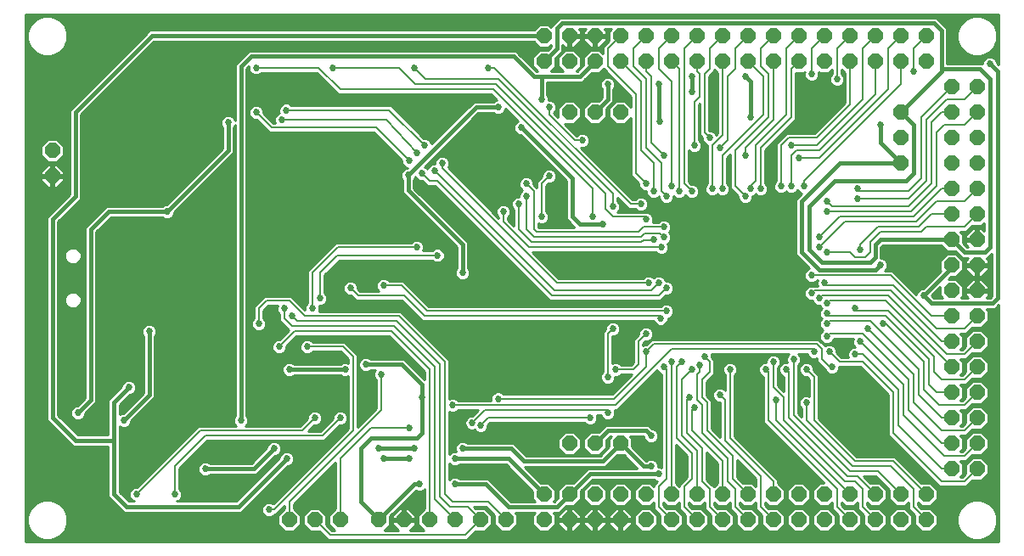
<source format=gbl>
G75*
G70*
%OFA0B0*%
%FSLAX24Y24*%
%IPPOS*%
%LPD*%
%AMOC8*
5,1,8,0,0,1.08239X$1,22.5*
%
%ADD10OC8,0.0600*%
%ADD11C,0.0270*%
%ADD12C,0.0150*%
%ADD13C,0.0100*%
%ADD14C,0.0080*%
%ADD15C,0.0160*%
D10*
X010954Y001252D03*
X011954Y001252D03*
X012954Y001252D03*
X014454Y001252D03*
X015454Y001252D03*
X016454Y001252D03*
X017454Y001252D03*
X018454Y001252D03*
X019454Y001252D03*
X020954Y001252D03*
X021954Y001252D03*
X022954Y001252D03*
X023954Y001252D03*
X024954Y001252D03*
X025954Y001252D03*
X026954Y001252D03*
X027954Y001252D03*
X028954Y001252D03*
X029954Y001252D03*
X030954Y001252D03*
X031954Y001252D03*
X032954Y001252D03*
X033954Y001252D03*
X034954Y001252D03*
X035954Y001252D03*
X035954Y002252D03*
X034954Y002252D03*
X033954Y002252D03*
X032954Y002252D03*
X031954Y002252D03*
X030954Y002252D03*
X029954Y002252D03*
X028954Y002252D03*
X027954Y002252D03*
X026954Y002252D03*
X025954Y002252D03*
X024954Y002252D03*
X023954Y002252D03*
X022954Y002252D03*
X021954Y002252D03*
X020954Y002252D03*
X021954Y004252D03*
X022954Y004252D03*
X023954Y004252D03*
X036954Y004252D03*
X037954Y004252D03*
X037954Y003252D03*
X036954Y003252D03*
X036954Y005252D03*
X037954Y005252D03*
X037954Y006252D03*
X036954Y006252D03*
X036954Y007252D03*
X037954Y007252D03*
X037954Y008252D03*
X036954Y008252D03*
X036954Y009252D03*
X037954Y009252D03*
X037954Y010252D03*
X036954Y010252D03*
X036954Y011252D03*
X037954Y011252D03*
X037954Y012252D03*
X036954Y012252D03*
X036954Y013252D03*
X037954Y013252D03*
X037954Y014252D03*
X036954Y014252D03*
X036954Y015252D03*
X037954Y015252D03*
X037954Y016252D03*
X036954Y016252D03*
X036954Y017252D03*
X037954Y017252D03*
X037954Y018252D03*
X036954Y018252D03*
X035954Y019252D03*
X034954Y019252D03*
X033954Y019252D03*
X032954Y019252D03*
X031954Y019252D03*
X030954Y019252D03*
X029954Y019252D03*
X028954Y019252D03*
X027954Y019252D03*
X026954Y019252D03*
X025954Y019252D03*
X024954Y019252D03*
X023954Y019252D03*
X022954Y019252D03*
X021954Y019252D03*
X020954Y019252D03*
X020954Y020252D03*
X021954Y020252D03*
X022954Y020252D03*
X023954Y020252D03*
X024954Y020252D03*
X025954Y020252D03*
X026954Y020252D03*
X027954Y020252D03*
X028954Y020252D03*
X029954Y020252D03*
X030954Y020252D03*
X031954Y020252D03*
X032954Y020252D03*
X033954Y020252D03*
X034954Y020252D03*
X035954Y020252D03*
X034954Y017252D03*
X034954Y016252D03*
X034954Y015252D03*
X023954Y017252D03*
X022954Y017252D03*
X021954Y017252D03*
X001654Y015752D03*
X001654Y014752D03*
D11*
X000954Y013252D03*
X002654Y010552D03*
X000954Y010352D03*
X002554Y009152D03*
X004454Y009352D03*
X005454Y008652D03*
X006454Y007852D03*
X008210Y007517D03*
X008612Y006127D03*
X009054Y005152D03*
X010954Y005352D03*
X011954Y005252D03*
X012954Y005252D03*
X013854Y005352D03*
X015654Y004852D03*
X015854Y004052D03*
X015654Y003652D03*
X014654Y003652D03*
X014454Y004052D03*
X016054Y002652D03*
X017454Y002652D03*
X017454Y003652D03*
X017754Y004052D03*
X018778Y004420D03*
X018454Y004952D03*
X018127Y005052D03*
X017354Y005752D03*
X016154Y006052D03*
X014554Y006952D03*
X013954Y007352D03*
X013154Y007152D03*
X012086Y007646D03*
X011654Y008052D03*
X010554Y008052D03*
X010954Y007152D03*
X009754Y008952D03*
X010353Y009369D03*
X010754Y009552D03*
X011054Y009252D03*
X011854Y009552D03*
X012399Y009585D03*
X012154Y009952D03*
X013354Y010352D03*
X014654Y010452D03*
X015005Y009654D03*
X013483Y009602D03*
X013971Y008211D03*
X014909Y007715D03*
X016554Y008652D03*
X018654Y007652D03*
X020204Y006975D03*
X021054Y007852D03*
X023454Y006852D03*
X023754Y007152D03*
X024054Y006752D03*
X025654Y007252D03*
X025954Y007452D03*
X026354Y007452D03*
X026754Y007152D03*
X027056Y007340D03*
X027254Y007652D03*
X027942Y007568D03*
X028254Y007152D03*
X029421Y007522D03*
X029654Y007152D03*
X029954Y007452D03*
X030454Y007152D03*
X030754Y007552D03*
X031254Y007152D03*
X031554Y007852D03*
X032154Y007852D03*
X033154Y007752D03*
X033354Y008252D03*
X033654Y008752D03*
X034254Y008952D03*
X033154Y009552D03*
X032054Y009752D03*
X031754Y009952D03*
X031454Y010152D03*
X031954Y010552D03*
X031454Y010852D03*
X030239Y010784D03*
X032054Y011752D03*
X031754Y011952D03*
X031754Y012352D03*
X030454Y012852D03*
X032054Y013352D03*
X032054Y013752D03*
X031154Y014352D03*
X030654Y014352D03*
X030254Y014352D03*
X029880Y014100D03*
X029454Y014252D03*
X029054Y014252D03*
X028854Y013952D03*
X029227Y013789D03*
X027954Y014252D03*
X027554Y014252D03*
X027762Y013781D03*
X027200Y013767D03*
X026754Y014152D03*
X026254Y014152D03*
X025954Y014352D03*
X025754Y013952D03*
X026160Y013739D03*
X025254Y014152D03*
X024954Y014452D03*
X024754Y013652D03*
X024954Y013052D03*
X025654Y012752D03*
X025654Y012352D03*
X025254Y012252D03*
X025554Y011952D03*
X025065Y011628D03*
X023762Y011653D03*
X023024Y011161D03*
X021054Y011552D03*
X021154Y012852D03*
X020854Y013152D03*
X021154Y013352D03*
X020254Y013952D03*
X019954Y013652D03*
X019354Y013352D03*
X020254Y014452D03*
X020154Y015252D03*
X021154Y014752D03*
X018954Y015252D03*
X016954Y015252D03*
X016654Y014952D03*
X016154Y014852D03*
X015619Y014787D03*
X015654Y015352D03*
X015954Y015652D03*
X016254Y015952D03*
X019154Y017452D03*
X017854Y017652D03*
X017054Y017852D03*
X015854Y019002D03*
X015854Y019852D03*
X018754Y019002D03*
X018854Y019852D03*
X021539Y018257D03*
X020854Y017752D03*
X021154Y017452D03*
X020054Y016652D03*
X022454Y016152D03*
X023473Y016785D03*
X023956Y017932D03*
X023454Y018352D03*
X022564Y018339D03*
X025454Y018352D03*
X026754Y018652D03*
X027601Y018284D03*
X026754Y018052D03*
X025480Y016905D03*
X026854Y015952D03*
X027454Y016252D03*
X027854Y015852D03*
X028854Y015552D03*
X030654Y015952D03*
X030954Y015452D03*
X033254Y014252D03*
X033254Y013852D03*
X030652Y013860D03*
X028336Y012324D03*
X026554Y012952D03*
X023654Y013552D03*
X022854Y013152D03*
X023254Y012852D03*
X025254Y010952D03*
X025454Y010552D03*
X025754Y010352D03*
X025054Y010552D03*
X025413Y009771D03*
X025754Y009452D03*
X025534Y009159D03*
X026454Y009252D03*
X024954Y008552D03*
X024954Y007852D03*
X023654Y008752D03*
X023534Y009755D03*
X020854Y009952D03*
X018254Y010052D03*
X016931Y009902D03*
X017754Y010952D03*
X016954Y011052D03*
X016768Y011638D03*
X015954Y011952D03*
X012816Y012488D03*
X012854Y013552D03*
X010954Y012452D03*
X009727Y012721D03*
X010413Y011469D03*
X010388Y010415D03*
X007980Y010250D03*
X006954Y010552D03*
X005954Y010552D03*
X004654Y010452D03*
X007954Y008952D03*
X004654Y006452D03*
X006471Y005506D03*
X004454Y005152D03*
X004754Y003952D03*
X003654Y003652D03*
X003633Y002643D03*
X004954Y002252D03*
X006454Y002252D03*
X005684Y001231D03*
X007357Y000598D03*
X008523Y001076D03*
X010154Y001652D03*
X010326Y001029D03*
X012282Y002143D03*
X010494Y002514D03*
X010854Y003652D03*
X010354Y004052D03*
X007654Y003252D03*
X002654Y001252D03*
X000854Y003152D03*
X002654Y005452D03*
X000854Y006552D03*
X002419Y006744D03*
X006154Y013352D03*
X010373Y014673D03*
X012424Y015902D03*
X010654Y016952D03*
X010831Y017332D03*
X009654Y017252D03*
X008554Y016852D03*
X007254Y016052D03*
X004654Y016052D03*
X001252Y016657D03*
X002252Y018057D03*
X001054Y018152D03*
X002054Y019252D03*
X003454Y020852D03*
X006854Y020852D03*
X009754Y019852D03*
X009654Y019002D03*
X012654Y019002D03*
X012754Y019852D03*
X016954Y013852D03*
X025654Y015552D03*
X029054Y017052D03*
X030993Y016584D03*
X032231Y017639D03*
X032454Y018552D03*
X031454Y018752D03*
X028854Y018652D03*
X034154Y016752D03*
X035454Y018852D03*
X037048Y019673D03*
X038454Y019152D03*
X037006Y020728D03*
X036248Y011935D03*
X036236Y011196D03*
X035779Y010544D03*
X036370Y010110D03*
X035854Y010052D03*
X034154Y011252D03*
X033354Y011852D03*
X032054Y009352D03*
X032054Y008952D03*
X032054Y008452D03*
X031254Y009152D03*
X029518Y009372D03*
X032254Y007252D03*
X033367Y006892D03*
X031254Y005852D03*
X032096Y005286D03*
X033817Y005133D03*
X034378Y004053D03*
X036654Y001808D03*
X038476Y002280D03*
X034826Y000598D03*
X031442Y000634D03*
X029471Y000689D03*
X028471Y000689D03*
X026759Y000629D03*
X023681Y000615D03*
X020254Y000852D03*
X018954Y000852D03*
X019054Y003052D03*
X021254Y003052D03*
X023611Y003437D03*
X024292Y003418D03*
X025154Y003352D03*
X025454Y003052D03*
X026259Y002769D03*
X027633Y002755D03*
X027603Y003370D03*
X028746Y003103D03*
X030071Y003789D03*
X027699Y005389D03*
X026854Y005652D03*
X026654Y006052D03*
X027854Y006152D03*
X030054Y005952D03*
X026254Y003852D03*
X025118Y003944D03*
X025154Y004552D03*
X024554Y005652D03*
X023454Y005452D03*
X022754Y005252D03*
X020954Y004752D03*
X019654Y004552D03*
X019154Y006002D03*
X038493Y004728D03*
X038461Y007833D03*
D12*
X038554Y009752D02*
X036154Y009752D01*
X035854Y010052D01*
X036954Y011152D01*
X036954Y011252D01*
X037454Y011752D02*
X038254Y011752D01*
X038454Y011952D01*
X038454Y018552D01*
X038054Y018952D01*
X036554Y018952D01*
X036554Y018852D01*
X034954Y017252D01*
X035454Y016752D01*
X035454Y014852D01*
X035154Y014552D01*
X032354Y014552D01*
X031354Y013552D01*
X031354Y011852D01*
X031854Y011352D01*
X033754Y011352D01*
X033954Y011552D01*
X033954Y012052D01*
X034154Y012252D01*
X036954Y012252D01*
X037454Y011752D01*
X038754Y009952D02*
X038754Y018852D01*
X038454Y019152D01*
X036554Y018952D02*
X036554Y020452D01*
X036254Y020752D01*
X021654Y020752D01*
X021454Y020552D01*
X021454Y019752D01*
X020954Y019252D01*
X020854Y018652D02*
X020554Y018652D01*
X019754Y019452D01*
X009454Y019452D01*
X009054Y019052D01*
X009054Y005152D01*
X010354Y004052D02*
X009554Y003252D01*
X007654Y003252D01*
X005454Y006152D02*
X004454Y005152D01*
X003154Y005952D02*
X002654Y005452D01*
X003154Y005952D02*
X003154Y012652D01*
X003854Y013352D01*
X006154Y013352D01*
X008554Y015752D01*
X008554Y016852D01*
X005554Y020252D02*
X002554Y017252D01*
X002554Y013952D01*
X001654Y013052D01*
X001654Y005252D01*
X005454Y006152D02*
X005454Y008652D01*
X010954Y007152D02*
X013154Y007152D01*
X013954Y007352D02*
X015354Y007352D01*
X016154Y006552D01*
X016154Y006052D01*
X016154Y004652D01*
X015954Y004452D01*
X014154Y004452D01*
X013754Y004052D01*
X013754Y001952D01*
X014454Y001252D01*
X015854Y002652D01*
X016054Y002652D01*
X017454Y002652D02*
X018654Y002652D01*
X019554Y001752D01*
X021454Y001752D01*
X021954Y002252D01*
X022754Y003052D01*
X025454Y003052D01*
X025154Y003352D02*
X024854Y003352D01*
X023954Y004252D01*
X023254Y003552D01*
X020154Y003552D01*
X019654Y004052D01*
X017754Y004052D01*
X015854Y004052D02*
X014454Y004052D01*
X022954Y004252D02*
X023454Y004752D01*
X024954Y004752D01*
X025154Y004552D01*
X017754Y010952D02*
X017754Y012052D01*
X015619Y014187D01*
X015619Y014787D01*
X018284Y017452D01*
X019154Y017452D01*
X020054Y016652D02*
X022054Y014652D01*
X022054Y013152D01*
X022354Y012852D01*
X023254Y012852D01*
X025480Y016905D02*
X025454Y016931D01*
X025454Y018352D01*
X026754Y018652D02*
X026754Y018052D01*
X028854Y018652D02*
X029054Y018452D01*
X029054Y017052D01*
X031054Y013752D02*
X032554Y015252D01*
X034954Y015252D01*
X034154Y016052D01*
X034154Y016752D01*
X031054Y013752D02*
X031054Y011752D01*
X031754Y011052D01*
X033954Y011052D01*
X034154Y011252D01*
X038554Y009752D02*
X038754Y009952D01*
X023454Y017752D02*
X023454Y018352D01*
X022954Y019252D02*
X022354Y018652D01*
X020854Y018652D01*
X020854Y017752D01*
X022954Y017252D02*
X023454Y017752D01*
D13*
X000604Y021102D02*
X000604Y000402D01*
X038804Y000402D01*
X038804Y009684D01*
X038779Y009659D01*
X038779Y009659D01*
X038647Y009527D01*
X038315Y009527D01*
X038404Y009438D01*
X038404Y009066D01*
X038140Y008802D01*
X037772Y008802D01*
X037532Y008562D01*
X037375Y008562D01*
X037280Y008562D01*
X037404Y008438D01*
X037404Y008066D01*
X037280Y007942D01*
X037375Y007942D01*
X037504Y008071D01*
X037504Y008438D01*
X037767Y008702D01*
X038140Y008702D01*
X038404Y008438D01*
X038404Y008066D01*
X038140Y007802D01*
X037772Y007802D01*
X037532Y007562D01*
X037375Y007562D01*
X037280Y007562D01*
X037404Y007438D01*
X037404Y007066D01*
X037280Y006942D01*
X037375Y006942D01*
X037504Y007071D01*
X037504Y007438D01*
X037767Y007702D01*
X038140Y007702D01*
X038404Y007438D01*
X038404Y007066D01*
X038140Y006802D01*
X037772Y006802D01*
X037644Y006673D01*
X037532Y006562D01*
X037280Y006562D01*
X037404Y006438D01*
X037404Y006066D01*
X037499Y006066D01*
X037504Y006071D02*
X037375Y005942D01*
X037280Y005942D01*
X037404Y006066D01*
X037400Y005967D02*
X037305Y005967D01*
X037404Y006165D02*
X037504Y006165D01*
X037504Y006071D02*
X037504Y006438D01*
X037767Y006702D01*
X038140Y006702D01*
X038404Y006438D01*
X038404Y006066D01*
X038804Y006066D01*
X038804Y005967D02*
X038305Y005967D01*
X038207Y005869D02*
X038804Y005869D01*
X038804Y005770D02*
X037741Y005770D01*
X037772Y005802D02*
X038140Y005802D01*
X038404Y006066D01*
X038404Y006165D02*
X038804Y006165D01*
X038804Y006263D02*
X038404Y006263D01*
X038404Y006362D02*
X038804Y006362D01*
X038804Y006460D02*
X038382Y006460D01*
X038283Y006559D02*
X038804Y006559D01*
X038804Y006657D02*
X038185Y006657D01*
X038192Y006854D02*
X038804Y006854D01*
X038804Y006756D02*
X037726Y006756D01*
X037722Y006657D02*
X037628Y006657D01*
X037624Y006559D02*
X037283Y006559D01*
X037382Y006460D02*
X037525Y006460D01*
X037504Y006362D02*
X037404Y006362D01*
X037404Y006263D02*
X037504Y006263D01*
X037772Y005802D02*
X037644Y005673D01*
X037644Y005673D01*
X037532Y005562D01*
X037280Y005562D01*
X037404Y005438D01*
X037404Y005066D01*
X037280Y004942D01*
X037375Y004942D01*
X037504Y005071D01*
X037504Y005438D01*
X037767Y005702D01*
X038140Y005702D01*
X038404Y005438D01*
X038404Y005066D01*
X038140Y004802D01*
X037772Y004802D01*
X037644Y004673D01*
X037532Y004562D01*
X037280Y004562D01*
X037404Y004438D01*
X037404Y004066D01*
X037280Y003942D01*
X037375Y003942D01*
X037504Y004071D01*
X037504Y004438D01*
X037767Y004702D01*
X038140Y004702D01*
X038404Y004438D01*
X038404Y004066D01*
X038140Y003802D01*
X037772Y003802D01*
X037532Y003562D01*
X037375Y003562D01*
X037280Y003562D01*
X037404Y003438D01*
X037404Y003066D01*
X037280Y002942D01*
X037375Y002942D01*
X037504Y003071D01*
X037504Y003438D01*
X037767Y003702D01*
X038140Y003702D01*
X038404Y003438D01*
X038404Y003066D01*
X038140Y002802D01*
X037772Y002802D01*
X037644Y002673D01*
X037644Y002673D01*
X037532Y002562D01*
X036475Y002562D01*
X036364Y002673D01*
X036364Y002673D01*
X034464Y004573D01*
X034464Y004731D01*
X034464Y006173D01*
X033375Y007262D01*
X032539Y007262D01*
X032539Y007195D01*
X032495Y007091D01*
X032415Y007010D01*
X032310Y006967D01*
X032197Y006967D01*
X032092Y007010D01*
X032012Y007091D01*
X031988Y007149D01*
X031775Y007362D01*
X031664Y007473D01*
X031664Y007589D01*
X031610Y007567D01*
X031497Y007567D01*
X031392Y007610D01*
X031312Y007691D01*
X031282Y007762D01*
X030946Y007762D01*
X030995Y007713D01*
X031039Y007609D01*
X031039Y007495D01*
X030995Y007391D01*
X030944Y007339D01*
X030944Y005431D01*
X031064Y005311D01*
X031064Y005639D01*
X031012Y005691D01*
X030969Y005795D01*
X030969Y005909D01*
X031012Y006013D01*
X031092Y006094D01*
X031197Y006137D01*
X031310Y006137D01*
X031364Y006115D01*
X031364Y006773D01*
X031270Y006867D01*
X031197Y006867D01*
X031092Y006910D01*
X031012Y006991D01*
X030969Y007095D01*
X030969Y007209D01*
X031012Y007313D01*
X031092Y007394D01*
X031197Y007437D01*
X031310Y007437D01*
X031415Y007394D01*
X031495Y007313D01*
X031539Y007209D01*
X031539Y007136D01*
X031632Y007042D01*
X031744Y006931D01*
X031744Y005231D01*
X033232Y003742D01*
X034575Y003742D01*
X034732Y003742D01*
X035772Y002702D01*
X036140Y002702D01*
X036404Y002438D01*
X036404Y002066D01*
X036140Y001802D01*
X035767Y001802D01*
X035644Y001926D01*
X035644Y001831D01*
X035772Y001702D01*
X036140Y001702D01*
X036404Y001438D01*
X036404Y001066D01*
X036140Y000802D01*
X035767Y000802D01*
X035504Y001066D01*
X035504Y001433D01*
X035264Y001673D01*
X035264Y001831D01*
X035264Y001926D01*
X035140Y001802D01*
X034767Y001802D01*
X034504Y002066D01*
X034504Y002433D01*
X033975Y002962D01*
X033512Y002962D01*
X033772Y002702D01*
X034140Y002702D01*
X034404Y002438D01*
X034404Y002066D01*
X034140Y001802D01*
X033767Y001802D01*
X033644Y001926D01*
X033644Y001831D01*
X033772Y001702D01*
X034140Y001702D01*
X034404Y001438D01*
X034404Y001066D01*
X034140Y000802D01*
X033767Y000802D01*
X033504Y001066D01*
X033504Y001433D01*
X033375Y001562D01*
X033375Y001562D01*
X033264Y001673D01*
X033264Y001926D01*
X033140Y001802D01*
X032767Y001802D01*
X032644Y001926D01*
X032644Y001831D01*
X032772Y001702D01*
X033140Y001702D01*
X033404Y001438D01*
X033404Y001066D01*
X033140Y000802D01*
X032767Y000802D01*
X032504Y001066D01*
X032504Y001433D01*
X032264Y001673D01*
X032264Y001831D01*
X032264Y001926D01*
X032140Y001802D01*
X031767Y001802D01*
X031504Y002066D01*
X031504Y002438D01*
X031767Y002702D01*
X031935Y002702D01*
X029564Y005073D01*
X029564Y005231D01*
X029564Y006881D01*
X029492Y006910D01*
X029412Y006991D01*
X029369Y007095D01*
X029369Y007209D01*
X029412Y007313D01*
X029492Y007394D01*
X029597Y007437D01*
X029669Y007437D01*
X029669Y007509D01*
X029712Y007613D01*
X029792Y007694D01*
X029897Y007737D01*
X030010Y007737D01*
X030115Y007694D01*
X030195Y007613D01*
X030239Y007509D01*
X030239Y007395D01*
X030195Y007291D01*
X030144Y007239D01*
X030144Y006531D01*
X030364Y006311D01*
X030364Y006881D01*
X030292Y006910D01*
X030212Y006991D01*
X030169Y007095D01*
X030169Y007209D01*
X030212Y007313D01*
X030292Y007394D01*
X030397Y007437D01*
X030493Y007437D01*
X030469Y007495D01*
X030469Y007609D01*
X030512Y007713D01*
X030561Y007762D01*
X027516Y007762D01*
X027539Y007709D01*
X027539Y007636D01*
X027644Y007531D01*
X027644Y007131D01*
X027644Y006973D01*
X027344Y006673D01*
X027344Y006131D01*
X027432Y006042D01*
X027544Y005931D01*
X027544Y004831D01*
X027864Y004511D01*
X027864Y005867D01*
X027797Y005867D01*
X027692Y005910D01*
X027612Y005991D01*
X027569Y006095D01*
X027569Y006209D01*
X027612Y006313D01*
X027692Y006394D01*
X027797Y006437D01*
X027910Y006437D01*
X028015Y006394D01*
X028064Y006345D01*
X028064Y006939D01*
X028012Y006991D01*
X027969Y007095D01*
X027969Y007209D01*
X028012Y007313D01*
X028092Y007394D01*
X028197Y007437D01*
X028310Y007437D01*
X028415Y007394D01*
X028495Y007313D01*
X028539Y007209D01*
X028539Y007095D01*
X028495Y006991D01*
X028444Y006939D01*
X028444Y004531D01*
X030144Y002831D01*
X030144Y002698D01*
X030404Y002438D01*
X030404Y002066D01*
X030140Y001802D01*
X029767Y001802D01*
X029644Y001926D01*
X029644Y001831D01*
X029772Y001702D01*
X030140Y001702D01*
X030404Y001438D01*
X030404Y001066D01*
X030140Y000802D01*
X029767Y000802D01*
X029504Y001066D01*
X029504Y001433D01*
X029264Y001673D01*
X029264Y001831D01*
X029264Y001926D01*
X029140Y001802D01*
X028767Y001802D01*
X028644Y001926D01*
X028644Y001831D01*
X028772Y001702D01*
X029140Y001702D01*
X029404Y001438D01*
X029404Y001066D01*
X029140Y000802D01*
X028767Y000802D01*
X028504Y001066D01*
X028504Y001433D01*
X028375Y001562D01*
X028375Y001562D01*
X028264Y001673D01*
X028264Y001926D01*
X028140Y001802D01*
X027767Y001802D01*
X027644Y001926D01*
X027644Y001831D01*
X027772Y001702D01*
X028140Y001702D01*
X028404Y001438D01*
X028404Y001066D01*
X028140Y000802D01*
X027767Y000802D01*
X027504Y001066D01*
X027504Y001433D01*
X027375Y001562D01*
X027264Y001673D01*
X027264Y001926D01*
X027140Y001802D01*
X026767Y001802D01*
X026644Y001926D01*
X026644Y001831D01*
X026772Y001702D01*
X027140Y001702D01*
X027404Y001438D01*
X027404Y001066D01*
X027140Y000802D01*
X026767Y000802D01*
X026504Y001066D01*
X026504Y001433D01*
X026264Y001673D01*
X026264Y001831D01*
X026264Y001926D01*
X026140Y001802D01*
X025767Y001802D01*
X025644Y001926D01*
X025644Y001831D01*
X025772Y001702D01*
X026140Y001702D01*
X026404Y001438D01*
X026404Y001066D01*
X026140Y000802D01*
X025767Y000802D01*
X025504Y001066D01*
X025504Y001433D01*
X025264Y001673D01*
X025264Y001831D01*
X025264Y001926D01*
X025140Y001802D01*
X024767Y001802D01*
X024504Y002066D01*
X024504Y002438D01*
X024767Y002702D01*
X025140Y002702D01*
X025264Y002578D01*
X025264Y002631D01*
X025375Y002742D01*
X025400Y002767D01*
X025397Y002767D01*
X025292Y002810D01*
X025275Y002827D01*
X022847Y002827D01*
X022404Y002384D01*
X022404Y002066D01*
X022140Y001802D01*
X021822Y001802D01*
X021547Y001527D01*
X021360Y001527D01*
X021315Y001527D01*
X021404Y001438D01*
X021404Y001066D01*
X021140Y000802D01*
X020767Y000802D01*
X020504Y001066D01*
X020504Y001438D01*
X020592Y001527D01*
X019815Y001527D01*
X019904Y001438D01*
X019904Y001066D01*
X019640Y000802D01*
X019267Y000802D01*
X019004Y001066D01*
X019004Y001433D01*
X018675Y001762D01*
X018212Y001762D01*
X018272Y001702D01*
X018640Y001702D01*
X018904Y001438D01*
X018904Y001066D01*
X018640Y000802D01*
X018272Y000802D01*
X017932Y000462D01*
X017775Y000462D01*
X012632Y000462D01*
X012475Y000462D01*
X012135Y000802D01*
X011767Y000802D01*
X011504Y001066D01*
X011504Y001438D01*
X011767Y001702D01*
X012140Y001702D01*
X012404Y001438D01*
X012404Y001071D01*
X012632Y000842D01*
X012727Y000842D01*
X012504Y001066D01*
X012504Y001438D01*
X012764Y001698D01*
X012764Y003493D01*
X011144Y001873D01*
X011144Y001698D01*
X011404Y001438D01*
X011404Y001066D01*
X011140Y000802D01*
X010767Y000802D01*
X010504Y001066D01*
X010504Y001438D01*
X010764Y001698D01*
X010764Y001793D01*
X010432Y001462D01*
X010367Y001462D01*
X010315Y001410D01*
X010210Y001367D01*
X010097Y001367D01*
X009992Y001410D01*
X009912Y001491D01*
X009869Y001595D01*
X009869Y001709D01*
X009912Y001813D01*
X009992Y001894D01*
X010097Y001937D01*
X010210Y001937D01*
X010315Y001894D01*
X010321Y001888D01*
X013264Y004831D01*
X013264Y006889D01*
X013210Y006867D01*
X013097Y006867D01*
X012992Y006910D01*
X012976Y006927D01*
X011132Y006927D01*
X011115Y006910D01*
X011010Y006867D01*
X010897Y006867D01*
X010792Y006910D01*
X010712Y006991D01*
X010669Y007095D01*
X010669Y007209D01*
X010712Y007313D01*
X010792Y007394D01*
X010897Y007437D01*
X011010Y007437D01*
X011115Y007394D01*
X011132Y007377D01*
X012976Y007377D01*
X012992Y007394D01*
X013097Y007437D01*
X013210Y007437D01*
X013264Y007415D01*
X013264Y007573D01*
X012975Y007862D01*
X011867Y007862D01*
X011815Y007810D01*
X011710Y007767D01*
X011597Y007767D01*
X011492Y007810D01*
X011412Y007891D01*
X011369Y007995D01*
X011369Y008109D01*
X011412Y008213D01*
X011492Y008294D01*
X011597Y008337D01*
X011710Y008337D01*
X011815Y008294D01*
X011867Y008242D01*
X012975Y008242D01*
X013132Y008242D01*
X013644Y007731D01*
X013644Y007573D01*
X013644Y004911D01*
X014364Y005631D01*
X014364Y006739D01*
X014312Y006791D01*
X014269Y006895D01*
X014269Y007009D01*
X014312Y007113D01*
X014326Y007127D01*
X014132Y007127D01*
X014115Y007110D01*
X014010Y007067D01*
X013897Y007067D01*
X013792Y007110D01*
X013712Y007191D01*
X013669Y007295D01*
X013669Y007409D01*
X013712Y007513D01*
X013792Y007594D01*
X013897Y007637D01*
X014010Y007637D01*
X014115Y007594D01*
X014132Y007577D01*
X015260Y007577D01*
X015447Y007577D01*
X016264Y006760D01*
X016264Y007073D01*
X014875Y008462D01*
X011232Y008462D01*
X010839Y008068D01*
X010839Y007995D01*
X010795Y007891D01*
X010715Y007810D01*
X010610Y007767D01*
X010497Y007767D01*
X010392Y007810D01*
X010312Y007891D01*
X010269Y007995D01*
X010269Y008109D01*
X010312Y008213D01*
X010392Y008294D01*
X010497Y008337D01*
X010570Y008337D01*
X010935Y008702D01*
X010864Y008773D01*
X010564Y009073D01*
X010564Y009231D01*
X010564Y009339D01*
X010512Y009391D01*
X010469Y009495D01*
X010469Y009609D01*
X010491Y009662D01*
X010132Y009662D01*
X009944Y009473D01*
X009944Y009165D01*
X009995Y009113D01*
X010039Y009009D01*
X010039Y008895D01*
X009995Y008791D01*
X009915Y008710D01*
X009810Y008667D01*
X009697Y008667D01*
X009592Y008710D01*
X009512Y008791D01*
X009469Y008895D01*
X009469Y009009D01*
X009512Y009113D01*
X009564Y009165D01*
X009564Y009631D01*
X009675Y009742D01*
X009975Y010042D01*
X010132Y010042D01*
X010875Y010042D01*
X011032Y010042D01*
X011569Y009506D01*
X011569Y009609D01*
X011612Y009713D01*
X011664Y009765D01*
X011664Y010873D01*
X011664Y011031D01*
X012664Y012031D01*
X012775Y012142D01*
X015740Y012142D01*
X015792Y012194D01*
X015897Y012237D01*
X016010Y012237D01*
X016115Y012194D01*
X016195Y012113D01*
X016239Y012009D01*
X016239Y011895D01*
X016211Y011828D01*
X016555Y011828D01*
X016606Y011879D01*
X016711Y011923D01*
X016824Y011923D01*
X016929Y011879D01*
X017009Y011799D01*
X017053Y011694D01*
X017053Y011581D01*
X017009Y011476D01*
X016929Y011396D01*
X016824Y011353D01*
X016711Y011353D01*
X016606Y011396D01*
X016555Y011448D01*
X012918Y011448D01*
X012344Y010873D01*
X012344Y010165D01*
X012395Y010113D01*
X012439Y010009D01*
X012439Y009895D01*
X012395Y009791D01*
X012315Y009710D01*
X012210Y009667D01*
X012114Y009667D01*
X012139Y009609D01*
X012139Y009495D01*
X012116Y009442D01*
X015175Y009442D01*
X015332Y009442D01*
X017132Y007642D01*
X017244Y007531D01*
X017244Y006015D01*
X017297Y006037D01*
X017410Y006037D01*
X017515Y005994D01*
X017567Y005942D01*
X018870Y005942D01*
X018869Y005945D01*
X018869Y006059D01*
X018912Y006163D01*
X018992Y006244D01*
X019097Y006287D01*
X019210Y006287D01*
X019315Y006244D01*
X019367Y006192D01*
X023625Y006192D01*
X024395Y006962D01*
X023967Y006962D01*
X023915Y006910D01*
X023810Y006867D01*
X023739Y006867D01*
X023739Y006795D01*
X023695Y006691D01*
X023615Y006610D01*
X023510Y006567D01*
X023397Y006567D01*
X023292Y006610D01*
X023212Y006691D01*
X023169Y006795D01*
X023169Y006909D01*
X023212Y007013D01*
X023264Y007065D01*
X023264Y008631D01*
X023369Y008736D01*
X023369Y008809D01*
X023412Y008913D01*
X023492Y008994D01*
X023597Y009037D01*
X023710Y009037D01*
X023815Y008994D01*
X023895Y008913D01*
X023939Y008809D01*
X023939Y008695D01*
X023895Y008591D01*
X023815Y008510D01*
X023710Y008467D01*
X023644Y008467D01*
X023644Y007415D01*
X023697Y007437D01*
X023810Y007437D01*
X023915Y007394D01*
X023967Y007342D01*
X024375Y007342D01*
X024464Y007431D01*
X024464Y008331D01*
X024575Y008442D01*
X024669Y008536D01*
X024669Y008609D01*
X024712Y008713D01*
X024792Y008794D01*
X024897Y008837D01*
X025010Y008837D01*
X025115Y008794D01*
X025195Y008713D01*
X025239Y008609D01*
X025239Y008495D01*
X025195Y008391D01*
X025115Y008310D01*
X025010Y008267D01*
X024937Y008267D01*
X024844Y008173D01*
X024844Y008115D01*
X024897Y008137D01*
X024970Y008137D01*
X025175Y008342D01*
X025332Y008342D01*
X031732Y008342D01*
X031844Y008231D01*
X031986Y008088D01*
X031992Y008094D01*
X032097Y008137D01*
X032210Y008137D01*
X032315Y008094D01*
X032395Y008013D01*
X032439Y007909D01*
X032439Y007836D01*
X032632Y007642D01*
X032891Y007642D01*
X032869Y007695D01*
X032869Y007809D01*
X032912Y007913D01*
X032992Y007994D01*
X033097Y008037D01*
X033166Y008037D01*
X033112Y008091D01*
X033069Y008195D01*
X033069Y008309D01*
X033091Y008362D01*
X032325Y008362D01*
X032295Y008291D01*
X032215Y008210D01*
X032110Y008167D01*
X031997Y008167D01*
X031892Y008210D01*
X031812Y008291D01*
X031769Y008395D01*
X031769Y008509D01*
X031812Y008613D01*
X031892Y008694D01*
X031912Y008702D01*
X031892Y008710D01*
X031812Y008791D01*
X031769Y008895D01*
X031769Y009009D01*
X031812Y009113D01*
X031851Y009152D01*
X031812Y009191D01*
X031769Y009295D01*
X031769Y009409D01*
X031812Y009513D01*
X031851Y009552D01*
X031812Y009591D01*
X031780Y009667D01*
X031697Y009667D01*
X031592Y009710D01*
X031512Y009791D01*
X031480Y009867D01*
X031397Y009867D01*
X031292Y009910D01*
X031212Y009991D01*
X031169Y010095D01*
X031169Y010209D01*
X031212Y010313D01*
X031292Y010394D01*
X031397Y010437D01*
X031470Y010437D01*
X031475Y010442D01*
X031632Y010442D01*
X031691Y010442D01*
X031669Y010495D01*
X031669Y010609D01*
X031691Y010662D01*
X031667Y010662D01*
X031615Y010610D01*
X031510Y010567D01*
X031397Y010567D01*
X031292Y010610D01*
X031212Y010691D01*
X031169Y010795D01*
X031169Y010909D01*
X031212Y011013D01*
X031292Y011094D01*
X031364Y011123D01*
X030960Y011527D01*
X030829Y011659D01*
X030829Y013659D01*
X030829Y013845D01*
X031064Y014081D01*
X030992Y014110D01*
X030912Y014191D01*
X030904Y014211D01*
X030895Y014191D01*
X030815Y014110D01*
X030710Y014067D01*
X030597Y014067D01*
X030492Y014110D01*
X030454Y014149D01*
X030415Y014110D01*
X030310Y014067D01*
X030197Y014067D01*
X030092Y014110D01*
X030012Y014191D01*
X029969Y014295D01*
X029969Y014409D01*
X030012Y014513D01*
X030064Y014565D01*
X030064Y015873D01*
X030064Y016031D01*
X030364Y016331D01*
X030475Y016442D01*
X031575Y016442D01*
X032764Y017631D01*
X032764Y018806D01*
X032644Y018926D01*
X032644Y018765D01*
X032695Y018713D01*
X032739Y018609D01*
X032739Y018495D01*
X032695Y018391D01*
X032615Y018310D01*
X032510Y018267D01*
X032397Y018267D01*
X032292Y018310D01*
X032212Y018391D01*
X032169Y018495D01*
X032169Y018609D01*
X032212Y018713D01*
X032264Y018765D01*
X032264Y018926D01*
X032140Y018802D01*
X031767Y018802D01*
X031723Y018846D01*
X031739Y018809D01*
X031739Y018695D01*
X031695Y018591D01*
X031615Y018510D01*
X031510Y018467D01*
X031397Y018467D01*
X031292Y018510D01*
X031212Y018591D01*
X031169Y018695D01*
X031169Y018809D01*
X031184Y018846D01*
X031140Y018802D01*
X030844Y018802D01*
X030844Y016973D01*
X030732Y016862D01*
X029644Y015773D01*
X029644Y014465D01*
X029695Y014413D01*
X029739Y014309D01*
X029739Y014195D01*
X029695Y014091D01*
X029615Y014010D01*
X029510Y013967D01*
X029397Y013967D01*
X029292Y014010D01*
X029254Y014049D01*
X029215Y014010D01*
X029139Y013979D01*
X029139Y013895D01*
X029095Y013791D01*
X029015Y013710D01*
X028910Y013667D01*
X028797Y013667D01*
X028692Y013710D01*
X028612Y013791D01*
X028569Y013895D01*
X028569Y013968D01*
X028375Y014162D01*
X028264Y014273D01*
X028264Y015593D01*
X028144Y015473D01*
X028144Y014465D01*
X028195Y014413D01*
X028239Y014309D01*
X028239Y014195D01*
X028195Y014091D01*
X028115Y014010D01*
X028010Y013967D01*
X027897Y013967D01*
X027792Y014010D01*
X027754Y014049D01*
X027715Y014010D01*
X027610Y013967D01*
X027497Y013967D01*
X027392Y014010D01*
X027312Y014091D01*
X027269Y014195D01*
X027269Y014309D01*
X027312Y014413D01*
X027364Y014465D01*
X027364Y015873D01*
X027364Y015981D01*
X027292Y016010D01*
X027212Y016091D01*
X027169Y016195D01*
X027169Y016268D01*
X027064Y016373D01*
X027064Y016531D01*
X027064Y017593D01*
X027044Y017573D01*
X027044Y016165D01*
X027095Y016113D01*
X027139Y016009D01*
X027139Y015895D01*
X027095Y015791D01*
X027015Y015710D01*
X026910Y015667D01*
X026797Y015667D01*
X026692Y015710D01*
X026644Y015759D01*
X026644Y014531D01*
X026737Y014437D01*
X026810Y014437D01*
X026915Y014394D01*
X026995Y014313D01*
X027039Y014209D01*
X027039Y014095D01*
X026995Y013991D01*
X026915Y013910D01*
X026810Y013867D01*
X026697Y013867D01*
X026592Y013910D01*
X026512Y013991D01*
X026504Y014011D01*
X026495Y013991D01*
X026415Y013910D01*
X026310Y013867D01*
X026197Y013867D01*
X026092Y013910D01*
X026039Y013964D01*
X026039Y013895D01*
X025995Y013791D01*
X025915Y013710D01*
X025810Y013667D01*
X025697Y013667D01*
X025592Y013710D01*
X025512Y013791D01*
X025469Y013895D01*
X025469Y013964D01*
X025415Y013910D01*
X025310Y013867D01*
X025197Y013867D01*
X025092Y013910D01*
X025012Y013991D01*
X024969Y014095D01*
X024969Y014167D01*
X024897Y014167D01*
X024792Y014210D01*
X024712Y014291D01*
X024669Y014395D01*
X024669Y014468D01*
X024364Y014773D01*
X024364Y014931D01*
X024364Y017026D01*
X024140Y016802D01*
X023767Y016802D01*
X023504Y017066D01*
X023504Y017438D01*
X023767Y017702D01*
X024140Y017702D01*
X024364Y017478D01*
X024364Y017873D01*
X023287Y018949D01*
X023140Y018802D01*
X022822Y018802D01*
X022579Y018559D01*
X022447Y018427D01*
X021079Y018427D01*
X021079Y017930D01*
X021095Y017913D01*
X021139Y017809D01*
X021139Y017737D01*
X021210Y017737D01*
X021315Y017694D01*
X021395Y017613D01*
X021439Y017509D01*
X021439Y017395D01*
X021395Y017291D01*
X021344Y017239D01*
X021344Y017231D01*
X021504Y017071D01*
X021504Y017438D01*
X021767Y017702D01*
X022140Y017702D01*
X022404Y017438D01*
X022404Y017066D01*
X022140Y016802D01*
X021772Y016802D01*
X022232Y016342D01*
X022240Y016342D01*
X022292Y016394D01*
X022397Y016437D01*
X022510Y016437D01*
X022615Y016394D01*
X022695Y016313D01*
X022739Y016209D01*
X022739Y016095D01*
X022695Y015991D01*
X022615Y015910D01*
X022510Y015867D01*
X022407Y015867D01*
X024432Y013842D01*
X024541Y013842D01*
X024592Y013894D01*
X024697Y013937D01*
X024810Y013937D01*
X024915Y013894D01*
X024995Y013813D01*
X025039Y013709D01*
X025039Y013595D01*
X024995Y013491D01*
X024915Y013410D01*
X024810Y013367D01*
X024697Y013367D01*
X024592Y013410D01*
X024541Y013462D01*
X024432Y013462D01*
X024275Y013462D01*
X023844Y013893D01*
X023844Y013765D01*
X023895Y013713D01*
X023939Y013609D01*
X023939Y013495D01*
X023895Y013391D01*
X023846Y013342D01*
X024932Y013342D01*
X024937Y013337D01*
X025010Y013337D01*
X025115Y013294D01*
X025195Y013213D01*
X025239Y013109D01*
X025239Y012995D01*
X025216Y012942D01*
X025440Y012942D01*
X025492Y012994D01*
X025597Y013037D01*
X025710Y013037D01*
X025815Y012994D01*
X025895Y012913D01*
X025939Y012809D01*
X025939Y012695D01*
X025895Y012591D01*
X025857Y012552D01*
X025895Y012513D01*
X025939Y012409D01*
X025939Y012295D01*
X025895Y012191D01*
X025815Y012110D01*
X025799Y012104D01*
X025839Y012009D01*
X025839Y011895D01*
X025795Y011791D01*
X025715Y011710D01*
X025610Y011667D01*
X025497Y011667D01*
X025392Y011710D01*
X025340Y011762D01*
X020512Y011762D01*
X021532Y010742D01*
X024840Y010742D01*
X024892Y010794D01*
X024997Y010837D01*
X025110Y010837D01*
X025215Y010794D01*
X025254Y010755D01*
X025292Y010794D01*
X025397Y010837D01*
X025510Y010837D01*
X025615Y010794D01*
X025695Y010713D01*
X025727Y010637D01*
X025810Y010637D01*
X025915Y010594D01*
X025995Y010513D01*
X026039Y010409D01*
X026039Y010295D01*
X025995Y010191D01*
X025915Y010110D01*
X025810Y010067D01*
X025737Y010067D01*
X025532Y009862D01*
X025375Y009862D01*
X021175Y009862D01*
X021064Y009973D01*
X016675Y014362D01*
X016375Y014362D01*
X016264Y014473D01*
X016170Y014567D01*
X016097Y014567D01*
X015992Y014610D01*
X015912Y014691D01*
X015900Y014720D01*
X015860Y014625D01*
X015844Y014609D01*
X015844Y014280D01*
X017847Y012277D01*
X017979Y012145D01*
X017979Y011130D01*
X017995Y011113D01*
X018039Y011009D01*
X018039Y010895D01*
X017995Y010791D01*
X017915Y010710D01*
X017810Y010667D01*
X017697Y010667D01*
X017592Y010710D01*
X017512Y010791D01*
X017469Y010895D01*
X012365Y010895D01*
X012344Y010796D02*
X017510Y010796D01*
X017469Y010895D02*
X017469Y011009D01*
X017512Y011113D01*
X017529Y011130D01*
X017529Y011959D01*
X015394Y014093D01*
X015394Y014280D01*
X015394Y014609D01*
X015377Y014625D01*
X015334Y014730D01*
X015334Y014843D01*
X015377Y014948D01*
X015457Y015028D01*
X015562Y015072D01*
X015586Y015072D01*
X015586Y015072D01*
X015492Y015110D01*
X015412Y015191D01*
X015369Y015295D01*
X015369Y015368D01*
X014275Y016462D01*
X010175Y016462D01*
X010064Y016573D01*
X009670Y016967D01*
X009597Y016967D01*
X009492Y017010D01*
X009412Y017091D01*
X009369Y017195D01*
X009369Y017309D01*
X009412Y017413D01*
X009492Y017494D01*
X009597Y017537D01*
X009710Y017537D01*
X009815Y017494D01*
X009895Y017413D01*
X009939Y017309D01*
X009939Y017236D01*
X010332Y016842D01*
X010391Y016842D01*
X010369Y016895D01*
X010369Y017009D01*
X010412Y017113D01*
X010492Y017194D01*
X010567Y017225D01*
X010546Y017275D01*
X010546Y017389D01*
X010589Y017493D01*
X010670Y017573D01*
X010774Y017617D01*
X010888Y017617D01*
X010992Y017573D01*
X011044Y017522D01*
X014795Y017522D01*
X014952Y017522D01*
X016237Y016237D01*
X016310Y016237D01*
X016415Y016194D01*
X016495Y016113D01*
X016534Y016020D01*
X018191Y017677D01*
X018377Y017677D01*
X018975Y017677D01*
X018992Y017694D01*
X019097Y017737D01*
X019100Y017737D01*
X018875Y017962D01*
X012875Y017962D01*
X012764Y018073D01*
X012764Y018073D01*
X012025Y018812D01*
X009867Y018812D01*
X009815Y018760D01*
X009710Y018717D01*
X009597Y018717D01*
X009492Y018760D01*
X009412Y018841D01*
X009369Y018945D01*
X009369Y019049D01*
X009279Y018959D01*
X009279Y005330D01*
X009295Y005313D01*
X009339Y005209D01*
X009339Y005095D01*
X009295Y004991D01*
X009246Y004942D01*
X011375Y004942D01*
X011669Y005236D01*
X011669Y005309D01*
X011712Y005413D01*
X011792Y005494D01*
X011897Y005537D01*
X012010Y005537D01*
X012115Y005494D01*
X012195Y005413D01*
X012239Y005309D01*
X012239Y005195D01*
X012195Y005091D01*
X012115Y005010D01*
X012010Y004967D01*
X011937Y004967D01*
X011712Y004742D01*
X012175Y004742D01*
X012669Y005236D01*
X012669Y005309D01*
X012712Y005413D01*
X012792Y005494D01*
X012897Y005537D01*
X013010Y005537D01*
X013115Y005494D01*
X013195Y005413D01*
X013239Y005309D01*
X013239Y005195D01*
X013195Y005091D01*
X013115Y005010D01*
X013010Y004967D01*
X012937Y004967D01*
X012332Y004362D01*
X012175Y004362D01*
X007732Y004362D01*
X006644Y003273D01*
X006644Y002465D01*
X006695Y002413D01*
X006739Y002309D01*
X006739Y002195D01*
X006695Y002091D01*
X006615Y002010D01*
X006546Y001982D01*
X008858Y001982D01*
X010569Y003692D01*
X010569Y003709D01*
X010612Y003813D01*
X010692Y003894D01*
X010797Y003937D01*
X010910Y003937D01*
X011015Y003894D01*
X011095Y003813D01*
X011139Y003709D01*
X011139Y003595D01*
X011095Y003491D01*
X011015Y003410D01*
X010910Y003367D01*
X010894Y003367D01*
X009049Y001522D01*
X008858Y001522D01*
X004458Y001522D01*
X004324Y001657D01*
X003824Y002157D01*
X003824Y002347D01*
X003824Y004122D01*
X002458Y004122D01*
X002324Y004257D01*
X001424Y005157D01*
X001424Y005347D01*
X001429Y005352D01*
X001429Y012959D01*
X001429Y013145D01*
X002329Y014045D01*
X002329Y017159D01*
X002329Y017345D01*
X005324Y020340D01*
X005324Y020347D01*
X005458Y020482D01*
X020547Y020482D01*
X020767Y020702D01*
X021140Y020702D01*
X021229Y020613D01*
X021229Y020645D01*
X021429Y020845D01*
X021560Y020977D01*
X036160Y020977D01*
X036347Y020977D01*
X036647Y020677D01*
X036779Y020545D01*
X036779Y019177D01*
X038147Y019177D01*
X038169Y019155D01*
X038169Y019209D01*
X038212Y019313D01*
X038292Y019394D01*
X038397Y019437D01*
X038510Y019437D01*
X038615Y019394D01*
X038695Y019313D01*
X038739Y019209D01*
X038739Y019185D01*
X038804Y019120D01*
X038804Y021102D01*
X000604Y021102D01*
X000604Y021045D02*
X038804Y021045D01*
X038804Y020946D02*
X038316Y020946D01*
X038395Y020913D02*
X038109Y021032D01*
X037798Y021032D01*
X037512Y020913D01*
X037292Y020694D01*
X037174Y020407D01*
X037174Y020097D01*
X037292Y019810D01*
X037512Y019591D01*
X037798Y019472D01*
X038109Y019472D01*
X038395Y019591D01*
X038615Y019810D01*
X038733Y020097D01*
X038733Y020407D01*
X038615Y020694D01*
X038395Y020913D01*
X038461Y020848D02*
X038804Y020848D01*
X038804Y020749D02*
X038559Y020749D01*
X038633Y020650D02*
X038804Y020650D01*
X038804Y020552D02*
X038673Y020552D01*
X038714Y020453D02*
X038804Y020453D01*
X038804Y020355D02*
X038733Y020355D01*
X038733Y020256D02*
X038804Y020256D01*
X038804Y020158D02*
X038733Y020158D01*
X038718Y020059D02*
X038804Y020059D01*
X038804Y019961D02*
X038677Y019961D01*
X038636Y019862D02*
X038804Y019862D01*
X038804Y019764D02*
X038568Y019764D01*
X038470Y019665D02*
X038804Y019665D01*
X038804Y019566D02*
X038337Y019566D01*
X038268Y019369D02*
X036779Y019369D01*
X036779Y019271D02*
X038194Y019271D01*
X038169Y019172D02*
X038151Y019172D01*
X038639Y019369D02*
X038804Y019369D01*
X038804Y019271D02*
X038713Y019271D01*
X038751Y019172D02*
X038804Y019172D01*
X038804Y019468D02*
X036779Y019468D01*
X036779Y019566D02*
X037570Y019566D01*
X037438Y019665D02*
X036779Y019665D01*
X036779Y019764D02*
X037339Y019764D01*
X037271Y019862D02*
X036779Y019862D01*
X036779Y019961D02*
X037230Y019961D01*
X037189Y020059D02*
X036779Y020059D01*
X036779Y020158D02*
X037174Y020158D01*
X037174Y020256D02*
X036779Y020256D01*
X036779Y020355D02*
X037174Y020355D01*
X037193Y020453D02*
X036779Y020453D01*
X036772Y020552D02*
X037234Y020552D01*
X037274Y020650D02*
X036673Y020650D01*
X036575Y020749D02*
X037348Y020749D01*
X037446Y020848D02*
X036476Y020848D01*
X036378Y020946D02*
X037591Y020946D01*
X032764Y018778D02*
X032644Y018778D01*
X032644Y018877D02*
X032692Y018877D01*
X032709Y018680D02*
X032764Y018680D01*
X032764Y018581D02*
X032739Y018581D01*
X032733Y018482D02*
X032764Y018482D01*
X032764Y018384D02*
X032689Y018384D01*
X032764Y018285D02*
X032555Y018285D01*
X032352Y018285D02*
X030844Y018285D01*
X030844Y018187D02*
X032764Y018187D01*
X032764Y018088D02*
X030844Y018088D01*
X030844Y017990D02*
X032764Y017990D01*
X032764Y017891D02*
X030844Y017891D01*
X030844Y017793D02*
X032764Y017793D01*
X032764Y017694D02*
X030844Y017694D01*
X030844Y017596D02*
X032728Y017596D01*
X032630Y017497D02*
X030844Y017497D01*
X030844Y017399D02*
X032531Y017399D01*
X032433Y017300D02*
X030844Y017300D01*
X030844Y017201D02*
X032334Y017201D01*
X032236Y017103D02*
X030844Y017103D01*
X030844Y017004D02*
X032137Y017004D01*
X032039Y016906D02*
X030776Y016906D01*
X030678Y016807D02*
X031940Y016807D01*
X031842Y016709D02*
X030579Y016709D01*
X030480Y016610D02*
X031743Y016610D01*
X031644Y016512D02*
X030382Y016512D01*
X030446Y016413D02*
X030283Y016413D01*
X030347Y016315D02*
X030185Y016315D01*
X030249Y016216D02*
X030086Y016216D01*
X030150Y016117D02*
X029988Y016117D01*
X030064Y016019D02*
X029889Y016019D01*
X029791Y015920D02*
X030064Y015920D01*
X030064Y015822D02*
X029692Y015822D01*
X029644Y015723D02*
X030064Y015723D01*
X030064Y015625D02*
X029644Y015625D01*
X029644Y015526D02*
X030064Y015526D01*
X030064Y015428D02*
X029644Y015428D01*
X029644Y015329D02*
X030064Y015329D01*
X030064Y015231D02*
X029644Y015231D01*
X029644Y015132D02*
X030064Y015132D01*
X030064Y015033D02*
X029644Y015033D01*
X029644Y014935D02*
X030064Y014935D01*
X030064Y014836D02*
X029644Y014836D01*
X029644Y014738D02*
X030064Y014738D01*
X030064Y014639D02*
X029644Y014639D01*
X029644Y014541D02*
X030039Y014541D01*
X029982Y014442D02*
X029666Y014442D01*
X029724Y014344D02*
X029969Y014344D01*
X029989Y014245D02*
X029739Y014245D01*
X029718Y014147D02*
X030056Y014147D01*
X030451Y014147D02*
X030456Y014147D01*
X030851Y014147D02*
X030956Y014147D01*
X031031Y014048D02*
X029653Y014048D01*
X029254Y014048D02*
X029253Y014048D01*
X029139Y013949D02*
X030933Y013949D01*
X030834Y013851D02*
X029120Y013851D01*
X029057Y013752D02*
X030829Y013752D01*
X030829Y013654D02*
X025039Y013654D01*
X025020Y013752D02*
X025550Y013752D01*
X025487Y013851D02*
X024958Y013851D01*
X025053Y013949D02*
X024325Y013949D01*
X024423Y013851D02*
X024550Y013851D01*
X024226Y014048D02*
X024988Y014048D01*
X024969Y014147D02*
X024128Y014147D01*
X024029Y014245D02*
X024757Y014245D01*
X024690Y014344D02*
X023931Y014344D01*
X023832Y014442D02*
X024669Y014442D01*
X024596Y014541D02*
X023733Y014541D01*
X023635Y014639D02*
X024497Y014639D01*
X024399Y014738D02*
X023536Y014738D01*
X023438Y014836D02*
X024364Y014836D01*
X024364Y014935D02*
X023339Y014935D01*
X023241Y015033D02*
X024364Y015033D01*
X024364Y015132D02*
X023142Y015132D01*
X023044Y015231D02*
X024364Y015231D01*
X024364Y015329D02*
X022945Y015329D01*
X022847Y015428D02*
X024364Y015428D01*
X024364Y015526D02*
X022748Y015526D01*
X022649Y015625D02*
X024364Y015625D01*
X024364Y015723D02*
X022551Y015723D01*
X022452Y015822D02*
X024364Y015822D01*
X024364Y015920D02*
X022625Y015920D01*
X022707Y016019D02*
X024364Y016019D01*
X024364Y016117D02*
X022739Y016117D01*
X022735Y016216D02*
X024364Y016216D01*
X024364Y016315D02*
X022694Y016315D01*
X022568Y016413D02*
X024364Y016413D01*
X024364Y016512D02*
X022063Y016512D01*
X022161Y016413D02*
X022339Y016413D01*
X021964Y016610D02*
X024364Y016610D01*
X024364Y016709D02*
X021865Y016709D01*
X022145Y016807D02*
X022762Y016807D01*
X022767Y016802D02*
X023140Y016802D01*
X023404Y017066D01*
X023404Y017384D01*
X023679Y017659D01*
X023679Y017845D01*
X023679Y018174D01*
X023695Y018191D01*
X023739Y018295D01*
X023739Y018409D01*
X023695Y018513D01*
X023615Y018594D01*
X023510Y018637D01*
X023397Y018637D01*
X023292Y018594D01*
X023212Y018513D01*
X023169Y018409D01*
X023169Y018295D01*
X023212Y018191D01*
X023229Y018174D01*
X023229Y017845D01*
X023085Y017702D01*
X022767Y017702D01*
X022504Y017438D01*
X022504Y017066D01*
X022767Y016802D01*
X022663Y016906D02*
X022244Y016906D01*
X022342Y017004D02*
X022565Y017004D01*
X022504Y017103D02*
X022404Y017103D01*
X022404Y017201D02*
X022504Y017201D01*
X022504Y017300D02*
X022404Y017300D01*
X022404Y017399D02*
X022504Y017399D01*
X022562Y017497D02*
X022345Y017497D01*
X022246Y017596D02*
X022661Y017596D01*
X022759Y017694D02*
X022148Y017694D01*
X021759Y017694D02*
X021314Y017694D01*
X021403Y017596D02*
X021661Y017596D01*
X021562Y017497D02*
X021439Y017497D01*
X021439Y017399D02*
X021504Y017399D01*
X021504Y017300D02*
X021399Y017300D01*
X021373Y017201D02*
X021504Y017201D01*
X021504Y017103D02*
X021471Y017103D01*
X021139Y017793D02*
X023176Y017793D01*
X023229Y017891D02*
X021104Y017891D01*
X021079Y017990D02*
X023229Y017990D01*
X023229Y018088D02*
X021079Y018088D01*
X021079Y018187D02*
X023216Y018187D01*
X023173Y018285D02*
X021079Y018285D01*
X021079Y018384D02*
X023169Y018384D01*
X023199Y018482D02*
X022502Y018482D01*
X022601Y018581D02*
X023280Y018581D01*
X023459Y018778D02*
X022798Y018778D01*
X022699Y018680D02*
X023557Y018680D01*
X023627Y018581D02*
X023656Y018581D01*
X023708Y018482D02*
X023754Y018482D01*
X023739Y018384D02*
X023853Y018384D01*
X023951Y018285D02*
X023734Y018285D01*
X023691Y018187D02*
X024050Y018187D01*
X024148Y018088D02*
X023679Y018088D01*
X023679Y017990D02*
X024247Y017990D01*
X024346Y017891D02*
X023679Y017891D01*
X023679Y017793D02*
X024364Y017793D01*
X024364Y017694D02*
X024148Y017694D01*
X024246Y017596D02*
X024364Y017596D01*
X024364Y017497D02*
X024345Y017497D01*
X024342Y017004D02*
X024364Y017004D01*
X024364Y016906D02*
X024244Y016906D01*
X024145Y016807D02*
X024364Y016807D01*
X023762Y016807D02*
X023145Y016807D01*
X023244Y016906D02*
X023663Y016906D01*
X023565Y017004D02*
X023342Y017004D01*
X023404Y017103D02*
X023504Y017103D01*
X023504Y017201D02*
X023404Y017201D01*
X023404Y017300D02*
X023504Y017300D01*
X023504Y017399D02*
X023418Y017399D01*
X023517Y017497D02*
X023562Y017497D01*
X023615Y017596D02*
X023661Y017596D01*
X023679Y017694D02*
X023759Y017694D01*
X023360Y018877D02*
X023215Y018877D01*
X022504Y019120D02*
X022260Y018877D01*
X022215Y018877D01*
X022404Y019066D01*
X022404Y019438D01*
X022140Y019702D01*
X021767Y019702D01*
X021504Y019438D01*
X021504Y019066D01*
X021692Y018877D01*
X021215Y018877D01*
X021404Y019066D01*
X021404Y019384D01*
X021547Y019527D01*
X021679Y019659D01*
X021679Y019891D01*
X021767Y019802D01*
X021904Y019802D01*
X021904Y020202D01*
X022003Y020202D01*
X022003Y019802D01*
X022140Y019802D01*
X022404Y020066D01*
X022404Y020202D01*
X022004Y020202D01*
X022004Y020302D01*
X022404Y020302D01*
X022404Y020438D01*
X022315Y020527D01*
X022592Y020527D01*
X022504Y020438D01*
X022504Y020302D01*
X022903Y020302D01*
X022903Y020202D01*
X022504Y020202D01*
X022504Y020066D01*
X022767Y019802D01*
X022904Y019802D01*
X022904Y020202D01*
X023003Y020202D01*
X023003Y019802D01*
X023140Y019802D01*
X023404Y020066D01*
X023404Y020202D01*
X023004Y020202D01*
X023004Y020302D01*
X023404Y020302D01*
X023404Y020438D01*
X023315Y020527D01*
X023592Y020527D01*
X023504Y020438D01*
X023504Y020071D01*
X023375Y019942D01*
X023264Y019831D01*
X023264Y019578D01*
X023140Y019702D01*
X022767Y019702D01*
X022504Y019438D01*
X022504Y019120D01*
X022504Y019172D02*
X022404Y019172D01*
X022404Y019074D02*
X022457Y019074D01*
X022359Y018975D02*
X022313Y018975D01*
X022404Y019271D02*
X022504Y019271D01*
X022504Y019369D02*
X022404Y019369D01*
X022374Y019468D02*
X022533Y019468D01*
X022632Y019566D02*
X022275Y019566D01*
X022177Y019665D02*
X022730Y019665D01*
X022707Y019862D02*
X022200Y019862D01*
X022299Y019961D02*
X022608Y019961D01*
X022510Y020059D02*
X022397Y020059D01*
X022404Y020158D02*
X022504Y020158D01*
X022504Y020355D02*
X022404Y020355D01*
X022389Y020453D02*
X022519Y020453D01*
X022903Y020256D02*
X022004Y020256D01*
X022003Y020158D02*
X021904Y020158D01*
X021904Y020059D02*
X022003Y020059D01*
X022003Y019961D02*
X021904Y019961D01*
X021904Y019862D02*
X022003Y019862D01*
X021707Y019862D02*
X021679Y019862D01*
X021679Y019764D02*
X023264Y019764D01*
X023264Y019665D02*
X023177Y019665D01*
X023200Y019862D02*
X023295Y019862D01*
X023299Y019961D02*
X023394Y019961D01*
X023397Y020059D02*
X023492Y020059D01*
X023504Y020158D02*
X023404Y020158D01*
X023504Y020256D02*
X023004Y020256D01*
X023003Y020158D02*
X022904Y020158D01*
X022904Y020059D02*
X023003Y020059D01*
X023003Y019961D02*
X022904Y019961D01*
X022904Y019862D02*
X023003Y019862D01*
X023404Y020355D02*
X023504Y020355D01*
X023519Y020453D02*
X023389Y020453D01*
X021730Y019665D02*
X021679Y019665D01*
X021632Y019566D02*
X021586Y019566D01*
X021533Y019468D02*
X021488Y019468D01*
X021504Y019369D02*
X021404Y019369D01*
X021404Y019271D02*
X021504Y019271D01*
X021504Y019172D02*
X021404Y019172D01*
X021404Y019074D02*
X021504Y019074D01*
X021594Y018975D02*
X021313Y018975D01*
X020692Y018877D02*
X020647Y018877D01*
X019979Y019545D01*
X019847Y019677D01*
X009360Y019677D01*
X009229Y019545D01*
X008960Y019277D01*
X008829Y019145D01*
X008829Y016933D01*
X008795Y017013D01*
X008715Y017094D01*
X008610Y017137D01*
X008497Y017137D01*
X008392Y017094D01*
X008312Y017013D01*
X008269Y016909D01*
X008269Y016795D01*
X008312Y016691D01*
X008329Y016674D01*
X008329Y015845D01*
X006120Y013637D01*
X006097Y013637D01*
X005992Y013594D01*
X005976Y013577D01*
X003947Y013577D01*
X003760Y013577D01*
X003060Y012877D01*
X002929Y012745D01*
X002929Y006045D01*
X002620Y005737D01*
X002597Y005737D01*
X002492Y005694D01*
X002412Y005613D01*
X002369Y005509D01*
X002369Y005395D01*
X002412Y005291D01*
X002492Y005210D01*
X002597Y005167D01*
X002710Y005167D01*
X002815Y005210D01*
X002895Y005291D01*
X002939Y005395D01*
X002939Y005419D01*
X003379Y005859D01*
X003379Y006045D01*
X003379Y012559D01*
X003947Y013127D01*
X005976Y013127D01*
X005992Y013110D01*
X006097Y013067D01*
X006210Y013067D01*
X006315Y013110D01*
X006395Y013191D01*
X006439Y013295D01*
X006439Y013319D01*
X008779Y015659D01*
X008779Y015845D01*
X008779Y016674D01*
X008795Y016691D01*
X008829Y016771D01*
X008829Y005330D01*
X008812Y005313D01*
X008769Y005209D01*
X008769Y005095D01*
X008812Y004991D01*
X008861Y004942D01*
X007375Y004942D01*
X007264Y004831D01*
X004970Y002537D01*
X004897Y002537D01*
X004792Y002494D01*
X004712Y002413D01*
X004669Y002309D01*
X004669Y002195D01*
X004712Y002091D01*
X004792Y002010D01*
X004861Y001982D01*
X004649Y001982D01*
X004284Y002347D01*
X004284Y004257D01*
X004284Y004447D01*
X004284Y004919D01*
X004292Y004910D01*
X004397Y004867D01*
X004510Y004867D01*
X004615Y004910D01*
X004695Y004991D01*
X004739Y005095D01*
X004739Y005119D01*
X005679Y006059D01*
X005679Y006245D01*
X005679Y008474D01*
X005695Y008491D01*
X005739Y008595D01*
X005739Y008709D01*
X005695Y008813D01*
X005615Y008894D01*
X005510Y008937D01*
X005397Y008937D01*
X005292Y008894D01*
X005212Y008813D01*
X005169Y008709D01*
X005169Y008595D01*
X005212Y008491D01*
X005229Y008474D01*
X005229Y006245D01*
X004420Y005437D01*
X004397Y005437D01*
X004292Y005394D01*
X004284Y005385D01*
X004284Y005757D01*
X004694Y006167D01*
X004710Y006167D01*
X004815Y006210D01*
X004895Y006291D01*
X004939Y006395D01*
X004939Y006509D01*
X004895Y006613D01*
X004815Y006694D01*
X004710Y006737D01*
X004597Y006737D01*
X004492Y006694D01*
X004412Y006613D01*
X004369Y006509D01*
X004369Y006492D01*
X003958Y006082D01*
X003824Y005947D01*
X003824Y004582D01*
X002649Y004582D01*
X001879Y005352D01*
X001879Y012959D01*
X002647Y013727D01*
X002779Y013859D01*
X002779Y017159D01*
X005642Y020022D01*
X020547Y020022D01*
X020767Y019802D01*
X021140Y019802D01*
X021229Y019891D01*
X021229Y019845D01*
X021085Y019702D01*
X020767Y019702D01*
X020504Y019438D01*
X020504Y019066D01*
X020692Y018877D01*
X020594Y018975D02*
X020548Y018975D01*
X020504Y019074D02*
X020450Y019074D01*
X020504Y019172D02*
X020351Y019172D01*
X020253Y019271D02*
X020504Y019271D01*
X020504Y019369D02*
X020154Y019369D01*
X020056Y019468D02*
X020533Y019468D01*
X020632Y019566D02*
X019957Y019566D01*
X019859Y019665D02*
X020730Y019665D01*
X020707Y019862D02*
X005482Y019862D01*
X005580Y019961D02*
X020608Y019961D01*
X021147Y019764D02*
X005383Y019764D01*
X005285Y019665D02*
X009348Y019665D01*
X009250Y019566D02*
X005186Y019566D01*
X005088Y019468D02*
X009151Y019468D01*
X009229Y019545D02*
X009229Y019545D01*
X009053Y019369D02*
X004989Y019369D01*
X004891Y019271D02*
X008954Y019271D01*
X008960Y019277D02*
X008960Y019277D01*
X008856Y019172D02*
X004792Y019172D01*
X004694Y019074D02*
X008829Y019074D01*
X008829Y018975D02*
X004595Y018975D01*
X004496Y018877D02*
X008829Y018877D01*
X008829Y018778D02*
X004398Y018778D01*
X004299Y018680D02*
X008829Y018680D01*
X008829Y018581D02*
X004201Y018581D01*
X004102Y018482D02*
X008829Y018482D01*
X008829Y018384D02*
X004004Y018384D01*
X003905Y018285D02*
X008829Y018285D01*
X008829Y018187D02*
X003807Y018187D01*
X003708Y018088D02*
X008829Y018088D01*
X008829Y017990D02*
X003610Y017990D01*
X003511Y017891D02*
X008829Y017891D01*
X008829Y017793D02*
X003412Y017793D01*
X003314Y017694D02*
X008829Y017694D01*
X008829Y017596D02*
X003215Y017596D01*
X003117Y017497D02*
X008829Y017497D01*
X008829Y017399D02*
X003018Y017399D01*
X002920Y017300D02*
X008829Y017300D01*
X008829Y017201D02*
X002821Y017201D01*
X002779Y017103D02*
X008415Y017103D01*
X008308Y017004D02*
X002779Y017004D01*
X002779Y016906D02*
X008269Y016906D01*
X008269Y016807D02*
X002779Y016807D01*
X002779Y016709D02*
X008304Y016709D01*
X008329Y016610D02*
X002779Y016610D01*
X002779Y016512D02*
X008329Y016512D01*
X008329Y016413D02*
X002779Y016413D01*
X002779Y016315D02*
X008329Y016315D01*
X008329Y016216D02*
X002779Y016216D01*
X002779Y016117D02*
X008329Y016117D01*
X008329Y016019D02*
X002779Y016019D01*
X002779Y015920D02*
X008329Y015920D01*
X008305Y015822D02*
X002779Y015822D01*
X002779Y015723D02*
X008207Y015723D01*
X008108Y015625D02*
X002779Y015625D01*
X002779Y015526D02*
X008010Y015526D01*
X007911Y015428D02*
X002779Y015428D01*
X002779Y015329D02*
X007812Y015329D01*
X007714Y015231D02*
X002779Y015231D01*
X002779Y015132D02*
X007615Y015132D01*
X007517Y015033D02*
X002779Y015033D01*
X002779Y014935D02*
X007418Y014935D01*
X007320Y014836D02*
X002779Y014836D01*
X002779Y014738D02*
X007221Y014738D01*
X007123Y014639D02*
X002779Y014639D01*
X002779Y014541D02*
X007024Y014541D01*
X006926Y014442D02*
X002779Y014442D01*
X002779Y014344D02*
X006827Y014344D01*
X006729Y014245D02*
X002779Y014245D01*
X002779Y014147D02*
X006630Y014147D01*
X006531Y014048D02*
X002779Y014048D01*
X002779Y013949D02*
X006433Y013949D01*
X006334Y013851D02*
X002771Y013851D01*
X002672Y013752D02*
X006236Y013752D01*
X006137Y013654D02*
X002574Y013654D01*
X002475Y013555D02*
X003739Y013555D01*
X003640Y013457D02*
X002377Y013457D01*
X002278Y013358D02*
X003542Y013358D01*
X003443Y013260D02*
X002179Y013260D01*
X002081Y013161D02*
X003345Y013161D01*
X003246Y013063D02*
X001982Y013063D01*
X001884Y012964D02*
X003147Y012964D01*
X003049Y012866D02*
X001879Y012866D01*
X001879Y012767D02*
X002950Y012767D01*
X002929Y012668D02*
X001879Y012668D01*
X001879Y012570D02*
X002929Y012570D01*
X002929Y012471D02*
X001879Y012471D01*
X001879Y012373D02*
X002929Y012373D01*
X002929Y012274D02*
X001879Y012274D01*
X001879Y012176D02*
X002929Y012176D01*
X002929Y012077D02*
X001879Y012077D01*
X001879Y011979D02*
X002929Y011979D01*
X002929Y011880D02*
X002654Y011880D01*
X002639Y011895D02*
X002519Y011945D01*
X002388Y011945D01*
X002268Y011895D01*
X002176Y011803D01*
X002126Y011683D01*
X001879Y011683D01*
X001879Y011782D02*
X002167Y011782D01*
X002126Y011683D02*
X002126Y011553D01*
X002176Y011433D01*
X002268Y011341D01*
X002388Y011291D01*
X002519Y011291D01*
X002639Y011341D01*
X002731Y011433D01*
X002781Y011553D01*
X002781Y011683D01*
X002929Y011683D01*
X002929Y011782D02*
X002740Y011782D01*
X002731Y011803D02*
X002639Y011895D01*
X002731Y011803D02*
X002781Y011683D01*
X002781Y011584D02*
X002929Y011584D01*
X002929Y011486D02*
X002753Y011486D01*
X002685Y011387D02*
X002929Y011387D01*
X002929Y011289D02*
X001879Y011289D01*
X001879Y011387D02*
X002222Y011387D01*
X002154Y011486D02*
X001879Y011486D01*
X001879Y011584D02*
X002126Y011584D01*
X001879Y011190D02*
X002929Y011190D01*
X002929Y011092D02*
X001879Y011092D01*
X001879Y010993D02*
X002929Y010993D01*
X002929Y010895D02*
X001879Y010895D01*
X001879Y010796D02*
X002929Y010796D01*
X002929Y010698D02*
X001879Y010698D01*
X001879Y010599D02*
X002929Y010599D01*
X002929Y010500D02*
X001879Y010500D01*
X001879Y010402D02*
X002929Y010402D01*
X002929Y010303D02*
X001879Y010303D01*
X001879Y010205D02*
X002369Y010205D01*
X002388Y010213D02*
X002268Y010163D01*
X002176Y010071D01*
X002126Y009951D01*
X002126Y009821D01*
X002176Y009700D01*
X002268Y009608D01*
X002388Y009559D01*
X002519Y009559D01*
X002639Y009608D01*
X002731Y009700D01*
X002781Y009821D01*
X002781Y009951D01*
X002731Y010071D01*
X002639Y010163D01*
X002519Y010213D01*
X002388Y010213D01*
X002538Y010205D02*
X002929Y010205D01*
X002929Y010106D02*
X002696Y010106D01*
X002757Y010008D02*
X002929Y010008D01*
X002929Y009909D02*
X002781Y009909D01*
X002776Y009811D02*
X002929Y009811D01*
X002929Y009712D02*
X002736Y009712D01*
X002644Y009614D02*
X002929Y009614D01*
X002929Y009515D02*
X001879Y009515D01*
X001879Y009416D02*
X002929Y009416D01*
X002929Y009318D02*
X001879Y009318D01*
X001879Y009219D02*
X002929Y009219D01*
X002929Y009121D02*
X001879Y009121D01*
X001879Y009022D02*
X002929Y009022D01*
X002929Y008924D02*
X001879Y008924D01*
X001879Y008825D02*
X002929Y008825D01*
X002929Y008727D02*
X001879Y008727D01*
X001879Y008628D02*
X002929Y008628D01*
X002929Y008530D02*
X001879Y008530D01*
X001879Y008431D02*
X002929Y008431D01*
X002929Y008333D02*
X001879Y008333D01*
X001879Y008234D02*
X002929Y008234D01*
X002929Y008135D02*
X001879Y008135D01*
X001879Y008037D02*
X002929Y008037D01*
X002929Y007938D02*
X001879Y007938D01*
X001879Y007840D02*
X002929Y007840D01*
X002929Y007741D02*
X001879Y007741D01*
X001879Y007643D02*
X002929Y007643D01*
X002929Y007544D02*
X001879Y007544D01*
X001879Y007446D02*
X002929Y007446D01*
X002929Y007347D02*
X001879Y007347D01*
X001879Y007249D02*
X002929Y007249D01*
X002929Y007150D02*
X001879Y007150D01*
X001879Y007051D02*
X002929Y007051D01*
X002929Y006953D02*
X001879Y006953D01*
X001879Y006854D02*
X002929Y006854D01*
X002929Y006756D02*
X001879Y006756D01*
X001879Y006657D02*
X002929Y006657D01*
X002929Y006559D02*
X001879Y006559D01*
X001879Y006460D02*
X002929Y006460D01*
X002929Y006362D02*
X001879Y006362D01*
X001879Y006263D02*
X002929Y006263D01*
X002929Y006165D02*
X001879Y006165D01*
X001879Y006066D02*
X002929Y006066D01*
X002851Y005967D02*
X001879Y005967D01*
X001879Y005869D02*
X002752Y005869D01*
X002654Y005770D02*
X001879Y005770D01*
X001879Y005672D02*
X002470Y005672D01*
X002395Y005573D02*
X001879Y005573D01*
X001879Y005475D02*
X002369Y005475D01*
X002376Y005376D02*
X001879Y005376D01*
X001953Y005278D02*
X002425Y005278D01*
X002567Y005179D02*
X002052Y005179D01*
X002150Y005081D02*
X003824Y005081D01*
X003824Y005179D02*
X002740Y005179D01*
X002882Y005278D02*
X003824Y005278D01*
X003824Y005376D02*
X002931Y005376D01*
X002995Y005475D02*
X003824Y005475D01*
X003824Y005573D02*
X003093Y005573D01*
X003192Y005672D02*
X003824Y005672D01*
X003824Y005770D02*
X003290Y005770D01*
X003379Y005869D02*
X003824Y005869D01*
X003844Y005967D02*
X003379Y005967D01*
X003379Y006066D02*
X003942Y006066D01*
X004041Y006165D02*
X003379Y006165D01*
X003379Y006263D02*
X004139Y006263D01*
X004238Y006362D02*
X003379Y006362D01*
X003379Y006460D02*
X004337Y006460D01*
X004389Y006559D02*
X003379Y006559D01*
X003379Y006657D02*
X004456Y006657D01*
X004851Y006657D02*
X005229Y006657D01*
X005229Y006559D02*
X004918Y006559D01*
X004939Y006460D02*
X005229Y006460D01*
X005229Y006362D02*
X004925Y006362D01*
X004868Y006263D02*
X005229Y006263D01*
X005148Y006165D02*
X004691Y006165D01*
X004593Y006066D02*
X005049Y006066D01*
X004951Y005967D02*
X004494Y005967D01*
X004396Y005869D02*
X004852Y005869D01*
X004754Y005770D02*
X004297Y005770D01*
X004284Y005672D02*
X004655Y005672D01*
X004557Y005573D02*
X004284Y005573D01*
X004284Y005475D02*
X004458Y005475D01*
X004799Y005179D02*
X008769Y005179D01*
X008775Y005081D02*
X004732Y005081D01*
X004687Y004982D02*
X008820Y004982D01*
X008797Y005278D02*
X004897Y005278D01*
X004996Y005376D02*
X008829Y005376D01*
X008829Y005475D02*
X005095Y005475D01*
X005193Y005573D02*
X008829Y005573D01*
X008829Y005672D02*
X005292Y005672D01*
X005390Y005770D02*
X008829Y005770D01*
X008829Y005869D02*
X005489Y005869D01*
X005587Y005967D02*
X008829Y005967D01*
X008829Y006066D02*
X005679Y006066D01*
X005679Y006165D02*
X008829Y006165D01*
X008829Y006263D02*
X005679Y006263D01*
X005679Y006362D02*
X008829Y006362D01*
X008829Y006460D02*
X005679Y006460D01*
X005679Y006559D02*
X008829Y006559D01*
X008829Y006657D02*
X005679Y006657D01*
X005679Y006756D02*
X008829Y006756D01*
X008829Y006854D02*
X005679Y006854D01*
X005679Y006953D02*
X008829Y006953D01*
X008829Y007051D02*
X005679Y007051D01*
X005679Y007150D02*
X008829Y007150D01*
X008829Y007249D02*
X005679Y007249D01*
X005679Y007347D02*
X008829Y007347D01*
X008829Y007446D02*
X005679Y007446D01*
X005679Y007544D02*
X008829Y007544D01*
X008829Y007643D02*
X005679Y007643D01*
X005679Y007741D02*
X008829Y007741D01*
X008829Y007840D02*
X005679Y007840D01*
X005679Y007938D02*
X008829Y007938D01*
X008829Y008037D02*
X005679Y008037D01*
X005679Y008135D02*
X008829Y008135D01*
X008829Y008234D02*
X005679Y008234D01*
X005679Y008333D02*
X008829Y008333D01*
X008829Y008431D02*
X005679Y008431D01*
X005711Y008530D02*
X008829Y008530D01*
X008829Y008628D02*
X005739Y008628D01*
X005731Y008727D02*
X008829Y008727D01*
X008829Y008825D02*
X005683Y008825D01*
X005542Y008924D02*
X008829Y008924D01*
X008829Y009022D02*
X003379Y009022D01*
X003379Y008924D02*
X005365Y008924D01*
X005224Y008825D02*
X003379Y008825D01*
X003379Y008727D02*
X005176Y008727D01*
X005169Y008628D02*
X003379Y008628D01*
X003379Y008530D02*
X005196Y008530D01*
X005229Y008431D02*
X003379Y008431D01*
X003379Y008333D02*
X005229Y008333D01*
X005229Y008234D02*
X003379Y008234D01*
X003379Y008135D02*
X005229Y008135D01*
X005229Y008037D02*
X003379Y008037D01*
X003379Y007938D02*
X005229Y007938D01*
X005229Y007840D02*
X003379Y007840D01*
X003379Y007741D02*
X005229Y007741D01*
X005229Y007643D02*
X003379Y007643D01*
X003379Y007544D02*
X005229Y007544D01*
X005229Y007446D02*
X003379Y007446D01*
X003379Y007347D02*
X005229Y007347D01*
X005229Y007249D02*
X003379Y007249D01*
X003379Y007150D02*
X005229Y007150D01*
X005229Y007051D02*
X003379Y007051D01*
X003379Y006953D02*
X005229Y006953D01*
X005229Y006854D02*
X003379Y006854D01*
X003379Y006756D02*
X005229Y006756D01*
X003824Y004982D02*
X002249Y004982D01*
X002347Y004884D02*
X003824Y004884D01*
X003824Y004785D02*
X002446Y004785D01*
X002544Y004686D02*
X003824Y004686D01*
X003824Y004588D02*
X002643Y004588D01*
X002189Y004391D02*
X000604Y004391D01*
X000604Y004489D02*
X002091Y004489D01*
X001992Y004588D02*
X000604Y004588D01*
X000604Y004686D02*
X001894Y004686D01*
X001795Y004785D02*
X000604Y004785D01*
X000604Y004884D02*
X001697Y004884D01*
X001598Y004982D02*
X000604Y004982D01*
X000604Y005081D02*
X001500Y005081D01*
X001424Y005179D02*
X000604Y005179D01*
X000604Y005278D02*
X001424Y005278D01*
X001429Y005376D02*
X000604Y005376D01*
X000604Y005475D02*
X001429Y005475D01*
X001429Y005573D02*
X000604Y005573D01*
X000604Y005672D02*
X001429Y005672D01*
X001429Y005770D02*
X000604Y005770D01*
X000604Y005869D02*
X001429Y005869D01*
X001429Y005967D02*
X000604Y005967D01*
X000604Y006066D02*
X001429Y006066D01*
X001429Y006165D02*
X000604Y006165D01*
X000604Y006263D02*
X001429Y006263D01*
X001429Y006362D02*
X000604Y006362D01*
X000604Y006460D02*
X001429Y006460D01*
X001429Y006559D02*
X000604Y006559D01*
X000604Y006657D02*
X001429Y006657D01*
X001429Y006756D02*
X000604Y006756D01*
X000604Y006854D02*
X001429Y006854D01*
X001429Y006953D02*
X000604Y006953D01*
X000604Y007051D02*
X001429Y007051D01*
X001429Y007150D02*
X000604Y007150D01*
X000604Y007249D02*
X001429Y007249D01*
X001429Y007347D02*
X000604Y007347D01*
X000604Y007446D02*
X001429Y007446D01*
X001429Y007544D02*
X000604Y007544D01*
X000604Y007643D02*
X001429Y007643D01*
X001429Y007741D02*
X000604Y007741D01*
X000604Y007840D02*
X001429Y007840D01*
X001429Y007938D02*
X000604Y007938D01*
X000604Y008037D02*
X001429Y008037D01*
X001429Y008135D02*
X000604Y008135D01*
X000604Y008234D02*
X001429Y008234D01*
X001429Y008333D02*
X000604Y008333D01*
X000604Y008431D02*
X001429Y008431D01*
X001429Y008530D02*
X000604Y008530D01*
X000604Y008628D02*
X001429Y008628D01*
X001429Y008727D02*
X000604Y008727D01*
X000604Y008825D02*
X001429Y008825D01*
X001429Y008924D02*
X000604Y008924D01*
X000604Y009022D02*
X001429Y009022D01*
X001429Y009121D02*
X000604Y009121D01*
X000604Y009219D02*
X001429Y009219D01*
X001429Y009318D02*
X000604Y009318D01*
X000604Y009416D02*
X001429Y009416D01*
X001429Y009515D02*
X000604Y009515D01*
X000604Y009614D02*
X001429Y009614D01*
X001429Y009712D02*
X000604Y009712D01*
X000604Y009811D02*
X001429Y009811D01*
X001429Y009909D02*
X000604Y009909D01*
X000604Y010008D02*
X001429Y010008D01*
X001429Y010106D02*
X000604Y010106D01*
X000604Y010205D02*
X001429Y010205D01*
X001429Y010303D02*
X000604Y010303D01*
X000604Y010402D02*
X001429Y010402D01*
X001429Y010500D02*
X000604Y010500D01*
X000604Y010599D02*
X001429Y010599D01*
X001429Y010698D02*
X000604Y010698D01*
X000604Y010796D02*
X001429Y010796D01*
X001429Y010895D02*
X000604Y010895D01*
X000604Y010993D02*
X001429Y010993D01*
X001429Y011092D02*
X000604Y011092D01*
X000604Y011190D02*
X001429Y011190D01*
X001429Y011289D02*
X000604Y011289D01*
X000604Y011387D02*
X001429Y011387D01*
X001429Y011486D02*
X000604Y011486D01*
X000604Y011584D02*
X001429Y011584D01*
X001429Y011683D02*
X000604Y011683D01*
X000604Y011782D02*
X001429Y011782D01*
X001429Y011880D02*
X000604Y011880D01*
X000604Y011979D02*
X001429Y011979D01*
X001429Y012077D02*
X000604Y012077D01*
X000604Y012176D02*
X001429Y012176D01*
X001429Y012274D02*
X000604Y012274D01*
X000604Y012373D02*
X001429Y012373D01*
X001429Y012471D02*
X000604Y012471D01*
X000604Y012570D02*
X001429Y012570D01*
X001429Y012668D02*
X000604Y012668D01*
X000604Y012767D02*
X001429Y012767D01*
X001429Y012866D02*
X000604Y012866D01*
X000604Y012964D02*
X001429Y012964D01*
X001429Y013063D02*
X000604Y013063D01*
X000604Y013161D02*
X001445Y013161D01*
X001543Y013260D02*
X000604Y013260D01*
X000604Y013358D02*
X001642Y013358D01*
X001740Y013457D02*
X000604Y013457D01*
X000604Y013555D02*
X001839Y013555D01*
X001937Y013654D02*
X000604Y013654D01*
X000604Y013752D02*
X002036Y013752D01*
X002134Y013851D02*
X000604Y013851D01*
X000604Y013949D02*
X002233Y013949D01*
X002329Y014048D02*
X000604Y014048D01*
X000604Y014147D02*
X002329Y014147D01*
X002329Y014245D02*
X000604Y014245D01*
X000604Y014344D02*
X001425Y014344D01*
X001467Y014302D02*
X001604Y014302D01*
X001604Y014702D01*
X001703Y014702D01*
X001703Y014302D01*
X001840Y014302D01*
X002104Y014566D01*
X002104Y014702D01*
X001704Y014702D01*
X001704Y014802D01*
X002104Y014802D01*
X002104Y014938D01*
X001840Y015202D01*
X001703Y015202D01*
X001703Y014802D01*
X001604Y014802D01*
X001604Y015202D01*
X001467Y015202D01*
X001204Y014938D01*
X001204Y014802D01*
X001603Y014802D01*
X001603Y014702D01*
X001204Y014702D01*
X001204Y014566D01*
X001467Y014302D01*
X001604Y014344D02*
X001703Y014344D01*
X001703Y014442D02*
X001604Y014442D01*
X001604Y014541D02*
X001703Y014541D01*
X001703Y014639D02*
X001604Y014639D01*
X001603Y014738D02*
X000604Y014738D01*
X000604Y014836D02*
X001204Y014836D01*
X001204Y014935D02*
X000604Y014935D01*
X000604Y015033D02*
X001299Y015033D01*
X001397Y015132D02*
X000604Y015132D01*
X000604Y015231D02*
X002329Y015231D01*
X002329Y015329D02*
X001867Y015329D01*
X001840Y015302D02*
X002104Y015566D01*
X002104Y015938D01*
X001840Y016202D01*
X001467Y016202D01*
X001204Y015938D01*
X001204Y015566D01*
X001467Y015302D01*
X001840Y015302D01*
X001966Y015428D02*
X002329Y015428D01*
X002329Y015526D02*
X002064Y015526D01*
X002104Y015625D02*
X002329Y015625D01*
X002329Y015723D02*
X002104Y015723D01*
X002104Y015822D02*
X002329Y015822D01*
X002329Y015920D02*
X002104Y015920D01*
X002023Y016019D02*
X002329Y016019D01*
X002329Y016117D02*
X001924Y016117D01*
X002329Y016216D02*
X000604Y016216D01*
X000604Y016315D02*
X002329Y016315D01*
X002329Y016413D02*
X000604Y016413D01*
X000604Y016512D02*
X002329Y016512D01*
X002329Y016610D02*
X000604Y016610D01*
X000604Y016709D02*
X002329Y016709D01*
X002329Y016807D02*
X000604Y016807D01*
X000604Y016906D02*
X002329Y016906D01*
X002329Y017004D02*
X000604Y017004D01*
X000604Y017103D02*
X002329Y017103D01*
X002329Y017201D02*
X000604Y017201D01*
X000604Y017300D02*
X002329Y017300D01*
X002382Y017399D02*
X000604Y017399D01*
X000604Y017497D02*
X002480Y017497D01*
X002579Y017596D02*
X000604Y017596D01*
X000604Y017694D02*
X002678Y017694D01*
X002776Y017793D02*
X000604Y017793D01*
X000604Y017891D02*
X002875Y017891D01*
X002973Y017990D02*
X000604Y017990D01*
X000604Y018088D02*
X003072Y018088D01*
X003170Y018187D02*
X000604Y018187D01*
X000604Y018285D02*
X003269Y018285D01*
X003367Y018384D02*
X000604Y018384D01*
X000604Y018482D02*
X003466Y018482D01*
X003564Y018581D02*
X000604Y018581D01*
X000604Y018680D02*
X003663Y018680D01*
X003761Y018778D02*
X000604Y018778D01*
X000604Y018877D02*
X003860Y018877D01*
X003959Y018975D02*
X000604Y018975D01*
X000604Y019074D02*
X004057Y019074D01*
X004156Y019172D02*
X000604Y019172D01*
X000604Y019271D02*
X004254Y019271D01*
X004353Y019369D02*
X000604Y019369D01*
X000604Y019468D02*
X004451Y019468D01*
X004550Y019566D02*
X001837Y019566D01*
X001895Y019591D02*
X001609Y019472D01*
X001298Y019472D01*
X001012Y019591D01*
X000792Y019810D01*
X000674Y020097D01*
X000674Y020407D01*
X000792Y020694D01*
X001012Y020913D01*
X001298Y021032D01*
X001609Y021032D01*
X001895Y020913D01*
X002115Y020694D01*
X002233Y020407D01*
X002233Y020097D01*
X002115Y019810D01*
X001895Y019591D01*
X001970Y019665D02*
X004648Y019665D01*
X004747Y019764D02*
X002068Y019764D01*
X002136Y019862D02*
X004845Y019862D01*
X004944Y019961D02*
X002177Y019961D01*
X002218Y020059D02*
X005043Y020059D01*
X005141Y020158D02*
X002233Y020158D01*
X002233Y020256D02*
X005240Y020256D01*
X005331Y020355D02*
X002233Y020355D01*
X002214Y020453D02*
X005430Y020453D01*
X002173Y020552D02*
X020617Y020552D01*
X020716Y020650D02*
X002133Y020650D01*
X002059Y020749D02*
X021332Y020749D01*
X021234Y020650D02*
X021191Y020650D01*
X021431Y020848D02*
X001961Y020848D01*
X001816Y020946D02*
X021529Y020946D01*
X021229Y019862D02*
X021200Y019862D01*
X018946Y017891D02*
X009279Y017891D01*
X009279Y017793D02*
X019044Y017793D01*
X018994Y017694D02*
X009279Y017694D01*
X009279Y017596D02*
X010723Y017596D01*
X010593Y017497D02*
X009807Y017497D01*
X009901Y017399D02*
X010550Y017399D01*
X010546Y017300D02*
X009939Y017300D01*
X009973Y017201D02*
X010511Y017201D01*
X010408Y017103D02*
X010071Y017103D01*
X010170Y017004D02*
X010369Y017004D01*
X010369Y016906D02*
X010268Y016906D01*
X010027Y016610D02*
X009279Y016610D01*
X009279Y016512D02*
X010125Y016512D01*
X009928Y016709D02*
X009279Y016709D01*
X009279Y016807D02*
X009830Y016807D01*
X009731Y016906D02*
X009279Y016906D01*
X009279Y017004D02*
X009507Y017004D01*
X009407Y017103D02*
X009279Y017103D01*
X009279Y017201D02*
X009369Y017201D01*
X009369Y017300D02*
X009279Y017300D01*
X009279Y017399D02*
X009406Y017399D01*
X009501Y017497D02*
X009279Y017497D01*
X009279Y017990D02*
X012847Y017990D01*
X012749Y018088D02*
X009279Y018088D01*
X009279Y018187D02*
X012650Y018187D01*
X012551Y018285D02*
X009279Y018285D01*
X009279Y018384D02*
X012453Y018384D01*
X012354Y018482D02*
X009279Y018482D01*
X009279Y018581D02*
X012256Y018581D01*
X012157Y018680D02*
X009279Y018680D01*
X009279Y018778D02*
X009474Y018778D01*
X009397Y018877D02*
X009279Y018877D01*
X009295Y018975D02*
X009369Y018975D01*
X009833Y018778D02*
X012059Y018778D01*
X010939Y017596D02*
X018110Y017596D01*
X018011Y017497D02*
X014977Y017497D01*
X015076Y017399D02*
X017913Y017399D01*
X017814Y017300D02*
X015174Y017300D01*
X015273Y017201D02*
X017716Y017201D01*
X017617Y017103D02*
X015371Y017103D01*
X015470Y017004D02*
X017518Y017004D01*
X017420Y016906D02*
X015568Y016906D01*
X015667Y016807D02*
X017321Y016807D01*
X017223Y016709D02*
X015765Y016709D01*
X015864Y016610D02*
X017124Y016610D01*
X017026Y016512D02*
X015963Y016512D01*
X016061Y016413D02*
X016927Y016413D01*
X016829Y016315D02*
X016160Y016315D01*
X016361Y016216D02*
X016730Y016216D01*
X016632Y016117D02*
X016491Y016117D01*
X016874Y015723D02*
X020664Y015723D01*
X020763Y015625D02*
X016775Y015625D01*
X016792Y015494D02*
X016712Y015413D01*
X016669Y015309D01*
X016669Y015237D01*
X016597Y015237D01*
X016492Y015194D01*
X016412Y015113D01*
X016378Y015031D01*
X016315Y015094D01*
X016265Y015114D01*
X018377Y017227D01*
X018975Y017227D01*
X018992Y017210D01*
X019097Y017167D01*
X019210Y017167D01*
X019315Y017210D01*
X019395Y017291D01*
X019439Y017395D01*
X019439Y017398D01*
X019928Y016909D01*
X019892Y016894D01*
X019812Y016813D01*
X019769Y016709D01*
X017859Y016709D01*
X017958Y016807D02*
X019809Y016807D01*
X019769Y016709D02*
X019769Y016595D01*
X019812Y016491D01*
X019892Y016410D01*
X019997Y016367D01*
X020020Y016367D01*
X021829Y014559D01*
X021829Y013059D01*
X021960Y012927D01*
X022145Y012742D01*
X020744Y012742D01*
X020744Y012889D01*
X020797Y012867D01*
X020910Y012867D01*
X021015Y012910D01*
X021095Y012991D01*
X021139Y013095D01*
X021139Y013209D01*
X021095Y013313D01*
X021044Y013365D01*
X021044Y014373D01*
X021137Y014467D01*
X021210Y014467D01*
X021315Y014510D01*
X021395Y014591D01*
X021439Y014695D01*
X021439Y014809D01*
X021395Y014913D01*
X021315Y014994D01*
X021210Y015037D01*
X021097Y015037D01*
X020992Y014994D01*
X020912Y014913D01*
X020869Y014809D01*
X020869Y014736D01*
X020664Y014531D01*
X020664Y014373D01*
X020664Y014311D01*
X020632Y014342D01*
X020539Y014436D01*
X020539Y014509D01*
X020495Y014613D01*
X020415Y014694D01*
X020310Y014737D01*
X020197Y014737D01*
X020092Y014694D01*
X020012Y014613D01*
X019969Y014509D01*
X019969Y014395D01*
X020012Y014291D01*
X020092Y014210D01*
X020112Y014202D01*
X020092Y014194D01*
X020012Y014113D01*
X019969Y014009D01*
X019969Y013937D01*
X019897Y013937D01*
X019792Y013894D01*
X019712Y013813D01*
X019669Y013709D01*
X019669Y013595D01*
X019712Y013491D01*
X019764Y013439D01*
X019764Y012811D01*
X019544Y013031D01*
X019544Y013139D01*
X019595Y013191D01*
X019639Y013295D01*
X019639Y013409D01*
X019595Y013513D01*
X019515Y013594D01*
X019410Y013637D01*
X019297Y013637D01*
X019192Y013594D01*
X019112Y013513D01*
X019069Y013409D01*
X019069Y013295D01*
X019112Y013191D01*
X019164Y013139D01*
X019164Y013111D01*
X017189Y015085D01*
X017195Y015091D01*
X017239Y015195D01*
X017239Y015309D01*
X017195Y015413D01*
X017115Y015494D01*
X017010Y015537D01*
X016897Y015537D01*
X016792Y015494D01*
X016871Y015526D02*
X016677Y015526D01*
X016726Y015428D02*
X016578Y015428D01*
X016480Y015329D02*
X016677Y015329D01*
X016581Y015231D02*
X016381Y015231D01*
X016431Y015132D02*
X016282Y015132D01*
X016375Y015033D02*
X016379Y015033D01*
X015963Y014639D02*
X015866Y014639D01*
X015844Y014541D02*
X016196Y014541D01*
X016295Y014442D02*
X015844Y014442D01*
X015844Y014344D02*
X016693Y014344D01*
X016792Y014245D02*
X015879Y014245D01*
X015977Y014147D02*
X016890Y014147D01*
X016989Y014048D02*
X016076Y014048D01*
X016174Y013949D02*
X017087Y013949D01*
X017186Y013851D02*
X016273Y013851D01*
X016371Y013752D02*
X017284Y013752D01*
X017383Y013654D02*
X016470Y013654D01*
X016568Y013555D02*
X017481Y013555D01*
X017580Y013457D02*
X016667Y013457D01*
X016765Y013358D02*
X017679Y013358D01*
X017777Y013260D02*
X016864Y013260D01*
X016963Y013161D02*
X017876Y013161D01*
X017974Y013063D02*
X017061Y013063D01*
X017160Y012964D02*
X018073Y012964D01*
X018171Y012866D02*
X017258Y012866D01*
X017357Y012767D02*
X018270Y012767D01*
X018368Y012668D02*
X017455Y012668D01*
X017554Y012570D02*
X018467Y012570D01*
X018565Y012471D02*
X017652Y012471D01*
X017751Y012373D02*
X018664Y012373D01*
X018763Y012274D02*
X017849Y012274D01*
X017948Y012176D02*
X018861Y012176D01*
X018960Y012077D02*
X017979Y012077D01*
X017979Y011979D02*
X019058Y011979D01*
X019157Y011880D02*
X017979Y011880D01*
X017979Y011782D02*
X019255Y011782D01*
X019354Y011683D02*
X017979Y011683D01*
X017979Y011584D02*
X019452Y011584D01*
X019551Y011486D02*
X017979Y011486D01*
X017979Y011387D02*
X019649Y011387D01*
X019748Y011289D02*
X017979Y011289D01*
X017979Y011190D02*
X019846Y011190D01*
X019945Y011092D02*
X018004Y011092D01*
X018039Y010993D02*
X020044Y010993D01*
X020142Y010895D02*
X018038Y010895D01*
X017997Y010796D02*
X020241Y010796D01*
X020339Y010698D02*
X017884Y010698D01*
X017623Y010698D02*
X014805Y010698D01*
X014815Y010694D02*
X014710Y010737D01*
X014597Y010737D01*
X014492Y010694D01*
X014412Y010613D01*
X014369Y010509D01*
X014369Y010395D01*
X014412Y010291D01*
X014461Y010242D01*
X013732Y010242D01*
X013639Y010336D01*
X013639Y010409D01*
X013595Y010513D01*
X013515Y010594D01*
X013410Y010637D01*
X013297Y010637D01*
X013192Y010594D01*
X013112Y010513D01*
X013069Y010409D01*
X013069Y010295D01*
X013112Y010191D01*
X013192Y010110D01*
X013297Y010067D01*
X013370Y010067D01*
X013575Y009862D01*
X013732Y009862D01*
X015375Y009862D01*
X016064Y009173D01*
X016175Y009062D01*
X025266Y009062D01*
X025292Y008997D01*
X025373Y008917D01*
X025477Y008874D01*
X025591Y008874D01*
X025696Y008917D01*
X025776Y008997D01*
X025819Y009102D01*
X025819Y009171D01*
X025915Y009210D01*
X025995Y009291D01*
X026039Y009395D01*
X026039Y009509D01*
X025995Y009613D01*
X025915Y009694D01*
X025810Y009737D01*
X025697Y009737D01*
X025592Y009694D01*
X025540Y009642D01*
X016432Y009642D01*
X015432Y010642D01*
X015275Y010642D01*
X014867Y010642D01*
X014815Y010694D01*
X014502Y010698D02*
X012344Y010698D01*
X012344Y010599D02*
X013205Y010599D01*
X013107Y010500D02*
X012344Y010500D01*
X012344Y010402D02*
X013069Y010402D01*
X013069Y010303D02*
X012344Y010303D01*
X012344Y010205D02*
X013106Y010205D01*
X013202Y010106D02*
X012398Y010106D01*
X012439Y010008D02*
X013429Y010008D01*
X013528Y009909D02*
X012439Y009909D01*
X012403Y009811D02*
X015426Y009811D01*
X015525Y009712D02*
X012317Y009712D01*
X012136Y009614D02*
X015623Y009614D01*
X015722Y009515D02*
X012139Y009515D01*
X011664Y009811D02*
X011264Y009811D01*
X011362Y009712D02*
X011611Y009712D01*
X011571Y009614D02*
X011461Y009614D01*
X011559Y009515D02*
X011569Y009515D01*
X011664Y009909D02*
X011165Y009909D01*
X011066Y010008D02*
X011664Y010008D01*
X011664Y010106D02*
X009279Y010106D01*
X009279Y010008D02*
X009941Y010008D01*
X009842Y009909D02*
X009279Y009909D01*
X009279Y009811D02*
X009744Y009811D01*
X009645Y009712D02*
X009279Y009712D01*
X009279Y009614D02*
X009564Y009614D01*
X009564Y009515D02*
X009279Y009515D01*
X009279Y009416D02*
X009564Y009416D01*
X009564Y009318D02*
X009279Y009318D01*
X009279Y009219D02*
X009564Y009219D01*
X009519Y009121D02*
X009279Y009121D01*
X009279Y009022D02*
X009474Y009022D01*
X009469Y008924D02*
X009279Y008924D01*
X009279Y008825D02*
X009498Y008825D01*
X009576Y008727D02*
X009279Y008727D01*
X009279Y008628D02*
X010861Y008628D01*
X010910Y008727D02*
X009931Y008727D01*
X010009Y008825D02*
X010812Y008825D01*
X010713Y008924D02*
X010039Y008924D01*
X010033Y009022D02*
X010614Y009022D01*
X010564Y009121D02*
X009988Y009121D01*
X009944Y009219D02*
X010564Y009219D01*
X010564Y009318D02*
X009944Y009318D01*
X009944Y009416D02*
X010501Y009416D01*
X010469Y009515D02*
X009985Y009515D01*
X010084Y009614D02*
X010471Y009614D01*
X009279Y010205D02*
X011664Y010205D01*
X011664Y010303D02*
X009279Y010303D01*
X009279Y010402D02*
X011664Y010402D01*
X011664Y010500D02*
X009279Y010500D01*
X009279Y010599D02*
X011664Y010599D01*
X011664Y010698D02*
X009279Y010698D01*
X009279Y010796D02*
X011664Y010796D01*
X011664Y010895D02*
X009279Y010895D01*
X009279Y010993D02*
X011664Y010993D01*
X011725Y011092D02*
X009279Y011092D01*
X009279Y011190D02*
X011823Y011190D01*
X011922Y011289D02*
X009279Y011289D01*
X009279Y011387D02*
X012020Y011387D01*
X012119Y011486D02*
X009279Y011486D01*
X009279Y011584D02*
X012217Y011584D01*
X012316Y011683D02*
X009279Y011683D01*
X009279Y011782D02*
X012414Y011782D01*
X012513Y011880D02*
X009279Y011880D01*
X009279Y011979D02*
X012611Y011979D01*
X012710Y012077D02*
X009279Y012077D01*
X009279Y012176D02*
X015774Y012176D01*
X016133Y012176D02*
X017312Y012176D01*
X017410Y012077D02*
X016210Y012077D01*
X016239Y011979D02*
X017509Y011979D01*
X017529Y011880D02*
X016927Y011880D01*
X017017Y011782D02*
X017529Y011782D01*
X017529Y011683D02*
X017053Y011683D01*
X017053Y011584D02*
X017529Y011584D01*
X017529Y011486D02*
X017013Y011486D01*
X016908Y011387D02*
X017529Y011387D01*
X017529Y011289D02*
X012759Y011289D01*
X012858Y011387D02*
X016628Y011387D01*
X017529Y011190D02*
X012661Y011190D01*
X012562Y011092D02*
X017503Y011092D01*
X017469Y010993D02*
X012463Y010993D01*
X013502Y010599D02*
X014406Y010599D01*
X014369Y010500D02*
X013600Y010500D01*
X013639Y010402D02*
X014369Y010402D01*
X014407Y010303D02*
X013671Y010303D01*
X015475Y010599D02*
X020438Y010599D01*
X020536Y010500D02*
X015574Y010500D01*
X015672Y010402D02*
X020635Y010402D01*
X020733Y010303D02*
X015771Y010303D01*
X015869Y010205D02*
X020832Y010205D01*
X020930Y010106D02*
X015968Y010106D01*
X016066Y010008D02*
X021029Y010008D01*
X021128Y009909D02*
X016165Y009909D01*
X016264Y009811D02*
X031504Y009811D01*
X031590Y009712D02*
X025870Y009712D01*
X025995Y009614D02*
X031802Y009614D01*
X031814Y009515D02*
X026036Y009515D01*
X026039Y009416D02*
X031772Y009416D01*
X031769Y009318D02*
X026006Y009318D01*
X025924Y009219D02*
X031800Y009219D01*
X031819Y009121D02*
X025819Y009121D01*
X025786Y009022D02*
X031774Y009022D01*
X031769Y008924D02*
X025702Y008924D01*
X025366Y008924D02*
X023885Y008924D01*
X023932Y008825D02*
X024869Y008825D01*
X025038Y008825D02*
X031798Y008825D01*
X031876Y008727D02*
X025182Y008727D01*
X025230Y008628D02*
X031827Y008628D01*
X031777Y008530D02*
X025239Y008530D01*
X025212Y008431D02*
X031769Y008431D01*
X031742Y008333D02*
X031794Y008333D01*
X031840Y008234D02*
X031868Y008234D01*
X031939Y008135D02*
X032093Y008135D01*
X032214Y008135D02*
X033093Y008135D01*
X033097Y008037D02*
X032372Y008037D01*
X032426Y007938D02*
X032937Y007938D01*
X032881Y007840D02*
X032439Y007840D01*
X032533Y007741D02*
X032869Y007741D01*
X032890Y007643D02*
X032631Y007643D01*
X032539Y007249D02*
X033388Y007249D01*
X033487Y007150D02*
X032520Y007150D01*
X032456Y007051D02*
X033585Y007051D01*
X033684Y006953D02*
X031721Y006953D01*
X031744Y006854D02*
X033782Y006854D01*
X033881Y006756D02*
X031744Y006756D01*
X031744Y006657D02*
X033979Y006657D01*
X034078Y006559D02*
X031744Y006559D01*
X031744Y006460D02*
X034177Y006460D01*
X034275Y006362D02*
X031744Y006362D01*
X031744Y006263D02*
X034374Y006263D01*
X034464Y006165D02*
X031744Y006165D01*
X031744Y006066D02*
X034464Y006066D01*
X034464Y005967D02*
X031744Y005967D01*
X031744Y005869D02*
X034464Y005869D01*
X034464Y005770D02*
X031744Y005770D01*
X031744Y005672D02*
X034464Y005672D01*
X034464Y005573D02*
X031744Y005573D01*
X031744Y005475D02*
X034464Y005475D01*
X034464Y005376D02*
X031744Y005376D01*
X031744Y005278D02*
X034464Y005278D01*
X034464Y005179D02*
X031795Y005179D01*
X031894Y005081D02*
X034464Y005081D01*
X034464Y004982D02*
X031992Y004982D01*
X032091Y004884D02*
X034464Y004884D01*
X034464Y004785D02*
X032189Y004785D01*
X032288Y004686D02*
X034464Y004686D01*
X034464Y004588D02*
X032386Y004588D01*
X032485Y004489D02*
X034547Y004489D01*
X034646Y004391D02*
X032583Y004391D01*
X032682Y004292D02*
X034745Y004292D01*
X034843Y004194D02*
X032780Y004194D01*
X032879Y004095D02*
X034942Y004095D01*
X035040Y003997D02*
X032978Y003997D01*
X033076Y003898D02*
X035139Y003898D01*
X035237Y003800D02*
X033175Y003800D01*
X033562Y002913D02*
X034024Y002913D01*
X034123Y002814D02*
X033660Y002814D01*
X033759Y002716D02*
X034221Y002716D01*
X034225Y002617D02*
X034320Y002617D01*
X034323Y002518D02*
X034418Y002518D01*
X034404Y002420D02*
X034504Y002420D01*
X034504Y002321D02*
X034404Y002321D01*
X034404Y002223D02*
X034504Y002223D01*
X034504Y002124D02*
X034404Y002124D01*
X034364Y002026D02*
X034543Y002026D01*
X034642Y001927D02*
X034265Y001927D01*
X034167Y001829D02*
X034740Y001829D01*
X034767Y001702D02*
X034504Y001438D01*
X034504Y001066D01*
X034767Y000802D01*
X035140Y000802D01*
X035404Y001066D01*
X035404Y001438D01*
X035140Y001702D01*
X034767Y001702D01*
X034697Y001632D02*
X034210Y001632D01*
X034309Y001533D02*
X034598Y001533D01*
X034504Y001434D02*
X034404Y001434D01*
X034404Y001336D02*
X034504Y001336D01*
X034504Y001237D02*
X034404Y001237D01*
X034404Y001139D02*
X034504Y001139D01*
X034529Y001040D02*
X034378Y001040D01*
X034280Y000942D02*
X034627Y000942D01*
X034726Y000843D02*
X034181Y000843D01*
X033726Y000843D02*
X033181Y000843D01*
X033280Y000942D02*
X033627Y000942D01*
X033529Y001040D02*
X033378Y001040D01*
X033404Y001139D02*
X033504Y001139D01*
X033504Y001237D02*
X033404Y001237D01*
X033404Y001336D02*
X033504Y001336D01*
X033502Y001434D02*
X033404Y001434D01*
X033404Y001533D02*
X033309Y001533D01*
X033305Y001632D02*
X033210Y001632D01*
X033264Y001730D02*
X032744Y001730D01*
X032740Y001829D02*
X032646Y001829D01*
X032404Y001533D02*
X032309Y001533D01*
X032305Y001632D02*
X032210Y001632D01*
X032140Y001702D02*
X031767Y001702D01*
X031504Y001438D01*
X031504Y001066D01*
X031767Y000802D01*
X032140Y000802D01*
X032404Y001066D01*
X032404Y001438D01*
X032140Y001702D01*
X032264Y001730D02*
X029744Y001730D01*
X029740Y001829D02*
X029646Y001829D01*
X029404Y001533D02*
X029309Y001533D01*
X029305Y001632D02*
X029210Y001632D01*
X029264Y001730D02*
X028744Y001730D01*
X028740Y001829D02*
X028645Y001829D01*
X028264Y001829D02*
X028167Y001829D01*
X028264Y001730D02*
X027744Y001730D01*
X027740Y001829D02*
X027646Y001829D01*
X027404Y001533D02*
X027309Y001533D01*
X027305Y001632D02*
X027210Y001632D01*
X027264Y001730D02*
X026744Y001730D01*
X026740Y001829D02*
X026646Y001829D01*
X026404Y001533D02*
X026309Y001533D01*
X026305Y001632D02*
X026210Y001632D01*
X026264Y001730D02*
X025744Y001730D01*
X025740Y001829D02*
X025646Y001829D01*
X025404Y001533D02*
X025309Y001533D01*
X025305Y001632D02*
X025210Y001632D01*
X025140Y001702D02*
X024767Y001702D01*
X024504Y001438D01*
X024504Y001066D01*
X024767Y000802D01*
X025140Y000802D01*
X025404Y001066D01*
X025404Y001438D01*
X025140Y001702D01*
X025264Y001730D02*
X021750Y001730D01*
X021767Y001702D02*
X021504Y001438D01*
X021504Y001302D01*
X021903Y001302D01*
X021903Y001202D01*
X021504Y001202D01*
X021504Y001066D01*
X021767Y000802D01*
X021904Y000802D01*
X021904Y001202D01*
X022003Y001202D01*
X022003Y000802D01*
X022140Y000802D01*
X022404Y001066D01*
X022404Y001202D01*
X022004Y001202D01*
X022004Y001302D01*
X022404Y001302D01*
X022404Y001438D01*
X022140Y001702D01*
X022003Y001702D01*
X022003Y001302D01*
X021904Y001302D01*
X021904Y001702D01*
X021767Y001702D01*
X021697Y001632D02*
X021651Y001632D01*
X021598Y001533D02*
X021553Y001533D01*
X021504Y001434D02*
X021404Y001434D01*
X021404Y001336D02*
X021504Y001336D01*
X021404Y001237D02*
X021903Y001237D01*
X021904Y001139D02*
X022003Y001139D01*
X022004Y001237D02*
X022903Y001237D01*
X022903Y001202D02*
X022504Y001202D01*
X022504Y001066D01*
X022767Y000802D01*
X022904Y000802D01*
X022904Y001202D01*
X023003Y001202D01*
X023003Y000802D01*
X023140Y000802D01*
X023404Y001066D01*
X023404Y001202D01*
X023004Y001202D01*
X023004Y001302D01*
X023404Y001302D01*
X023404Y001438D01*
X023140Y001702D01*
X023003Y001702D01*
X023003Y001302D01*
X022904Y001302D01*
X022904Y001702D01*
X022767Y001702D01*
X022504Y001438D01*
X022504Y001302D01*
X022903Y001302D01*
X022903Y001202D01*
X022904Y001139D02*
X023003Y001139D01*
X023004Y001237D02*
X023903Y001237D01*
X023903Y001202D02*
X023504Y001202D01*
X023504Y001066D01*
X023767Y000802D01*
X023904Y000802D01*
X023904Y001202D01*
X024003Y001202D01*
X024003Y000802D01*
X024140Y000802D01*
X024404Y001066D01*
X024404Y001202D01*
X024004Y001202D01*
X024004Y001302D01*
X024404Y001302D01*
X024404Y001438D01*
X024140Y001702D01*
X024003Y001702D01*
X024003Y001302D01*
X023904Y001302D01*
X023904Y001702D01*
X023767Y001702D01*
X023504Y001438D01*
X023504Y001302D01*
X023903Y001302D01*
X023903Y001202D01*
X023904Y001139D02*
X024003Y001139D01*
X024004Y001237D02*
X024504Y001237D01*
X024504Y001139D02*
X024404Y001139D01*
X024378Y001040D02*
X024529Y001040D01*
X024627Y000942D02*
X024280Y000942D01*
X024181Y000843D02*
X024726Y000843D01*
X025181Y000843D02*
X025726Y000843D01*
X025627Y000942D02*
X025280Y000942D01*
X025378Y001040D02*
X025529Y001040D01*
X025504Y001139D02*
X025404Y001139D01*
X025404Y001237D02*
X025504Y001237D01*
X025504Y001336D02*
X025404Y001336D01*
X025404Y001434D02*
X025502Y001434D01*
X025264Y001829D02*
X025167Y001829D01*
X024740Y001829D02*
X024167Y001829D01*
X024140Y001802D02*
X024404Y002066D01*
X024404Y002438D01*
X024140Y002702D01*
X023767Y002702D01*
X023504Y002438D01*
X023504Y002066D01*
X023767Y001802D01*
X024140Y001802D01*
X024265Y001927D02*
X024642Y001927D01*
X024543Y002026D02*
X024364Y002026D01*
X024404Y002124D02*
X024504Y002124D01*
X024504Y002223D02*
X024404Y002223D01*
X024404Y002321D02*
X024504Y002321D01*
X024504Y002420D02*
X024404Y002420D01*
X024323Y002518D02*
X024584Y002518D01*
X024682Y002617D02*
X024225Y002617D01*
X023682Y002617D02*
X023225Y002617D01*
X023140Y002702D02*
X022767Y002702D01*
X022504Y002438D01*
X022504Y002066D01*
X022767Y001802D01*
X023140Y001802D01*
X023404Y002066D01*
X023404Y002438D01*
X023140Y002702D01*
X023323Y002518D02*
X023584Y002518D01*
X023504Y002420D02*
X023404Y002420D01*
X023404Y002321D02*
X023504Y002321D01*
X023504Y002223D02*
X023404Y002223D01*
X023404Y002124D02*
X023504Y002124D01*
X023543Y002026D02*
X023364Y002026D01*
X023265Y001927D02*
X023642Y001927D01*
X023740Y001829D02*
X023167Y001829D01*
X023210Y001632D02*
X023697Y001632D01*
X023598Y001533D02*
X023309Y001533D01*
X023404Y001434D02*
X023504Y001434D01*
X023504Y001336D02*
X023404Y001336D01*
X023404Y001139D02*
X023504Y001139D01*
X023529Y001040D02*
X023378Y001040D01*
X023280Y000942D02*
X023627Y000942D01*
X023726Y000843D02*
X023181Y000843D01*
X023003Y000843D02*
X022904Y000843D01*
X022904Y000942D02*
X023003Y000942D01*
X023003Y001040D02*
X022904Y001040D01*
X022726Y000843D02*
X022181Y000843D01*
X022280Y000942D02*
X022627Y000942D01*
X022529Y001040D02*
X022378Y001040D01*
X022404Y001139D02*
X022504Y001139D01*
X022504Y001336D02*
X022404Y001336D01*
X022404Y001434D02*
X022504Y001434D01*
X022598Y001533D02*
X022309Y001533D01*
X022210Y001632D02*
X022697Y001632D01*
X022740Y001829D02*
X022167Y001829D01*
X022265Y001927D02*
X022642Y001927D01*
X022543Y002026D02*
X022364Y002026D01*
X022404Y002124D02*
X022504Y002124D01*
X022504Y002223D02*
X022404Y002223D01*
X022404Y002321D02*
X022504Y002321D01*
X022504Y002420D02*
X022440Y002420D01*
X022538Y002518D02*
X022584Y002518D01*
X022637Y002617D02*
X022682Y002617D01*
X022735Y002716D02*
X025348Y002716D01*
X025288Y002814D02*
X022834Y002814D01*
X022493Y003110D02*
X020421Y003110D01*
X020322Y003208D02*
X022592Y003208D01*
X022660Y003277D02*
X022085Y002702D01*
X021767Y002702D01*
X021504Y002438D01*
X021504Y002120D01*
X021360Y001977D01*
X021315Y001977D01*
X021404Y002066D01*
X021404Y002438D01*
X021140Y002702D01*
X020829Y002702D01*
X020204Y003327D01*
X023160Y003327D01*
X023347Y003327D01*
X023822Y003802D01*
X024085Y003802D01*
X024610Y003277D01*
X022847Y003277D01*
X022660Y003277D01*
X022395Y003011D02*
X020520Y003011D01*
X020618Y002913D02*
X022296Y002913D01*
X022197Y002814D02*
X020717Y002814D01*
X020815Y002716D02*
X022099Y002716D01*
X021682Y002617D02*
X021225Y002617D01*
X021323Y002518D02*
X021584Y002518D01*
X021504Y002420D02*
X021404Y002420D01*
X021404Y002321D02*
X021504Y002321D01*
X021504Y002223D02*
X021404Y002223D01*
X021404Y002124D02*
X021504Y002124D01*
X021409Y002026D02*
X021364Y002026D01*
X021904Y001632D02*
X022003Y001632D01*
X022003Y001533D02*
X021904Y001533D01*
X021904Y001434D02*
X022003Y001434D01*
X022003Y001336D02*
X021904Y001336D01*
X021504Y001139D02*
X021404Y001139D01*
X021378Y001040D02*
X021529Y001040D01*
X021627Y000942D02*
X021280Y000942D01*
X021181Y000843D02*
X021726Y000843D01*
X021904Y000843D02*
X022003Y000843D01*
X022003Y000942D02*
X021904Y000942D01*
X021904Y001040D02*
X022003Y001040D01*
X022904Y001336D02*
X023003Y001336D01*
X023003Y001434D02*
X022904Y001434D01*
X022904Y001533D02*
X023003Y001533D01*
X023003Y001632D02*
X022904Y001632D01*
X023904Y001632D02*
X024003Y001632D01*
X024003Y001533D02*
X023904Y001533D01*
X023904Y001434D02*
X024003Y001434D01*
X024003Y001336D02*
X023904Y001336D01*
X024210Y001632D02*
X024697Y001632D01*
X024598Y001533D02*
X024309Y001533D01*
X024404Y001434D02*
X024504Y001434D01*
X024504Y001336D02*
X024404Y001336D01*
X024003Y001040D02*
X023904Y001040D01*
X023904Y000942D02*
X024003Y000942D01*
X024003Y000843D02*
X023904Y000843D01*
X026181Y000843D02*
X026726Y000843D01*
X026627Y000942D02*
X026280Y000942D01*
X026378Y001040D02*
X026529Y001040D01*
X026504Y001139D02*
X026404Y001139D01*
X026404Y001237D02*
X026504Y001237D01*
X026504Y001336D02*
X026404Y001336D01*
X026404Y001434D02*
X026502Y001434D01*
X026264Y001829D02*
X026167Y001829D01*
X026264Y002578D02*
X026144Y002698D01*
X026144Y004193D01*
X026564Y003773D01*
X026564Y002931D01*
X026264Y002631D01*
X026264Y002578D01*
X026264Y002617D02*
X026225Y002617D01*
X026144Y002716D02*
X026348Y002716D01*
X026447Y002814D02*
X026144Y002814D01*
X026144Y002913D02*
X026546Y002913D01*
X026564Y003011D02*
X026144Y003011D01*
X026144Y003110D02*
X026564Y003110D01*
X026564Y003208D02*
X026144Y003208D01*
X026144Y003307D02*
X026564Y003307D01*
X026564Y003405D02*
X026144Y003405D01*
X026144Y003504D02*
X026564Y003504D01*
X026564Y003602D02*
X026144Y003602D01*
X026144Y003701D02*
X026564Y003701D01*
X026537Y003800D02*
X026144Y003800D01*
X026144Y003898D02*
X026439Y003898D01*
X026340Y003997D02*
X026144Y003997D01*
X026144Y004095D02*
X026242Y004095D01*
X025564Y004095D02*
X024429Y004095D01*
X024404Y004120D02*
X024404Y004438D01*
X024315Y004527D01*
X024860Y004527D01*
X024869Y004519D01*
X024869Y004495D01*
X024912Y004391D01*
X024404Y004391D01*
X024404Y004292D02*
X025036Y004292D01*
X024992Y004310D02*
X025097Y004267D01*
X025210Y004267D01*
X025315Y004310D01*
X025395Y004391D01*
X025564Y004391D01*
X025564Y004489D02*
X025436Y004489D01*
X025439Y004495D02*
X025439Y004609D01*
X025395Y004713D01*
X025315Y004794D01*
X025210Y004837D01*
X025187Y004837D01*
X025047Y004977D01*
X024860Y004977D01*
X023360Y004977D01*
X023229Y004845D01*
X023085Y004702D01*
X022767Y004702D01*
X022504Y004438D01*
X022504Y004066D01*
X022767Y003802D01*
X023140Y003802D01*
X023404Y004066D01*
X023404Y004384D01*
X023547Y004527D01*
X023592Y004527D01*
X023504Y004438D01*
X023504Y004120D01*
X023160Y003777D01*
X020247Y003777D01*
X019747Y004277D01*
X019560Y004277D01*
X017932Y004277D01*
X017915Y004294D01*
X017810Y004337D01*
X017697Y004337D01*
X017592Y004294D01*
X017512Y004213D01*
X017469Y004109D01*
X017469Y003995D01*
X017493Y003937D01*
X017397Y003937D01*
X017292Y003894D01*
X017244Y003845D01*
X017244Y005489D01*
X017297Y005467D01*
X017410Y005467D01*
X017515Y005510D01*
X017567Y005562D01*
X018369Y005562D01*
X018143Y005337D01*
X018070Y005337D01*
X017966Y005294D01*
X017886Y005213D01*
X017842Y005109D01*
X017842Y004995D01*
X017886Y004891D01*
X017966Y004810D01*
X018070Y004767D01*
X018184Y004767D01*
X018220Y004782D01*
X018292Y004710D01*
X018397Y004667D01*
X018510Y004667D01*
X018615Y004710D01*
X018695Y004791D01*
X018739Y004895D01*
X018739Y004968D01*
X018832Y005062D01*
X022540Y005062D01*
X022592Y005010D01*
X022697Y004967D01*
X022810Y004967D01*
X022915Y005010D01*
X022995Y005091D01*
X023039Y005195D01*
X023039Y005309D01*
X023016Y005362D01*
X023182Y005362D01*
X023212Y005291D01*
X023292Y005210D01*
X023397Y005167D01*
X023510Y005167D01*
X023615Y005210D01*
X023695Y005291D01*
X023739Y005395D01*
X023739Y005509D01*
X023716Y005562D01*
X023832Y005562D01*
X025397Y007127D01*
X025412Y007091D01*
X025492Y007010D01*
X025564Y006981D01*
X025564Y003315D01*
X025510Y003337D01*
X025439Y003337D01*
X025439Y003409D01*
X025395Y003513D01*
X025315Y003594D01*
X025210Y003637D01*
X025097Y003637D01*
X024992Y003594D01*
X024976Y003577D01*
X024947Y003577D01*
X024404Y004120D01*
X024404Y004194D02*
X025564Y004194D01*
X025564Y004292D02*
X025271Y004292D01*
X025395Y004391D02*
X025439Y004495D01*
X025439Y004588D02*
X025564Y004588D01*
X025564Y004686D02*
X025406Y004686D01*
X025324Y004785D02*
X025564Y004785D01*
X025564Y004884D02*
X025140Y004884D01*
X025564Y004982D02*
X022847Y004982D01*
X022985Y005081D02*
X025564Y005081D01*
X025564Y005179D02*
X023540Y005179D01*
X023367Y005179D02*
X023032Y005179D01*
X023039Y005278D02*
X023225Y005278D01*
X023682Y005278D02*
X025564Y005278D01*
X025564Y005376D02*
X023731Y005376D01*
X023739Y005475D02*
X025564Y005475D01*
X025564Y005573D02*
X023844Y005573D01*
X023942Y005672D02*
X025564Y005672D01*
X025564Y005770D02*
X024041Y005770D01*
X024139Y005869D02*
X025564Y005869D01*
X025564Y005967D02*
X024238Y005967D01*
X024336Y006066D02*
X025564Y006066D01*
X025564Y006165D02*
X024435Y006165D01*
X024533Y006263D02*
X025564Y006263D01*
X025564Y006362D02*
X024632Y006362D01*
X024730Y006460D02*
X025564Y006460D01*
X025564Y006559D02*
X024829Y006559D01*
X024928Y006657D02*
X025564Y006657D01*
X025564Y006756D02*
X025026Y006756D01*
X025125Y006854D02*
X025564Y006854D01*
X025564Y006953D02*
X025223Y006953D01*
X025322Y007051D02*
X025451Y007051D01*
X024464Y007446D02*
X023644Y007446D01*
X023644Y007544D02*
X024464Y007544D01*
X024464Y007643D02*
X023644Y007643D01*
X023644Y007741D02*
X024464Y007741D01*
X024464Y007840D02*
X023644Y007840D01*
X023644Y007938D02*
X024464Y007938D01*
X024464Y008037D02*
X023644Y008037D01*
X023644Y008135D02*
X024464Y008135D01*
X024464Y008234D02*
X023644Y008234D01*
X023644Y008333D02*
X024465Y008333D01*
X024564Y008431D02*
X023644Y008431D01*
X023834Y008530D02*
X024662Y008530D01*
X024677Y008628D02*
X023911Y008628D01*
X023939Y008727D02*
X024725Y008727D01*
X025282Y009022D02*
X023746Y009022D01*
X023562Y009022D02*
X015752Y009022D01*
X015850Y008924D02*
X023422Y008924D01*
X023375Y008825D02*
X015949Y008825D01*
X016047Y008727D02*
X023360Y008727D01*
X023264Y008628D02*
X016146Y008628D01*
X016245Y008530D02*
X023264Y008530D01*
X023264Y008431D02*
X016343Y008431D01*
X016442Y008333D02*
X023264Y008333D01*
X023264Y008234D02*
X016540Y008234D01*
X016639Y008135D02*
X023264Y008135D01*
X023264Y008037D02*
X016737Y008037D01*
X016836Y007938D02*
X023264Y007938D01*
X023264Y007840D02*
X016934Y007840D01*
X017033Y007741D02*
X023264Y007741D01*
X023264Y007643D02*
X017131Y007643D01*
X017230Y007544D02*
X023264Y007544D01*
X023264Y007446D02*
X017244Y007446D01*
X017244Y007347D02*
X023264Y007347D01*
X023264Y007249D02*
X017244Y007249D01*
X017244Y007150D02*
X023264Y007150D01*
X023250Y007051D02*
X017244Y007051D01*
X017244Y006953D02*
X023187Y006953D01*
X023169Y006854D02*
X017244Y006854D01*
X017244Y006756D02*
X023185Y006756D01*
X023245Y006657D02*
X017244Y006657D01*
X017244Y006559D02*
X023992Y006559D01*
X024090Y006657D02*
X023662Y006657D01*
X023722Y006756D02*
X024189Y006756D01*
X024287Y006854D02*
X023739Y006854D01*
X023958Y006953D02*
X024386Y006953D01*
X024380Y007347D02*
X023961Y007347D01*
X024844Y008135D02*
X024893Y008135D01*
X024904Y008234D02*
X025067Y008234D01*
X025137Y008333D02*
X025165Y008333D01*
X027525Y007741D02*
X030540Y007741D01*
X030483Y007643D02*
X030166Y007643D01*
X030224Y007544D02*
X030469Y007544D01*
X030489Y007446D02*
X030239Y007446D01*
X030246Y007347D02*
X030219Y007347D01*
X030185Y007249D02*
X030153Y007249D01*
X030144Y007150D02*
X030169Y007150D01*
X030187Y007051D02*
X030144Y007051D01*
X030144Y006953D02*
X030250Y006953D01*
X030144Y006854D02*
X030364Y006854D01*
X030364Y006756D02*
X030144Y006756D01*
X030144Y006657D02*
X030364Y006657D01*
X030364Y006559D02*
X030144Y006559D01*
X030214Y006460D02*
X030364Y006460D01*
X030364Y006362D02*
X030313Y006362D01*
X030944Y006362D02*
X031364Y006362D01*
X031364Y006460D02*
X030944Y006460D01*
X030944Y006559D02*
X031364Y006559D01*
X031364Y006657D02*
X030944Y006657D01*
X030944Y006756D02*
X031364Y006756D01*
X031282Y006854D02*
X030944Y006854D01*
X030944Y006953D02*
X031050Y006953D01*
X030987Y007051D02*
X030944Y007051D01*
X030944Y007150D02*
X030969Y007150D01*
X030985Y007249D02*
X030944Y007249D01*
X030952Y007347D02*
X031046Y007347D01*
X031018Y007446D02*
X031691Y007446D01*
X031664Y007544D02*
X031039Y007544D01*
X031024Y007643D02*
X031360Y007643D01*
X031291Y007741D02*
X030967Y007741D01*
X031461Y007347D02*
X031790Y007347D01*
X031888Y007249D02*
X031522Y007249D01*
X031539Y007150D02*
X031987Y007150D01*
X032051Y007051D02*
X031623Y007051D01*
X031364Y006263D02*
X030944Y006263D01*
X030944Y006165D02*
X031364Y006165D01*
X031065Y006066D02*
X030944Y006066D01*
X030944Y005967D02*
X030993Y005967D01*
X030969Y005869D02*
X030944Y005869D01*
X030944Y005770D02*
X030979Y005770D01*
X030944Y005672D02*
X031031Y005672D01*
X031064Y005573D02*
X030944Y005573D01*
X030944Y005475D02*
X031064Y005475D01*
X031064Y005376D02*
X030998Y005376D01*
X030049Y004588D02*
X028444Y004588D01*
X028444Y004686D02*
X029950Y004686D01*
X029852Y004785D02*
X028444Y004785D01*
X028444Y004884D02*
X029753Y004884D01*
X029655Y004982D02*
X028444Y004982D01*
X028444Y005081D02*
X029564Y005081D01*
X029564Y005179D02*
X028444Y005179D01*
X028444Y005278D02*
X029564Y005278D01*
X029564Y005376D02*
X028444Y005376D01*
X028444Y005475D02*
X029564Y005475D01*
X029564Y005573D02*
X028444Y005573D01*
X028444Y005672D02*
X029564Y005672D01*
X029564Y005770D02*
X028444Y005770D01*
X028444Y005869D02*
X029564Y005869D01*
X029564Y005967D02*
X028444Y005967D01*
X028444Y006066D02*
X029564Y006066D01*
X029564Y006165D02*
X028444Y006165D01*
X028444Y006263D02*
X029564Y006263D01*
X029564Y006362D02*
X028444Y006362D01*
X028444Y006460D02*
X029564Y006460D01*
X029564Y006559D02*
X028444Y006559D01*
X028444Y006657D02*
X029564Y006657D01*
X029564Y006756D02*
X028444Y006756D01*
X028444Y006854D02*
X029564Y006854D01*
X029450Y006953D02*
X028458Y006953D01*
X028520Y007051D02*
X029387Y007051D01*
X029369Y007150D02*
X028539Y007150D01*
X028522Y007249D02*
X029385Y007249D01*
X029446Y007347D02*
X028461Y007347D01*
X028046Y007347D02*
X027644Y007347D01*
X027644Y007249D02*
X027985Y007249D01*
X027969Y007150D02*
X027644Y007150D01*
X027644Y007051D02*
X027987Y007051D01*
X028050Y006953D02*
X027623Y006953D01*
X027525Y006854D02*
X028064Y006854D01*
X028064Y006756D02*
X027426Y006756D01*
X027344Y006657D02*
X028064Y006657D01*
X028064Y006559D02*
X027344Y006559D01*
X027344Y006460D02*
X028064Y006460D01*
X028064Y006362D02*
X028047Y006362D01*
X027660Y006362D02*
X027344Y006362D01*
X027344Y006263D02*
X027591Y006263D01*
X027569Y006165D02*
X027344Y006165D01*
X027408Y006066D02*
X027581Y006066D01*
X027635Y005967D02*
X027507Y005967D01*
X027544Y005869D02*
X027792Y005869D01*
X027864Y005770D02*
X027544Y005770D01*
X027544Y005672D02*
X027864Y005672D01*
X027864Y005573D02*
X027544Y005573D01*
X027544Y005475D02*
X027864Y005475D01*
X027864Y005376D02*
X027544Y005376D01*
X027544Y005278D02*
X027864Y005278D01*
X027864Y005179D02*
X027544Y005179D01*
X027544Y005081D02*
X027864Y005081D01*
X027864Y004982D02*
X027544Y004982D01*
X027544Y004884D02*
X027864Y004884D01*
X027864Y004785D02*
X027589Y004785D01*
X027688Y004686D02*
X027864Y004686D01*
X027864Y004588D02*
X027786Y004588D01*
X028485Y004489D02*
X030147Y004489D01*
X030246Y004391D02*
X028583Y004391D01*
X028682Y004292D02*
X030345Y004292D01*
X030443Y004194D02*
X028780Y004194D01*
X028879Y004095D02*
X030542Y004095D01*
X030640Y003997D02*
X028978Y003997D01*
X029076Y003898D02*
X030739Y003898D01*
X030837Y003800D02*
X029175Y003800D01*
X029273Y003701D02*
X030936Y003701D01*
X031034Y003602D02*
X029372Y003602D01*
X029470Y003504D02*
X031133Y003504D01*
X031231Y003405D02*
X029569Y003405D01*
X029667Y003307D02*
X031330Y003307D01*
X031429Y003208D02*
X029766Y003208D01*
X029864Y003110D02*
X031527Y003110D01*
X031626Y003011D02*
X029963Y003011D01*
X030062Y002913D02*
X031724Y002913D01*
X031823Y002814D02*
X030144Y002814D01*
X030144Y002716D02*
X031921Y002716D01*
X031682Y002617D02*
X031225Y002617D01*
X031140Y002702D02*
X030767Y002702D01*
X030504Y002438D01*
X030504Y002066D01*
X030767Y001802D01*
X031140Y001802D01*
X031404Y002066D01*
X031404Y002438D01*
X031140Y002702D01*
X031323Y002518D02*
X031584Y002518D01*
X031504Y002420D02*
X031404Y002420D01*
X031404Y002321D02*
X031504Y002321D01*
X031504Y002223D02*
X031404Y002223D01*
X031404Y002124D02*
X031504Y002124D01*
X031543Y002026D02*
X031364Y002026D01*
X031265Y001927D02*
X031642Y001927D01*
X031740Y001829D02*
X031167Y001829D01*
X031140Y001702D02*
X030767Y001702D01*
X030504Y001438D01*
X030504Y001066D01*
X030767Y000802D01*
X031140Y000802D01*
X031404Y001066D01*
X031404Y001438D01*
X031140Y001702D01*
X031210Y001632D02*
X031697Y001632D01*
X031598Y001533D02*
X031309Y001533D01*
X031404Y001434D02*
X031504Y001434D01*
X031504Y001336D02*
X031404Y001336D01*
X031404Y001237D02*
X031504Y001237D01*
X031504Y001139D02*
X031404Y001139D01*
X031378Y001040D02*
X031529Y001040D01*
X031627Y000942D02*
X031280Y000942D01*
X031181Y000843D02*
X031726Y000843D01*
X032181Y000843D02*
X032726Y000843D01*
X032627Y000942D02*
X032280Y000942D01*
X032378Y001040D02*
X032529Y001040D01*
X032504Y001139D02*
X032404Y001139D01*
X032404Y001237D02*
X032504Y001237D01*
X032504Y001336D02*
X032404Y001336D01*
X032404Y001434D02*
X032502Y001434D01*
X032264Y001829D02*
X032167Y001829D01*
X033167Y001829D02*
X033264Y001829D01*
X033645Y001829D02*
X033740Y001829D01*
X033744Y001730D02*
X035264Y001730D01*
X035264Y001829D02*
X035167Y001829D01*
X035210Y001632D02*
X035305Y001632D01*
X035309Y001533D02*
X035404Y001533D01*
X035404Y001434D02*
X035502Y001434D01*
X035504Y001336D02*
X035404Y001336D01*
X035404Y001237D02*
X035504Y001237D01*
X035504Y001139D02*
X035404Y001139D01*
X035378Y001040D02*
X035529Y001040D01*
X035627Y000942D02*
X035280Y000942D01*
X035181Y000843D02*
X035726Y000843D01*
X036181Y000843D02*
X037279Y000843D01*
X037292Y000810D02*
X037512Y000591D01*
X037798Y000472D01*
X038109Y000472D01*
X038395Y000591D01*
X038615Y000810D01*
X038733Y001097D01*
X038733Y001407D01*
X038615Y001694D01*
X038395Y001913D01*
X038109Y002032D01*
X037798Y002032D01*
X037512Y001913D01*
X037292Y001694D01*
X037174Y001407D01*
X037174Y001097D01*
X037292Y000810D01*
X037358Y000745D02*
X018215Y000745D01*
X018116Y000646D02*
X037456Y000646D01*
X037616Y000548D02*
X018018Y000548D01*
X018681Y000843D02*
X019226Y000843D01*
X019127Y000942D02*
X018780Y000942D01*
X018878Y001040D02*
X019029Y001040D01*
X019004Y001139D02*
X018904Y001139D01*
X018904Y001237D02*
X019004Y001237D01*
X019004Y001336D02*
X018904Y001336D01*
X018904Y001434D02*
X019002Y001434D01*
X018904Y001533D02*
X018809Y001533D01*
X018805Y001632D02*
X018710Y001632D01*
X018707Y001730D02*
X018244Y001730D01*
X019105Y002518D02*
X020362Y002518D01*
X020460Y002420D02*
X019204Y002420D01*
X019302Y002321D02*
X020504Y002321D01*
X020504Y002377D02*
X020504Y002066D01*
X020592Y001977D01*
X019647Y001977D01*
X018747Y002877D01*
X018560Y002877D01*
X017632Y002877D01*
X017615Y002894D01*
X017510Y002937D01*
X017397Y002937D01*
X017292Y002894D01*
X017244Y002845D01*
X017244Y003459D01*
X017292Y003410D01*
X017397Y003367D01*
X017510Y003367D01*
X017615Y003410D01*
X017627Y003422D01*
X019458Y003422D01*
X020504Y002377D01*
X020504Y002223D02*
X019401Y002223D01*
X019499Y002124D02*
X020504Y002124D01*
X020543Y002026D02*
X019598Y002026D01*
X019904Y001434D02*
X020504Y001434D01*
X020504Y001336D02*
X019904Y001336D01*
X019904Y001237D02*
X020504Y001237D01*
X020504Y001139D02*
X019904Y001139D01*
X019878Y001040D02*
X020529Y001040D01*
X020627Y000942D02*
X019780Y000942D01*
X019681Y000843D02*
X020726Y000843D01*
X020263Y002617D02*
X019007Y002617D01*
X018908Y002716D02*
X020165Y002716D01*
X020066Y002814D02*
X018810Y002814D01*
X019475Y003405D02*
X017603Y003405D01*
X017304Y003405D02*
X017244Y003405D01*
X017244Y003307D02*
X019573Y003307D01*
X019672Y003208D02*
X017244Y003208D01*
X017244Y003110D02*
X019771Y003110D01*
X019869Y003011D02*
X017244Y003011D01*
X017244Y002913D02*
X017338Y002913D01*
X017569Y002913D02*
X019968Y002913D01*
X020224Y003307D02*
X024580Y003307D01*
X024482Y003405D02*
X023425Y003405D01*
X023524Y003504D02*
X024383Y003504D01*
X024285Y003602D02*
X023622Y003602D01*
X023721Y003701D02*
X024186Y003701D01*
X024088Y003800D02*
X023819Y003800D01*
X023380Y003997D02*
X023335Y003997D01*
X023281Y003898D02*
X023236Y003898D01*
X023183Y003800D02*
X020224Y003800D01*
X020126Y003898D02*
X021671Y003898D01*
X021767Y003802D02*
X022140Y003802D01*
X022404Y004066D01*
X022404Y004438D01*
X022140Y004702D01*
X021767Y004702D01*
X021504Y004438D01*
X021504Y004066D01*
X021767Y003802D01*
X021572Y003997D02*
X020027Y003997D01*
X019929Y004095D02*
X021504Y004095D01*
X021504Y004194D02*
X019830Y004194D01*
X018690Y004785D02*
X023168Y004785D01*
X023267Y004884D02*
X018734Y004884D01*
X018752Y004982D02*
X022660Y004982D01*
X022752Y004686D02*
X022155Y004686D01*
X022254Y004588D02*
X022653Y004588D01*
X022555Y004489D02*
X022353Y004489D01*
X022404Y004391D02*
X022504Y004391D01*
X022504Y004292D02*
X022404Y004292D01*
X022404Y004194D02*
X022504Y004194D01*
X022504Y004095D02*
X022404Y004095D01*
X022335Y003997D02*
X022572Y003997D01*
X022671Y003898D02*
X022236Y003898D01*
X021504Y004292D02*
X017916Y004292D01*
X017591Y004292D02*
X017244Y004292D01*
X017244Y004194D02*
X017504Y004194D01*
X017469Y004095D02*
X017244Y004095D01*
X017244Y003997D02*
X017469Y003997D01*
X017303Y003898D02*
X017244Y003898D01*
X017244Y004391D02*
X021504Y004391D01*
X021555Y004489D02*
X017244Y004489D01*
X017244Y004588D02*
X021653Y004588D01*
X021752Y004686D02*
X018557Y004686D01*
X018350Y004686D02*
X017244Y004686D01*
X017244Y004785D02*
X018027Y004785D01*
X017893Y004884D02*
X017244Y004884D01*
X017244Y004982D02*
X017848Y004982D01*
X017842Y005081D02*
X017244Y005081D01*
X017244Y005179D02*
X017871Y005179D01*
X017950Y005278D02*
X017244Y005278D01*
X017244Y005376D02*
X018183Y005376D01*
X018281Y005475D02*
X017429Y005475D01*
X017278Y005475D02*
X017244Y005475D01*
X017541Y005967D02*
X018869Y005967D01*
X018872Y006066D02*
X017244Y006066D01*
X017244Y006165D02*
X018913Y006165D01*
X019039Y006263D02*
X017244Y006263D01*
X017244Y006362D02*
X023795Y006362D01*
X023893Y006460D02*
X017244Y006460D01*
X016264Y006854D02*
X016169Y006854D01*
X016264Y006953D02*
X016071Y006953D01*
X015972Y007051D02*
X016264Y007051D01*
X016187Y007150D02*
X015874Y007150D01*
X015775Y007249D02*
X016088Y007249D01*
X015990Y007347D02*
X015677Y007347D01*
X015578Y007446D02*
X015891Y007446D01*
X015793Y007544D02*
X015479Y007544D01*
X015596Y007741D02*
X013633Y007741D01*
X013644Y007643D02*
X015694Y007643D01*
X015497Y007840D02*
X013534Y007840D01*
X013436Y007938D02*
X015398Y007938D01*
X015300Y008037D02*
X013337Y008037D01*
X013239Y008135D02*
X015201Y008135D01*
X015103Y008234D02*
X013140Y008234D01*
X012997Y007840D02*
X011844Y007840D01*
X011463Y007840D02*
X010744Y007840D01*
X010815Y007938D02*
X011392Y007938D01*
X011369Y008037D02*
X010839Y008037D01*
X010906Y008135D02*
X011380Y008135D01*
X011433Y008234D02*
X011004Y008234D01*
X011103Y008333D02*
X011586Y008333D01*
X011721Y008333D02*
X015004Y008333D01*
X014906Y008431D02*
X011201Y008431D01*
X010762Y008530D02*
X009279Y008530D01*
X009279Y008431D02*
X010664Y008431D01*
X010486Y008333D02*
X009279Y008333D01*
X009279Y008234D02*
X010333Y008234D01*
X010280Y008135D02*
X009279Y008135D01*
X009279Y008037D02*
X010269Y008037D01*
X010292Y007938D02*
X009279Y007938D01*
X009279Y007840D02*
X010363Y007840D01*
X010746Y007347D02*
X009279Y007347D01*
X009279Y007249D02*
X010685Y007249D01*
X010669Y007150D02*
X009279Y007150D01*
X009279Y007051D02*
X010687Y007051D01*
X010750Y006953D02*
X009279Y006953D01*
X009279Y006854D02*
X013264Y006854D01*
X013264Y006756D02*
X009279Y006756D01*
X009279Y006657D02*
X013264Y006657D01*
X013264Y006559D02*
X009279Y006559D01*
X009279Y006460D02*
X013264Y006460D01*
X013264Y006362D02*
X009279Y006362D01*
X009279Y006263D02*
X013264Y006263D01*
X013264Y006165D02*
X009279Y006165D01*
X009279Y006066D02*
X013264Y006066D01*
X013264Y005967D02*
X009279Y005967D01*
X009279Y005869D02*
X013264Y005869D01*
X013264Y005770D02*
X009279Y005770D01*
X009279Y005672D02*
X013264Y005672D01*
X013264Y005573D02*
X009279Y005573D01*
X009279Y005475D02*
X011773Y005475D01*
X011697Y005376D02*
X009279Y005376D01*
X009310Y005278D02*
X011669Y005278D01*
X011612Y005179D02*
X009339Y005179D01*
X009332Y005081D02*
X011513Y005081D01*
X011415Y004982D02*
X009287Y004982D01*
X010192Y004294D02*
X010297Y004337D01*
X010410Y004337D01*
X010515Y004294D01*
X010595Y004213D01*
X010639Y004109D01*
X010639Y003995D01*
X010595Y003891D01*
X010515Y003810D01*
X010410Y003767D01*
X010387Y003767D01*
X009647Y003027D01*
X009460Y003027D01*
X007832Y003027D01*
X007815Y003010D01*
X007710Y002967D01*
X007597Y002967D01*
X007492Y003010D01*
X007412Y003091D01*
X007369Y003195D01*
X007369Y003309D01*
X007412Y003413D01*
X007492Y003494D01*
X007597Y003537D01*
X007710Y003537D01*
X007815Y003494D01*
X007832Y003477D01*
X009460Y003477D01*
X010069Y004085D01*
X010069Y004109D01*
X010112Y004213D01*
X010192Y004294D01*
X010191Y004292D02*
X007662Y004292D01*
X007564Y004194D02*
X010104Y004194D01*
X010069Y004095D02*
X007465Y004095D01*
X007367Y003997D02*
X009980Y003997D01*
X009881Y003898D02*
X007268Y003898D01*
X007170Y003800D02*
X009783Y003800D01*
X009684Y003701D02*
X007071Y003701D01*
X006973Y003602D02*
X009586Y003602D01*
X009487Y003504D02*
X007790Y003504D01*
X007517Y003504D02*
X006874Y003504D01*
X006776Y003405D02*
X007409Y003405D01*
X007369Y003307D02*
X006677Y003307D01*
X006644Y003208D02*
X007369Y003208D01*
X007404Y003110D02*
X006644Y003110D01*
X006644Y003011D02*
X007491Y003011D01*
X007816Y003011D02*
X009888Y003011D01*
X009986Y003110D02*
X009729Y003110D01*
X009828Y003208D02*
X010085Y003208D01*
X010183Y003307D02*
X009927Y003307D01*
X010025Y003405D02*
X010282Y003405D01*
X010380Y003504D02*
X010124Y003504D01*
X010222Y003602D02*
X010479Y003602D01*
X010569Y003701D02*
X010321Y003701D01*
X010489Y003800D02*
X010606Y003800D01*
X010598Y003898D02*
X010703Y003898D01*
X010639Y003997D02*
X012429Y003997D01*
X012331Y003898D02*
X011004Y003898D01*
X011101Y003800D02*
X012232Y003800D01*
X012134Y003701D02*
X011139Y003701D01*
X011139Y003602D02*
X012035Y003602D01*
X011937Y003504D02*
X011101Y003504D01*
X011003Y003405D02*
X011838Y003405D01*
X011740Y003307D02*
X010834Y003307D01*
X010735Y003208D02*
X011641Y003208D01*
X011543Y003110D02*
X010637Y003110D01*
X010538Y003011D02*
X011444Y003011D01*
X011346Y002913D02*
X010439Y002913D01*
X010341Y002814D02*
X011247Y002814D01*
X011148Y002716D02*
X010242Y002716D01*
X010144Y002617D02*
X011050Y002617D01*
X010951Y002518D02*
X010045Y002518D01*
X009947Y002420D02*
X010853Y002420D01*
X010754Y002321D02*
X009848Y002321D01*
X009750Y002223D02*
X010656Y002223D01*
X010557Y002124D02*
X009651Y002124D01*
X009553Y002026D02*
X010459Y002026D01*
X010360Y001927D02*
X010234Y001927D01*
X010073Y001927D02*
X009454Y001927D01*
X009355Y001829D02*
X009927Y001829D01*
X009877Y001730D02*
X009257Y001730D01*
X009158Y001632D02*
X009869Y001632D01*
X009894Y001533D02*
X009060Y001533D01*
X008902Y002026D02*
X006630Y002026D01*
X006709Y002124D02*
X009001Y002124D01*
X009099Y002223D02*
X006739Y002223D01*
X006733Y002321D02*
X009198Y002321D01*
X009296Y002420D02*
X006689Y002420D01*
X006644Y002518D02*
X009395Y002518D01*
X009493Y002617D02*
X006644Y002617D01*
X006644Y002716D02*
X009592Y002716D01*
X009690Y002814D02*
X006644Y002814D01*
X006644Y002913D02*
X009789Y002913D01*
X011296Y002026D02*
X012764Y002026D01*
X012764Y002124D02*
X011395Y002124D01*
X011493Y002223D02*
X012764Y002223D01*
X012764Y002321D02*
X011592Y002321D01*
X011690Y002420D02*
X012764Y002420D01*
X012764Y002518D02*
X011789Y002518D01*
X011887Y002617D02*
X012764Y002617D01*
X012764Y002716D02*
X011986Y002716D01*
X012084Y002814D02*
X012764Y002814D01*
X012764Y002913D02*
X012183Y002913D01*
X012281Y003011D02*
X012764Y003011D01*
X012764Y003110D02*
X012380Y003110D01*
X012479Y003208D02*
X012764Y003208D01*
X012764Y003307D02*
X012577Y003307D01*
X012676Y003405D02*
X012764Y003405D01*
X012528Y004095D02*
X010639Y004095D01*
X010603Y004194D02*
X012627Y004194D01*
X012725Y004292D02*
X010516Y004292D01*
X011755Y004785D02*
X012218Y004785D01*
X012316Y004884D02*
X011854Y004884D01*
X012047Y004982D02*
X012415Y004982D01*
X012514Y005081D02*
X012185Y005081D01*
X012232Y005179D02*
X012612Y005179D01*
X012669Y005278D02*
X012239Y005278D01*
X012211Y005376D02*
X012697Y005376D01*
X012773Y005475D02*
X012134Y005475D01*
X012755Y004785D02*
X013218Y004785D01*
X013264Y004884D02*
X012854Y004884D01*
X013047Y004982D02*
X013264Y004982D01*
X013264Y005081D02*
X013185Y005081D01*
X013232Y005179D02*
X013264Y005179D01*
X013264Y005278D02*
X013239Y005278D01*
X013211Y005376D02*
X013264Y005376D01*
X013264Y005475D02*
X013134Y005475D01*
X013644Y005475D02*
X014208Y005475D01*
X014306Y005573D02*
X013644Y005573D01*
X013644Y005672D02*
X014364Y005672D01*
X014364Y005770D02*
X013644Y005770D01*
X013644Y005869D02*
X014364Y005869D01*
X014364Y005967D02*
X013644Y005967D01*
X013644Y006066D02*
X014364Y006066D01*
X014364Y006165D02*
X013644Y006165D01*
X013644Y006263D02*
X014364Y006263D01*
X014364Y006362D02*
X013644Y006362D01*
X013644Y006460D02*
X014364Y006460D01*
X014364Y006559D02*
X013644Y006559D01*
X013644Y006657D02*
X014364Y006657D01*
X014347Y006756D02*
X013644Y006756D01*
X013644Y006854D02*
X014285Y006854D01*
X014269Y006953D02*
X013644Y006953D01*
X013644Y007051D02*
X014286Y007051D01*
X013752Y007150D02*
X013644Y007150D01*
X013644Y007249D02*
X013688Y007249D01*
X013669Y007347D02*
X013644Y007347D01*
X013644Y007446D02*
X013684Y007446D01*
X013644Y007544D02*
X013743Y007544D01*
X013264Y007544D02*
X009279Y007544D01*
X009279Y007446D02*
X013264Y007446D01*
X013194Y007643D02*
X009279Y007643D01*
X009279Y007741D02*
X013096Y007741D01*
X015555Y009219D02*
X016017Y009219D01*
X016064Y009173D02*
X016064Y009173D01*
X016116Y009121D02*
X015653Y009121D01*
X015456Y009318D02*
X015919Y009318D01*
X015820Y009416D02*
X015358Y009416D01*
X016362Y009712D02*
X025637Y009712D01*
X025579Y009909D02*
X031295Y009909D01*
X031205Y010008D02*
X025678Y010008D01*
X025905Y010106D02*
X031169Y010106D01*
X031169Y010205D02*
X026001Y010205D01*
X026039Y010303D02*
X031208Y010303D01*
X031312Y010402D02*
X026039Y010402D01*
X026000Y010500D02*
X031669Y010500D01*
X031669Y010599D02*
X031588Y010599D01*
X031319Y010599D02*
X025902Y010599D01*
X025702Y010698D02*
X031209Y010698D01*
X031169Y010796D02*
X025609Y010796D01*
X025298Y010796D02*
X025209Y010796D01*
X024898Y010796D02*
X021478Y010796D01*
X021380Y010895D02*
X031169Y010895D01*
X031204Y010993D02*
X021281Y010993D01*
X021182Y011092D02*
X031290Y011092D01*
X031297Y011190D02*
X021084Y011190D01*
X020985Y011289D02*
X031198Y011289D01*
X031100Y011387D02*
X020887Y011387D01*
X020788Y011486D02*
X031001Y011486D01*
X030903Y011584D02*
X020690Y011584D01*
X020591Y011683D02*
X025458Y011683D01*
X025649Y011683D02*
X030829Y011683D01*
X030829Y011782D02*
X025786Y011782D01*
X025832Y011880D02*
X030829Y011880D01*
X030829Y011979D02*
X025839Y011979D01*
X025810Y012077D02*
X030829Y012077D01*
X030829Y012176D02*
X025880Y012176D01*
X025930Y012274D02*
X030829Y012274D01*
X030829Y012373D02*
X025939Y012373D01*
X025913Y012471D02*
X030829Y012471D01*
X030829Y012570D02*
X025874Y012570D01*
X025927Y012668D02*
X030829Y012668D01*
X030829Y012767D02*
X025939Y012767D01*
X025915Y012866D02*
X030829Y012866D01*
X030829Y012964D02*
X025844Y012964D01*
X025463Y012964D02*
X025226Y012964D01*
X025239Y013063D02*
X030829Y013063D01*
X030829Y013161D02*
X025217Y013161D01*
X025149Y013260D02*
X030829Y013260D01*
X030829Y013358D02*
X023863Y013358D01*
X023923Y013457D02*
X024546Y013457D01*
X024181Y013555D02*
X023939Y013555D01*
X023920Y013654D02*
X024083Y013654D01*
X023984Y013752D02*
X023856Y013752D01*
X023844Y013851D02*
X023886Y013851D01*
X024961Y013457D02*
X030829Y013457D01*
X030829Y013555D02*
X025022Y013555D01*
X025454Y013949D02*
X025469Y013949D01*
X025957Y013752D02*
X028650Y013752D01*
X028587Y013851D02*
X026020Y013851D01*
X026039Y013949D02*
X026053Y013949D01*
X026454Y013949D02*
X026553Y013949D01*
X026954Y013949D02*
X028569Y013949D01*
X028489Y014048D02*
X028153Y014048D01*
X028218Y014147D02*
X028390Y014147D01*
X028292Y014245D02*
X028239Y014245D01*
X028224Y014344D02*
X028264Y014344D01*
X028264Y014442D02*
X028166Y014442D01*
X028144Y014541D02*
X028264Y014541D01*
X028264Y014639D02*
X028144Y014639D01*
X028144Y014738D02*
X028264Y014738D01*
X028264Y014836D02*
X028144Y014836D01*
X028144Y014935D02*
X028264Y014935D01*
X028264Y015033D02*
X028144Y015033D01*
X028144Y015132D02*
X028264Y015132D01*
X028264Y015231D02*
X028144Y015231D01*
X028144Y015329D02*
X028264Y015329D01*
X028264Y015428D02*
X028144Y015428D01*
X028196Y015526D02*
X028264Y015526D01*
X027364Y015526D02*
X026644Y015526D01*
X026644Y015428D02*
X027364Y015428D01*
X027364Y015329D02*
X026644Y015329D01*
X026644Y015231D02*
X027364Y015231D01*
X027364Y015132D02*
X026644Y015132D01*
X026644Y015033D02*
X027364Y015033D01*
X027364Y014935D02*
X026644Y014935D01*
X026644Y014836D02*
X027364Y014836D01*
X027364Y014738D02*
X026644Y014738D01*
X026644Y014639D02*
X027364Y014639D01*
X027364Y014541D02*
X026644Y014541D01*
X026732Y014442D02*
X027341Y014442D01*
X027283Y014344D02*
X026965Y014344D01*
X027023Y014245D02*
X027269Y014245D01*
X027289Y014147D02*
X027039Y014147D01*
X027019Y014048D02*
X027354Y014048D01*
X027753Y014048D02*
X027754Y014048D01*
X027364Y015625D02*
X026644Y015625D01*
X026644Y015723D02*
X026679Y015723D01*
X027028Y015723D02*
X027364Y015723D01*
X027364Y015822D02*
X027108Y015822D01*
X027139Y015920D02*
X027364Y015920D01*
X027284Y016019D02*
X027134Y016019D01*
X027091Y016117D02*
X027201Y016117D01*
X027169Y016216D02*
X027044Y016216D01*
X027044Y016315D02*
X027122Y016315D01*
X027064Y016413D02*
X027044Y016413D01*
X027044Y016512D02*
X027064Y016512D01*
X027064Y016610D02*
X027044Y016610D01*
X027044Y016709D02*
X027064Y016709D01*
X027064Y016807D02*
X027044Y016807D01*
X027044Y016906D02*
X027064Y016906D01*
X027064Y017004D02*
X027044Y017004D01*
X027044Y017103D02*
X027064Y017103D01*
X027064Y017201D02*
X027044Y017201D01*
X027044Y017300D02*
X027064Y017300D01*
X027064Y017399D02*
X027044Y017399D01*
X027044Y017497D02*
X027064Y017497D01*
X027444Y017497D02*
X027764Y017497D01*
X027764Y017399D02*
X027444Y017399D01*
X027444Y017300D02*
X027764Y017300D01*
X027764Y017201D02*
X027444Y017201D01*
X027444Y017103D02*
X027764Y017103D01*
X027764Y017004D02*
X027444Y017004D01*
X027444Y016906D02*
X027764Y016906D01*
X027764Y016807D02*
X027444Y016807D01*
X027444Y016709D02*
X027764Y016709D01*
X027764Y016610D02*
X027444Y016610D01*
X027444Y016537D02*
X027444Y018673D01*
X027644Y018873D01*
X027644Y018926D01*
X027764Y018806D01*
X027764Y016431D01*
X027710Y016377D01*
X027695Y016413D01*
X027746Y016413D01*
X027695Y016413D02*
X027615Y016494D01*
X027510Y016537D01*
X027444Y016537D01*
X027571Y016512D02*
X027764Y016512D01*
X027764Y017596D02*
X027444Y017596D01*
X027444Y017694D02*
X027764Y017694D01*
X027764Y017793D02*
X027444Y017793D01*
X027444Y017891D02*
X027764Y017891D01*
X027764Y017990D02*
X027444Y017990D01*
X027444Y018088D02*
X027764Y018088D01*
X027764Y018187D02*
X027444Y018187D01*
X027444Y018285D02*
X027764Y018285D01*
X027764Y018384D02*
X027444Y018384D01*
X027444Y018482D02*
X027764Y018482D01*
X027764Y018581D02*
X027444Y018581D01*
X027450Y018680D02*
X027764Y018680D01*
X027764Y018778D02*
X027548Y018778D01*
X027644Y018877D02*
X027692Y018877D01*
X030844Y018778D02*
X031169Y018778D01*
X031175Y018680D02*
X030844Y018680D01*
X030844Y018581D02*
X031221Y018581D01*
X031359Y018482D02*
X030844Y018482D01*
X030844Y018384D02*
X032219Y018384D01*
X032174Y018482D02*
X031548Y018482D01*
X031686Y018581D02*
X032169Y018581D01*
X032198Y018680D02*
X031732Y018680D01*
X031739Y018778D02*
X032264Y018778D01*
X032264Y018877D02*
X032215Y018877D01*
X021829Y014541D02*
X021345Y014541D01*
X021415Y014639D02*
X021748Y014639D01*
X021649Y014738D02*
X021439Y014738D01*
X021427Y014836D02*
X021551Y014836D01*
X021452Y014935D02*
X021374Y014935D01*
X021354Y015033D02*
X021219Y015033D01*
X021255Y015132D02*
X017212Y015132D01*
X017239Y015231D02*
X021157Y015231D01*
X021058Y015329D02*
X017230Y015329D01*
X017181Y015428D02*
X020960Y015428D01*
X020861Y015526D02*
X017036Y015526D01*
X016972Y015822D02*
X020565Y015822D01*
X020467Y015920D02*
X017071Y015920D01*
X017169Y016019D02*
X020368Y016019D01*
X020270Y016117D02*
X017268Y016117D01*
X017366Y016216D02*
X020171Y016216D01*
X020073Y016315D02*
X017465Y016315D01*
X017564Y016413D02*
X019889Y016413D01*
X019803Y016512D02*
X017662Y016512D01*
X017761Y016610D02*
X019769Y016610D01*
X019922Y016906D02*
X018056Y016906D01*
X018155Y017004D02*
X019832Y017004D01*
X019734Y017103D02*
X018253Y017103D01*
X018352Y017201D02*
X019014Y017201D01*
X019293Y017201D02*
X019635Y017201D01*
X019537Y017300D02*
X019399Y017300D01*
X015369Y015329D02*
X009279Y015329D01*
X009279Y015231D02*
X015395Y015231D01*
X015470Y015132D02*
X009279Y015132D01*
X009279Y015033D02*
X015470Y015033D01*
X015372Y014935D02*
X009279Y014935D01*
X009279Y014836D02*
X015334Y014836D01*
X015334Y014738D02*
X009279Y014738D01*
X009279Y014639D02*
X015371Y014639D01*
X015394Y014541D02*
X009279Y014541D01*
X009279Y014442D02*
X015394Y014442D01*
X015394Y014344D02*
X009279Y014344D01*
X009279Y014245D02*
X015394Y014245D01*
X015394Y014147D02*
X009279Y014147D01*
X009279Y014048D02*
X015439Y014048D01*
X015538Y013949D02*
X009279Y013949D01*
X009279Y013851D02*
X015636Y013851D01*
X015735Y013752D02*
X009279Y013752D01*
X009279Y013654D02*
X015833Y013654D01*
X015932Y013555D02*
X009279Y013555D01*
X009279Y013457D02*
X016031Y013457D01*
X016129Y013358D02*
X009279Y013358D01*
X009279Y013260D02*
X016228Y013260D01*
X016326Y013161D02*
X009279Y013161D01*
X009279Y013063D02*
X016425Y013063D01*
X016523Y012964D02*
X009279Y012964D01*
X009279Y012866D02*
X016622Y012866D01*
X016720Y012767D02*
X009279Y012767D01*
X009279Y012668D02*
X016819Y012668D01*
X016917Y012570D02*
X009279Y012570D01*
X009279Y012471D02*
X017016Y012471D01*
X017114Y012373D02*
X009279Y012373D01*
X009279Y012274D02*
X017213Y012274D01*
X016608Y011880D02*
X016232Y011880D01*
X018817Y013457D02*
X019089Y013457D01*
X019069Y013358D02*
X018916Y013358D01*
X019014Y013260D02*
X019083Y013260D01*
X019113Y013161D02*
X019141Y013161D01*
X019544Y013063D02*
X019764Y013063D01*
X019764Y013161D02*
X019566Y013161D01*
X019624Y013260D02*
X019764Y013260D01*
X019764Y013358D02*
X019639Y013358D01*
X019619Y013457D02*
X019746Y013457D01*
X019685Y013555D02*
X019553Y013555D01*
X019669Y013654D02*
X018620Y013654D01*
X018522Y013752D02*
X019687Y013752D01*
X019749Y013851D02*
X018423Y013851D01*
X018325Y013949D02*
X019969Y013949D01*
X019985Y014048D02*
X018226Y014048D01*
X018128Y014147D02*
X020045Y014147D01*
X020057Y014245D02*
X018029Y014245D01*
X017931Y014344D02*
X019990Y014344D01*
X019969Y014442D02*
X017832Y014442D01*
X017733Y014541D02*
X019982Y014541D01*
X020038Y014639D02*
X017635Y014639D01*
X017536Y014738D02*
X020869Y014738D01*
X020880Y014836D02*
X017438Y014836D01*
X017339Y014935D02*
X020933Y014935D01*
X021088Y015033D02*
X017241Y015033D01*
X015309Y015428D02*
X009279Y015428D01*
X009279Y015526D02*
X015211Y015526D01*
X015112Y015625D02*
X009279Y015625D01*
X009279Y015723D02*
X015014Y015723D01*
X014915Y015822D02*
X009279Y015822D01*
X009279Y015920D02*
X014816Y015920D01*
X014718Y016019D02*
X009279Y016019D01*
X009279Y016117D02*
X014619Y016117D01*
X014521Y016216D02*
X009279Y016216D01*
X009279Y016315D02*
X014422Y016315D01*
X014324Y016413D02*
X009279Y016413D01*
X008829Y016413D02*
X008779Y016413D01*
X008779Y016315D02*
X008829Y016315D01*
X008829Y016216D02*
X008779Y016216D01*
X008779Y016117D02*
X008829Y016117D01*
X008829Y016019D02*
X008779Y016019D01*
X008779Y015920D02*
X008829Y015920D01*
X008829Y015822D02*
X008779Y015822D01*
X008779Y015723D02*
X008829Y015723D01*
X008829Y015625D02*
X008744Y015625D01*
X008829Y015526D02*
X008646Y015526D01*
X008547Y015428D02*
X008829Y015428D01*
X008829Y015329D02*
X008449Y015329D01*
X008350Y015231D02*
X008829Y015231D01*
X008829Y015132D02*
X008252Y015132D01*
X008153Y015033D02*
X008829Y015033D01*
X008829Y014935D02*
X008055Y014935D01*
X007956Y014836D02*
X008829Y014836D01*
X008829Y014738D02*
X007858Y014738D01*
X007759Y014639D02*
X008829Y014639D01*
X008829Y014541D02*
X007661Y014541D01*
X007562Y014442D02*
X008829Y014442D01*
X008829Y014344D02*
X007463Y014344D01*
X007365Y014245D02*
X008829Y014245D01*
X008829Y014147D02*
X007266Y014147D01*
X007168Y014048D02*
X008829Y014048D01*
X008829Y013949D02*
X007069Y013949D01*
X006971Y013851D02*
X008829Y013851D01*
X008829Y013752D02*
X006872Y013752D01*
X006774Y013654D02*
X008829Y013654D01*
X008829Y013555D02*
X006675Y013555D01*
X006577Y013457D02*
X008829Y013457D01*
X008829Y013358D02*
X006478Y013358D01*
X006424Y013260D02*
X008829Y013260D01*
X008829Y013161D02*
X006366Y013161D01*
X008829Y013063D02*
X003882Y013063D01*
X003784Y012964D02*
X008829Y012964D01*
X008829Y012866D02*
X003685Y012866D01*
X003587Y012767D02*
X008829Y012767D01*
X008829Y012668D02*
X003488Y012668D01*
X003390Y012570D02*
X008829Y012570D01*
X008829Y012471D02*
X003379Y012471D01*
X003379Y012373D02*
X008829Y012373D01*
X008829Y012274D02*
X003379Y012274D01*
X003379Y012176D02*
X008829Y012176D01*
X008829Y012077D02*
X003379Y012077D01*
X003379Y011979D02*
X008829Y011979D01*
X008829Y011880D02*
X003379Y011880D01*
X003379Y011782D02*
X008829Y011782D01*
X008829Y011683D02*
X003379Y011683D01*
X003379Y011584D02*
X008829Y011584D01*
X008829Y011486D02*
X003379Y011486D01*
X003379Y011387D02*
X008829Y011387D01*
X008829Y011289D02*
X003379Y011289D01*
X003379Y011190D02*
X008829Y011190D01*
X008829Y011092D02*
X003379Y011092D01*
X003379Y010993D02*
X008829Y010993D01*
X008829Y010895D02*
X003379Y010895D01*
X003379Y010796D02*
X008829Y010796D01*
X008829Y010698D02*
X003379Y010698D01*
X003379Y010599D02*
X008829Y010599D01*
X008829Y010500D02*
X003379Y010500D01*
X003379Y010402D02*
X008829Y010402D01*
X008829Y010303D02*
X003379Y010303D01*
X003379Y010205D02*
X008829Y010205D01*
X008829Y010106D02*
X003379Y010106D01*
X003379Y010008D02*
X008829Y010008D01*
X008829Y009909D02*
X003379Y009909D01*
X003379Y009811D02*
X008829Y009811D01*
X008829Y009712D02*
X003379Y009712D01*
X003379Y009614D02*
X008829Y009614D01*
X008829Y009515D02*
X003379Y009515D01*
X003379Y009416D02*
X008829Y009416D01*
X008829Y009318D02*
X003379Y009318D01*
X003379Y009219D02*
X008829Y009219D01*
X008829Y009121D02*
X003379Y009121D01*
X002263Y009614D02*
X001879Y009614D01*
X001879Y009712D02*
X002171Y009712D01*
X002131Y009811D02*
X001879Y009811D01*
X001879Y009909D02*
X002126Y009909D01*
X002150Y010008D02*
X001879Y010008D01*
X001879Y010106D02*
X002211Y010106D01*
X002253Y011880D02*
X001879Y011880D01*
X001882Y014344D02*
X002329Y014344D01*
X002329Y014442D02*
X001980Y014442D01*
X002079Y014541D02*
X002329Y014541D01*
X002329Y014639D02*
X002104Y014639D01*
X002104Y014836D02*
X002329Y014836D01*
X002329Y014738D02*
X001704Y014738D01*
X001703Y014836D02*
X001604Y014836D01*
X001604Y014935D02*
X001703Y014935D01*
X001703Y015033D02*
X001604Y015033D01*
X001604Y015132D02*
X001703Y015132D01*
X001910Y015132D02*
X002329Y015132D01*
X002329Y015033D02*
X002008Y015033D01*
X002104Y014935D02*
X002329Y014935D01*
X001440Y015329D02*
X000604Y015329D01*
X000604Y015428D02*
X001341Y015428D01*
X001243Y015526D02*
X000604Y015526D01*
X000604Y015625D02*
X001204Y015625D01*
X001204Y015723D02*
X000604Y015723D01*
X000604Y015822D02*
X001204Y015822D01*
X001204Y015920D02*
X000604Y015920D01*
X000604Y016019D02*
X001284Y016019D01*
X001383Y016117D02*
X000604Y016117D01*
X000604Y014639D02*
X001204Y014639D01*
X001228Y014541D02*
X000604Y014541D01*
X000604Y014442D02*
X001327Y014442D01*
X008779Y016512D02*
X008829Y016512D01*
X008829Y016610D02*
X008779Y016610D01*
X008803Y016709D02*
X008829Y016709D01*
X008829Y017004D02*
X008799Y017004D01*
X008829Y017103D02*
X008692Y017103D01*
X001070Y019566D02*
X000604Y019566D01*
X000604Y019665D02*
X000938Y019665D01*
X000839Y019764D02*
X000604Y019764D01*
X000604Y019862D02*
X000771Y019862D01*
X000730Y019961D02*
X000604Y019961D01*
X000604Y020059D02*
X000689Y020059D01*
X000674Y020158D02*
X000604Y020158D01*
X000604Y020256D02*
X000674Y020256D01*
X000674Y020355D02*
X000604Y020355D01*
X000604Y020453D02*
X000693Y020453D01*
X000734Y020552D02*
X000604Y020552D01*
X000604Y020650D02*
X000774Y020650D01*
X000848Y020749D02*
X000604Y020749D01*
X000604Y020848D02*
X000946Y020848D01*
X001091Y020946D02*
X000604Y020946D01*
X018719Y013555D02*
X019154Y013555D01*
X019610Y012964D02*
X019764Y012964D01*
X019764Y012866D02*
X019709Y012866D01*
X020744Y012866D02*
X022022Y012866D01*
X021923Y012964D02*
X021069Y012964D01*
X021125Y013063D02*
X021829Y013063D01*
X021829Y013161D02*
X021139Y013161D01*
X021117Y013260D02*
X021829Y013260D01*
X021829Y013358D02*
X021050Y013358D01*
X021044Y013457D02*
X021829Y013457D01*
X021829Y013555D02*
X021044Y013555D01*
X021044Y013654D02*
X021829Y013654D01*
X021829Y013752D02*
X021044Y013752D01*
X021044Y013851D02*
X021829Y013851D01*
X021829Y013949D02*
X021044Y013949D01*
X021044Y014048D02*
X021829Y014048D01*
X021829Y014147D02*
X021044Y014147D01*
X021044Y014245D02*
X021829Y014245D01*
X021829Y014344D02*
X021044Y014344D01*
X021112Y014442D02*
X021829Y014442D01*
X020772Y014639D02*
X020469Y014639D01*
X020525Y014541D02*
X020674Y014541D01*
X020664Y014442D02*
X020539Y014442D01*
X020631Y014344D02*
X020664Y014344D01*
X020632Y014342D02*
X020632Y014342D01*
X020744Y012767D02*
X022120Y012767D01*
X027539Y007643D02*
X029741Y007643D01*
X029683Y007544D02*
X027630Y007544D01*
X027644Y007446D02*
X029669Y007446D01*
X032239Y008234D02*
X033069Y008234D01*
X033078Y008333D02*
X032313Y008333D01*
X034632Y011042D02*
X035569Y010106D01*
X035568Y010106D01*
X035569Y010106D02*
X035569Y010109D01*
X035612Y010213D01*
X035692Y010294D01*
X035797Y010337D01*
X035820Y010337D01*
X036526Y011043D01*
X036504Y011066D01*
X036504Y011438D01*
X036767Y011702D01*
X037140Y011702D01*
X037404Y011438D01*
X037404Y011066D01*
X037140Y010802D01*
X036922Y010802D01*
X036822Y010702D01*
X037140Y010702D01*
X037404Y010438D01*
X037404Y010066D01*
X037315Y009977D01*
X037592Y009977D01*
X037504Y010066D01*
X037504Y010202D01*
X037903Y010202D01*
X037903Y010302D01*
X037504Y010302D01*
X037504Y010438D01*
X037767Y010702D01*
X037904Y010702D01*
X037904Y010302D01*
X038003Y010302D01*
X038003Y010702D01*
X038140Y010702D01*
X038404Y010438D01*
X038404Y010302D01*
X038004Y010302D01*
X038004Y010202D01*
X038404Y010202D01*
X038404Y010066D01*
X038315Y009977D01*
X038460Y009977D01*
X038529Y010045D01*
X038529Y011709D01*
X038347Y011527D01*
X038315Y011527D01*
X038404Y011438D01*
X038404Y011302D01*
X038004Y011302D01*
X038004Y011202D01*
X038404Y011202D01*
X038404Y011066D01*
X038140Y010802D01*
X038003Y010802D01*
X038003Y011202D01*
X037904Y011202D01*
X037904Y010802D01*
X037767Y010802D01*
X037504Y011066D01*
X037504Y011202D01*
X037903Y011202D01*
X037903Y011302D01*
X037504Y011302D01*
X037504Y011438D01*
X037592Y011527D01*
X037360Y011527D01*
X037229Y011659D01*
X037085Y011802D01*
X036767Y011802D01*
X036542Y012027D01*
X034247Y012027D01*
X034179Y011959D01*
X034179Y011645D01*
X034179Y011537D01*
X034210Y011537D01*
X034315Y011494D01*
X034395Y011413D01*
X034439Y011309D01*
X034439Y011195D01*
X034395Y011091D01*
X034346Y011042D01*
X034475Y011042D01*
X034632Y011042D01*
X034681Y010993D02*
X036477Y010993D01*
X036504Y011092D02*
X034396Y011092D01*
X034436Y011190D02*
X036504Y011190D01*
X036504Y011289D02*
X034439Y011289D01*
X034406Y011387D02*
X036504Y011387D01*
X036551Y011486D02*
X034323Y011486D01*
X034179Y011584D02*
X036650Y011584D01*
X036748Y011683D02*
X034179Y011683D01*
X034179Y011782D02*
X037106Y011782D01*
X037159Y011683D02*
X037204Y011683D01*
X037257Y011584D02*
X037303Y011584D01*
X037356Y011486D02*
X037551Y011486D01*
X037504Y011387D02*
X037404Y011387D01*
X037404Y011289D02*
X037903Y011289D01*
X037904Y011190D02*
X038003Y011190D01*
X038003Y011092D02*
X037904Y011092D01*
X037904Y010993D02*
X038003Y010993D01*
X038003Y010895D02*
X037904Y010895D01*
X037904Y010698D02*
X038003Y010698D01*
X038003Y010599D02*
X037904Y010599D01*
X037904Y010500D02*
X038003Y010500D01*
X038003Y010402D02*
X037904Y010402D01*
X037904Y010303D02*
X038003Y010303D01*
X038004Y010205D02*
X038529Y010205D01*
X038529Y010303D02*
X038404Y010303D01*
X038404Y010402D02*
X038529Y010402D01*
X038529Y010500D02*
X038341Y010500D01*
X038243Y010599D02*
X038529Y010599D01*
X038529Y010698D02*
X038144Y010698D01*
X038233Y010895D02*
X038529Y010895D01*
X038529Y010993D02*
X038331Y010993D01*
X038404Y011092D02*
X038529Y011092D01*
X038529Y011190D02*
X038404Y011190D01*
X038529Y011289D02*
X038004Y011289D01*
X038356Y011486D02*
X038529Y011486D01*
X038529Y011584D02*
X038404Y011584D01*
X038503Y011683D02*
X038529Y011683D01*
X038529Y011387D02*
X038404Y011387D01*
X038529Y010796D02*
X036916Y010796D01*
X037144Y010698D02*
X037763Y010698D01*
X037664Y010599D02*
X037243Y010599D01*
X037341Y010500D02*
X037566Y010500D01*
X037504Y010402D02*
X037404Y010402D01*
X037404Y010303D02*
X037504Y010303D01*
X037404Y010205D02*
X037903Y010205D01*
X037561Y010008D02*
X037346Y010008D01*
X037404Y010106D02*
X037504Y010106D01*
X038346Y010008D02*
X038491Y010008D01*
X038529Y010106D02*
X038404Y010106D01*
X038733Y009614D02*
X038804Y009614D01*
X038804Y009515D02*
X038327Y009515D01*
X038404Y009416D02*
X038804Y009416D01*
X038804Y009318D02*
X038404Y009318D01*
X038404Y009219D02*
X038804Y009219D01*
X038804Y009121D02*
X038404Y009121D01*
X038360Y009022D02*
X038804Y009022D01*
X038804Y008924D02*
X038262Y008924D01*
X038163Y008825D02*
X038804Y008825D01*
X038804Y008727D02*
X037697Y008727D01*
X037693Y008628D02*
X037598Y008628D01*
X037595Y008530D02*
X037312Y008530D01*
X037404Y008431D02*
X037504Y008431D01*
X037504Y008333D02*
X037404Y008333D01*
X037404Y008234D02*
X037504Y008234D01*
X037504Y008135D02*
X037404Y008135D01*
X037375Y008037D02*
X037470Y008037D01*
X037712Y007741D02*
X038804Y007741D01*
X038804Y007643D02*
X038199Y007643D01*
X038298Y007544D02*
X038804Y007544D01*
X038804Y007446D02*
X038396Y007446D01*
X038404Y007347D02*
X038804Y007347D01*
X038804Y007249D02*
X038404Y007249D01*
X038404Y007150D02*
X038804Y007150D01*
X038804Y007051D02*
X038389Y007051D01*
X038291Y006953D02*
X038804Y006953D01*
X037708Y007643D02*
X037613Y007643D01*
X037609Y007544D02*
X037298Y007544D01*
X037396Y007446D02*
X037511Y007446D01*
X037504Y007347D02*
X037404Y007347D01*
X037404Y007249D02*
X037504Y007249D01*
X037504Y007150D02*
X037404Y007150D01*
X037389Y007051D02*
X037484Y007051D01*
X037386Y006953D02*
X037291Y006953D01*
X038178Y007840D02*
X038804Y007840D01*
X038804Y007938D02*
X038276Y007938D01*
X038375Y008037D02*
X038804Y008037D01*
X038804Y008135D02*
X038404Y008135D01*
X038404Y008234D02*
X038804Y008234D01*
X038804Y008333D02*
X038404Y008333D01*
X038404Y008431D02*
X038804Y008431D01*
X038804Y008530D02*
X038312Y008530D01*
X038214Y008628D02*
X038804Y008628D01*
X036592Y009977D02*
X036247Y009977D01*
X036172Y010052D01*
X036504Y010384D01*
X036504Y010066D01*
X036592Y009977D01*
X036561Y010008D02*
X036216Y010008D01*
X036226Y010106D02*
X036504Y010106D01*
X036504Y010205D02*
X036325Y010205D01*
X036423Y010303D02*
X036504Y010303D01*
X036181Y010698D02*
X034977Y010698D01*
X034878Y010796D02*
X036280Y010796D01*
X036378Y010895D02*
X034780Y010895D01*
X035075Y010599D02*
X036082Y010599D01*
X035984Y010500D02*
X035174Y010500D01*
X035272Y010402D02*
X035885Y010402D01*
X035716Y010303D02*
X035371Y010303D01*
X035469Y010205D02*
X035608Y010205D01*
X037233Y010895D02*
X037674Y010895D01*
X037576Y010993D02*
X037331Y010993D01*
X037404Y011092D02*
X037504Y011092D01*
X037504Y011190D02*
X037404Y011190D01*
X037547Y011977D02*
X037404Y012120D01*
X037404Y012438D01*
X037280Y012562D01*
X037375Y012562D01*
X037532Y012562D01*
X037772Y012802D01*
X038140Y012802D01*
X038229Y012891D01*
X038229Y012613D01*
X038140Y012702D01*
X038003Y012702D01*
X038003Y012302D01*
X037904Y012302D01*
X037904Y012702D01*
X037767Y012702D01*
X037504Y012438D01*
X037504Y012302D01*
X037903Y012302D01*
X037903Y012202D01*
X037504Y012202D01*
X037504Y012066D01*
X037592Y011977D01*
X037547Y011977D01*
X037545Y011979D02*
X037590Y011979D01*
X037504Y012077D02*
X037446Y012077D01*
X037404Y012176D02*
X037504Y012176D01*
X037404Y012274D02*
X037903Y012274D01*
X037904Y012373D02*
X038003Y012373D01*
X038003Y012471D02*
X037904Y012471D01*
X037904Y012570D02*
X038003Y012570D01*
X038003Y012668D02*
X037904Y012668D01*
X037734Y012668D02*
X037639Y012668D01*
X037635Y012570D02*
X037540Y012570D01*
X037537Y012471D02*
X037371Y012471D01*
X037404Y012373D02*
X037504Y012373D01*
X037737Y012767D02*
X038229Y012767D01*
X038229Y012866D02*
X038203Y012866D01*
X038229Y012668D02*
X038173Y012668D01*
X036689Y011880D02*
X034179Y011880D01*
X034198Y011979D02*
X036590Y011979D01*
X037642Y005672D02*
X037737Y005672D01*
X037639Y005573D02*
X037544Y005573D01*
X037540Y005475D02*
X037367Y005475D01*
X037404Y005376D02*
X037504Y005376D01*
X037504Y005278D02*
X037404Y005278D01*
X037404Y005179D02*
X037504Y005179D01*
X037504Y005081D02*
X037404Y005081D01*
X037415Y004982D02*
X037320Y004982D01*
X037755Y004785D02*
X038804Y004785D01*
X038804Y004884D02*
X038221Y004884D01*
X038320Y004982D02*
X038804Y004982D01*
X038804Y005081D02*
X038404Y005081D01*
X038404Y005179D02*
X038804Y005179D01*
X038804Y005278D02*
X038404Y005278D01*
X038404Y005376D02*
X038804Y005376D01*
X038804Y005475D02*
X038367Y005475D01*
X038269Y005573D02*
X038804Y005573D01*
X038804Y005672D02*
X038170Y005672D01*
X038155Y004686D02*
X038804Y004686D01*
X038804Y004588D02*
X038254Y004588D01*
X038353Y004489D02*
X038804Y004489D01*
X038804Y004391D02*
X038404Y004391D01*
X038404Y004292D02*
X038804Y004292D01*
X038804Y004194D02*
X038404Y004194D01*
X038404Y004095D02*
X038804Y004095D01*
X038804Y003997D02*
X038335Y003997D01*
X038236Y003898D02*
X038804Y003898D01*
X038804Y003800D02*
X037770Y003800D01*
X037766Y003701D02*
X037671Y003701D01*
X037668Y003602D02*
X037573Y003602D01*
X037569Y003504D02*
X037338Y003504D01*
X037404Y003405D02*
X037504Y003405D01*
X037504Y003307D02*
X037404Y003307D01*
X037404Y003208D02*
X037504Y003208D01*
X037504Y003110D02*
X037404Y003110D01*
X037444Y003011D02*
X037349Y003011D01*
X037686Y002716D02*
X038804Y002716D01*
X038804Y002814D02*
X038152Y002814D01*
X038251Y002913D02*
X038804Y002913D01*
X038804Y003011D02*
X038349Y003011D01*
X038404Y003110D02*
X038804Y003110D01*
X038804Y003208D02*
X038404Y003208D01*
X038404Y003307D02*
X038804Y003307D01*
X038804Y003405D02*
X038404Y003405D01*
X038338Y003504D02*
X038804Y003504D01*
X038804Y003602D02*
X038239Y003602D01*
X038141Y003701D02*
X038804Y003701D01*
X037504Y004095D02*
X037404Y004095D01*
X037404Y004194D02*
X037504Y004194D01*
X037504Y004292D02*
X037404Y004292D01*
X037404Y004391D02*
X037504Y004391D01*
X037555Y004489D02*
X037353Y004489D01*
X037558Y004588D02*
X037653Y004588D01*
X037657Y004686D02*
X037752Y004686D01*
X037429Y003997D02*
X037335Y003997D01*
X036026Y003011D02*
X035463Y003011D01*
X035562Y002913D02*
X036124Y002913D01*
X036223Y002814D02*
X035660Y002814D01*
X035759Y002716D02*
X036321Y002716D01*
X036225Y002617D02*
X036420Y002617D01*
X036323Y002518D02*
X038804Y002518D01*
X038804Y002420D02*
X036404Y002420D01*
X036404Y002321D02*
X038804Y002321D01*
X038804Y002223D02*
X036404Y002223D01*
X036404Y002124D02*
X038804Y002124D01*
X038804Y002026D02*
X038123Y002026D01*
X038361Y001927D02*
X038804Y001927D01*
X038804Y001829D02*
X038480Y001829D01*
X038578Y001730D02*
X038804Y001730D01*
X038804Y001632D02*
X038640Y001632D01*
X038681Y001533D02*
X038804Y001533D01*
X038804Y001434D02*
X038722Y001434D01*
X038733Y001336D02*
X038804Y001336D01*
X038804Y001237D02*
X038733Y001237D01*
X038733Y001139D02*
X038804Y001139D01*
X038804Y001040D02*
X038710Y001040D01*
X038669Y000942D02*
X038804Y000942D01*
X038804Y000843D02*
X038628Y000843D01*
X038549Y000745D02*
X038804Y000745D01*
X038804Y000646D02*
X038451Y000646D01*
X038291Y000548D02*
X038804Y000548D01*
X038804Y000449D02*
X000604Y000449D01*
X000604Y000548D02*
X001116Y000548D01*
X001012Y000591D02*
X001298Y000472D01*
X001609Y000472D01*
X001895Y000591D01*
X002115Y000810D01*
X002233Y001097D01*
X002233Y001407D01*
X002115Y001694D01*
X001895Y001913D01*
X001609Y002032D01*
X001298Y002032D01*
X001012Y001913D01*
X000792Y001694D01*
X000674Y001407D01*
X000674Y001097D01*
X000792Y000810D01*
X001012Y000591D01*
X000956Y000646D02*
X000604Y000646D01*
X000604Y000745D02*
X000858Y000745D01*
X000779Y000843D02*
X000604Y000843D01*
X000604Y000942D02*
X000738Y000942D01*
X000697Y001040D02*
X000604Y001040D01*
X000604Y001139D02*
X000674Y001139D01*
X000674Y001237D02*
X000604Y001237D01*
X000604Y001336D02*
X000674Y001336D01*
X000685Y001434D02*
X000604Y001434D01*
X000604Y001533D02*
X000726Y001533D01*
X000767Y001632D02*
X000604Y001632D01*
X000604Y001730D02*
X000829Y001730D01*
X000927Y001829D02*
X000604Y001829D01*
X000604Y001927D02*
X001046Y001927D01*
X001284Y002026D02*
X000604Y002026D01*
X000604Y002124D02*
X003856Y002124D01*
X003824Y002223D02*
X000604Y002223D01*
X000604Y002321D02*
X003824Y002321D01*
X003824Y002420D02*
X000604Y002420D01*
X000604Y002518D02*
X003824Y002518D01*
X003824Y002617D02*
X000604Y002617D01*
X000604Y002716D02*
X003824Y002716D01*
X003824Y002814D02*
X000604Y002814D01*
X000604Y002913D02*
X003824Y002913D01*
X003824Y003011D02*
X000604Y003011D01*
X000604Y003110D02*
X003824Y003110D01*
X003824Y003208D02*
X000604Y003208D01*
X000604Y003307D02*
X003824Y003307D01*
X003824Y003405D02*
X000604Y003405D01*
X000604Y003504D02*
X003824Y003504D01*
X003824Y003602D02*
X000604Y003602D01*
X000604Y003701D02*
X003824Y003701D01*
X003824Y003800D02*
X000604Y003800D01*
X000604Y003898D02*
X003824Y003898D01*
X003824Y003997D02*
X000604Y003997D01*
X000604Y004095D02*
X003824Y004095D01*
X004284Y004095D02*
X006528Y004095D01*
X006429Y003997D02*
X004284Y003997D01*
X004284Y003898D02*
X006331Y003898D01*
X006232Y003800D02*
X004284Y003800D01*
X004284Y003701D02*
X006134Y003701D01*
X006035Y003602D02*
X004284Y003602D01*
X004284Y003504D02*
X005937Y003504D01*
X005838Y003405D02*
X004284Y003405D01*
X004284Y003307D02*
X005740Y003307D01*
X005641Y003208D02*
X004284Y003208D01*
X004284Y003110D02*
X005543Y003110D01*
X005444Y003011D02*
X004284Y003011D01*
X004284Y002913D02*
X005346Y002913D01*
X005247Y002814D02*
X004284Y002814D01*
X004284Y002716D02*
X005148Y002716D01*
X005050Y002617D02*
X004284Y002617D01*
X004284Y002518D02*
X004852Y002518D01*
X004718Y002420D02*
X004284Y002420D01*
X004309Y002321D02*
X004674Y002321D01*
X004669Y002223D02*
X004408Y002223D01*
X004506Y002124D02*
X004698Y002124D01*
X004777Y002026D02*
X004605Y002026D01*
X004250Y001730D02*
X002078Y001730D01*
X002140Y001632D02*
X004349Y001632D01*
X004447Y001533D02*
X002181Y001533D01*
X002222Y001434D02*
X009968Y001434D01*
X010339Y001434D02*
X010504Y001434D01*
X010504Y001336D02*
X002233Y001336D01*
X002233Y001237D02*
X010504Y001237D01*
X010504Y001139D02*
X002233Y001139D01*
X002210Y001040D02*
X010529Y001040D01*
X010627Y000942D02*
X002169Y000942D01*
X002128Y000843D02*
X010726Y000843D01*
X011181Y000843D02*
X011726Y000843D01*
X011627Y000942D02*
X011280Y000942D01*
X011378Y001040D02*
X011529Y001040D01*
X011504Y001139D02*
X011404Y001139D01*
X011404Y001237D02*
X011504Y001237D01*
X011504Y001336D02*
X011404Y001336D01*
X011404Y001434D02*
X011504Y001434D01*
X011598Y001533D02*
X011309Y001533D01*
X011210Y001632D02*
X011697Y001632D01*
X011144Y001730D02*
X012764Y001730D01*
X012764Y001829D02*
X011144Y001829D01*
X011197Y001927D02*
X012764Y001927D01*
X012697Y001632D02*
X012210Y001632D01*
X012309Y001533D02*
X012598Y001533D01*
X012504Y001434D02*
X012404Y001434D01*
X012404Y001336D02*
X012504Y001336D01*
X012504Y001237D02*
X012404Y001237D01*
X012404Y001139D02*
X012504Y001139D01*
X012529Y001040D02*
X012434Y001040D01*
X012532Y000942D02*
X012627Y000942D01*
X012631Y000843D02*
X012726Y000843D01*
X012389Y000548D02*
X001791Y000548D01*
X001951Y000646D02*
X012291Y000646D01*
X012192Y000745D02*
X002049Y000745D01*
X001980Y001829D02*
X004152Y001829D01*
X004053Y001927D02*
X001861Y001927D01*
X001623Y002026D02*
X003954Y002026D01*
X004284Y004194D02*
X006627Y004194D01*
X006725Y004292D02*
X004284Y004292D01*
X004284Y004391D02*
X006824Y004391D01*
X006922Y004489D02*
X004284Y004489D01*
X004284Y004588D02*
X007021Y004588D01*
X007119Y004686D02*
X004284Y004686D01*
X004284Y004785D02*
X007218Y004785D01*
X007316Y004884D02*
X004550Y004884D01*
X004357Y004884D02*
X004284Y004884D01*
X002387Y004194D02*
X000604Y004194D01*
X000604Y004292D02*
X002288Y004292D01*
X010503Y001533D02*
X010598Y001533D01*
X010602Y001632D02*
X010697Y001632D01*
X010700Y001730D02*
X010764Y001730D01*
X014680Y000842D02*
X014904Y001066D01*
X014904Y001384D01*
X015919Y002399D01*
X015997Y002367D01*
X016110Y002367D01*
X016215Y002410D01*
X016264Y002459D01*
X016264Y001698D01*
X016004Y001438D01*
X016004Y001066D01*
X016227Y000842D01*
X015680Y000842D01*
X015904Y001066D01*
X015904Y001202D01*
X015504Y001202D01*
X015504Y001302D01*
X015904Y001302D01*
X015904Y001438D01*
X015640Y001702D01*
X015503Y001702D01*
X015503Y001302D01*
X015404Y001302D01*
X015404Y001702D01*
X015267Y001702D01*
X015004Y001438D01*
X015004Y001302D01*
X015403Y001302D01*
X015403Y001202D01*
X015004Y001202D01*
X015004Y001066D01*
X015227Y000842D01*
X014680Y000842D01*
X014681Y000843D02*
X015226Y000843D01*
X015127Y000942D02*
X014780Y000942D01*
X014878Y001040D02*
X015029Y001040D01*
X015004Y001139D02*
X014904Y001139D01*
X014904Y001237D02*
X015403Y001237D01*
X015404Y001336D02*
X015503Y001336D01*
X015503Y001434D02*
X015404Y001434D01*
X015404Y001533D02*
X015503Y001533D01*
X015503Y001632D02*
X015404Y001632D01*
X015250Y001730D02*
X016264Y001730D01*
X016264Y001829D02*
X015348Y001829D01*
X015447Y001927D02*
X016264Y001927D01*
X016264Y002026D02*
X015545Y002026D01*
X015644Y002124D02*
X016264Y002124D01*
X016264Y002223D02*
X015743Y002223D01*
X015841Y002321D02*
X016264Y002321D01*
X016264Y002420D02*
X016224Y002420D01*
X016197Y001632D02*
X015710Y001632D01*
X015809Y001533D02*
X016098Y001533D01*
X016004Y001434D02*
X015904Y001434D01*
X015904Y001336D02*
X016004Y001336D01*
X016004Y001237D02*
X015504Y001237D01*
X015780Y000942D02*
X016127Y000942D01*
X016029Y001040D02*
X015878Y001040D01*
X015904Y001139D02*
X016004Y001139D01*
X016226Y000843D02*
X015681Y000843D01*
X015004Y001336D02*
X014904Y001336D01*
X014954Y001434D02*
X015004Y001434D01*
X015053Y001533D02*
X015098Y001533D01*
X015151Y001632D02*
X015197Y001632D01*
X012824Y004391D02*
X012361Y004391D01*
X012460Y004489D02*
X012922Y004489D01*
X013021Y004588D02*
X012558Y004588D01*
X012657Y004686D02*
X013119Y004686D01*
X013644Y004982D02*
X013715Y004982D01*
X013644Y005081D02*
X013814Y005081D01*
X013912Y005179D02*
X013644Y005179D01*
X013644Y005278D02*
X014011Y005278D01*
X014109Y005376D02*
X013644Y005376D01*
X019268Y006263D02*
X023696Y006263D01*
X023555Y004489D02*
X023509Y004489D01*
X023504Y004391D02*
X023411Y004391D01*
X023404Y004292D02*
X023504Y004292D01*
X023504Y004194D02*
X023404Y004194D01*
X023404Y004095D02*
X023479Y004095D01*
X024353Y004489D02*
X024871Y004489D01*
X024912Y004391D02*
X024992Y004310D01*
X024626Y003898D02*
X025564Y003898D01*
X025564Y003800D02*
X024724Y003800D01*
X024823Y003701D02*
X025564Y003701D01*
X025564Y003602D02*
X025294Y003602D01*
X025399Y003504D02*
X025564Y003504D01*
X025564Y003405D02*
X025439Y003405D01*
X025014Y003602D02*
X024921Y003602D01*
X024527Y003997D02*
X025564Y003997D01*
X027344Y003893D02*
X027764Y003473D01*
X027764Y002698D01*
X027620Y002554D01*
X027532Y002642D01*
X027344Y002831D01*
X027344Y003893D01*
X027344Y003800D02*
X027437Y003800D01*
X027344Y003701D02*
X027536Y003701D01*
X027634Y003602D02*
X027344Y003602D01*
X027344Y003504D02*
X027733Y003504D01*
X027764Y003405D02*
X027344Y003405D01*
X027344Y003307D02*
X027764Y003307D01*
X027764Y003208D02*
X027344Y003208D01*
X027344Y003110D02*
X027764Y003110D01*
X027764Y003011D02*
X027344Y003011D01*
X027344Y002913D02*
X027764Y002913D01*
X027764Y002814D02*
X027360Y002814D01*
X027459Y002716D02*
X027764Y002716D01*
X027682Y002617D02*
X027557Y002617D01*
X028544Y002931D02*
X028544Y003593D01*
X029264Y002873D01*
X029264Y002578D01*
X029140Y002702D01*
X028772Y002702D01*
X028544Y002931D01*
X028562Y002913D02*
X029224Y002913D01*
X029264Y002814D02*
X028660Y002814D01*
X028759Y002716D02*
X029264Y002716D01*
X029264Y002617D02*
X029225Y002617D01*
X029126Y003011D02*
X028544Y003011D01*
X028544Y003110D02*
X029027Y003110D01*
X028929Y003208D02*
X028544Y003208D01*
X028544Y003307D02*
X028830Y003307D01*
X028731Y003405D02*
X028544Y003405D01*
X028544Y003504D02*
X028633Y003504D01*
X030225Y002617D02*
X030682Y002617D01*
X030584Y002518D02*
X030323Y002518D01*
X030404Y002420D02*
X030504Y002420D01*
X030504Y002321D02*
X030404Y002321D01*
X030404Y002223D02*
X030504Y002223D01*
X030504Y002124D02*
X030404Y002124D01*
X030364Y002026D02*
X030543Y002026D01*
X030642Y001927D02*
X030265Y001927D01*
X030167Y001829D02*
X030740Y001829D01*
X030697Y001632D02*
X030210Y001632D01*
X030309Y001533D02*
X030598Y001533D01*
X030504Y001434D02*
X030404Y001434D01*
X030404Y001336D02*
X030504Y001336D01*
X030504Y001237D02*
X030404Y001237D01*
X030404Y001139D02*
X030504Y001139D01*
X030529Y001040D02*
X030378Y001040D01*
X030280Y000942D02*
X030627Y000942D01*
X030726Y000843D02*
X030181Y000843D01*
X029726Y000843D02*
X029181Y000843D01*
X029280Y000942D02*
X029627Y000942D01*
X029529Y001040D02*
X029378Y001040D01*
X029404Y001139D02*
X029504Y001139D01*
X029504Y001237D02*
X029404Y001237D01*
X029404Y001336D02*
X029504Y001336D01*
X029502Y001434D02*
X029404Y001434D01*
X029264Y001829D02*
X029167Y001829D01*
X028502Y001434D02*
X028404Y001434D01*
X028404Y001336D02*
X028504Y001336D01*
X028504Y001237D02*
X028404Y001237D01*
X028404Y001139D02*
X028504Y001139D01*
X028529Y001040D02*
X028378Y001040D01*
X028280Y000942D02*
X028627Y000942D01*
X028726Y000843D02*
X028181Y000843D01*
X027726Y000843D02*
X027181Y000843D01*
X027280Y000942D02*
X027627Y000942D01*
X027529Y001040D02*
X027378Y001040D01*
X027404Y001139D02*
X027504Y001139D01*
X027504Y001237D02*
X027404Y001237D01*
X027404Y001336D02*
X027504Y001336D01*
X027502Y001434D02*
X027404Y001434D01*
X027264Y001829D02*
X027167Y001829D01*
X028210Y001632D02*
X028305Y001632D01*
X028309Y001533D02*
X028404Y001533D01*
X025264Y002617D02*
X025225Y002617D01*
X034773Y003701D02*
X035336Y003701D01*
X035434Y003602D02*
X034872Y003602D01*
X034970Y003504D02*
X035533Y003504D01*
X035631Y003405D02*
X035069Y003405D01*
X035167Y003307D02*
X035730Y003307D01*
X035829Y003208D02*
X035266Y003208D01*
X035364Y003110D02*
X035927Y003110D01*
X037587Y002617D02*
X038804Y002617D01*
X037784Y002026D02*
X036364Y002026D01*
X036265Y001927D02*
X037546Y001927D01*
X037427Y001829D02*
X036167Y001829D01*
X036210Y001632D02*
X037267Y001632D01*
X037226Y001533D02*
X036309Y001533D01*
X036404Y001434D02*
X037185Y001434D01*
X037174Y001336D02*
X036404Y001336D01*
X036404Y001237D02*
X037174Y001237D01*
X037174Y001139D02*
X036404Y001139D01*
X036378Y001040D02*
X037197Y001040D01*
X037238Y000942D02*
X036280Y000942D01*
X035744Y001730D02*
X037329Y001730D01*
X035740Y001829D02*
X035646Y001829D01*
D14*
X035454Y001752D02*
X035954Y001252D01*
X035454Y001752D02*
X035454Y002452D01*
X034554Y003352D01*
X033054Y003352D01*
X031254Y005152D01*
X031254Y005852D01*
X030354Y006052D02*
X029954Y006452D01*
X029954Y007452D01*
X029654Y007152D02*
X029754Y007052D01*
X029754Y005152D01*
X032454Y002452D01*
X032454Y001752D01*
X032954Y001252D01*
X033454Y001752D02*
X033954Y001252D01*
X033454Y001752D02*
X033454Y002452D01*
X033154Y002752D01*
X032754Y002752D01*
X030354Y005152D01*
X030354Y006052D01*
X030054Y005952D02*
X030054Y005152D01*
X032954Y002252D01*
X033254Y002952D02*
X033954Y002252D01*
X034054Y003152D02*
X034954Y002252D01*
X035954Y002252D02*
X034654Y003552D01*
X033154Y003552D01*
X031554Y005152D01*
X031554Y006852D01*
X031254Y007152D01*
X030554Y007052D02*
X030454Y007152D01*
X030554Y007052D02*
X030554Y005252D01*
X032854Y002952D01*
X033254Y002952D01*
X032954Y003152D02*
X034054Y003152D01*
X032954Y003152D02*
X030754Y005352D01*
X030754Y007552D01*
X031454Y007952D02*
X031554Y007852D01*
X031454Y007952D02*
X025954Y007952D01*
X023754Y005752D01*
X017354Y005752D01*
X018127Y005052D02*
X018627Y005552D01*
X023354Y005552D01*
X023454Y005452D01*
X022754Y005252D02*
X018754Y005252D01*
X018454Y004952D01*
X019154Y006002D02*
X023704Y006002D01*
X024954Y007252D01*
X024954Y007852D01*
X025254Y008152D01*
X031654Y008152D01*
X031854Y007952D01*
X031854Y007552D01*
X032154Y007252D01*
X032254Y007252D01*
X032554Y007452D02*
X033454Y007452D01*
X034654Y006252D01*
X034654Y004652D01*
X036554Y002752D01*
X037454Y002752D01*
X037954Y003252D01*
X037454Y003752D02*
X037954Y004252D01*
X037454Y003752D02*
X036654Y003752D01*
X035054Y005352D01*
X035054Y006552D01*
X033354Y008252D01*
X033454Y008552D02*
X035254Y006752D01*
X035254Y005552D01*
X036554Y004252D01*
X036954Y004252D01*
X036554Y004752D02*
X037454Y004752D01*
X037954Y005252D01*
X037454Y005752D02*
X036454Y005752D01*
X035854Y006352D01*
X035854Y007452D01*
X034354Y008952D01*
X034254Y008952D01*
X033754Y009052D02*
X035654Y007152D01*
X035654Y006152D01*
X036554Y005252D01*
X036954Y005252D01*
X036554Y004752D02*
X035454Y005852D01*
X035454Y006952D01*
X033654Y008752D01*
X033454Y008552D02*
X032154Y008552D01*
X032054Y008452D01*
X032054Y008952D02*
X032154Y009052D01*
X033754Y009052D01*
X034354Y009252D02*
X036054Y007552D01*
X036054Y006552D01*
X036354Y006252D01*
X036954Y006252D01*
X036554Y006752D02*
X037454Y006752D01*
X037954Y007252D01*
X036954Y007252D02*
X034354Y009852D01*
X032154Y009852D01*
X032054Y009752D01*
X031854Y010052D02*
X034454Y010052D01*
X036754Y007752D01*
X037454Y007752D01*
X037954Y008252D01*
X037454Y008752D02*
X037954Y009252D01*
X036954Y009252D02*
X036154Y009252D01*
X034554Y010852D01*
X031454Y010852D01*
X031954Y010552D02*
X032054Y010452D01*
X034654Y010452D01*
X036354Y008752D01*
X037454Y008752D01*
X036954Y008252D02*
X036554Y008252D01*
X034554Y010252D01*
X031554Y010252D01*
X031454Y010152D01*
X031754Y009952D02*
X031854Y010052D01*
X032054Y009352D02*
X032154Y009252D01*
X034354Y009252D01*
X034454Y009452D02*
X036254Y007652D01*
X036254Y007052D01*
X036554Y006752D01*
X037454Y005752D02*
X037954Y006252D01*
X034854Y006352D02*
X034854Y004952D01*
X036554Y003252D01*
X036954Y003252D01*
X034854Y006352D02*
X033454Y007752D01*
X033154Y007752D01*
X032554Y007452D02*
X032154Y007852D01*
X033254Y009452D02*
X034454Y009452D01*
X033254Y009452D02*
X033154Y009552D01*
X033154Y011552D02*
X033554Y011552D01*
X033754Y011752D01*
X033754Y012152D01*
X034154Y012552D01*
X035754Y012552D01*
X035954Y012752D01*
X037454Y012752D01*
X037954Y013252D01*
X037454Y013752D02*
X037954Y014252D01*
X036954Y014252D02*
X036554Y014252D01*
X035454Y013152D01*
X032554Y013152D01*
X031754Y012352D01*
X031754Y011952D02*
X032754Y012952D01*
X035554Y012952D01*
X036354Y013752D01*
X037454Y013752D01*
X036954Y013252D02*
X036154Y013252D01*
X035654Y012752D01*
X034054Y012752D01*
X033354Y012052D01*
X033354Y011852D01*
X033154Y011552D02*
X032954Y011752D01*
X032054Y011752D01*
X032054Y013352D02*
X035354Y013352D01*
X036354Y014352D01*
X036354Y016452D01*
X036654Y016752D01*
X037454Y016752D01*
X037954Y017252D01*
X037454Y017752D02*
X037954Y018252D01*
X037454Y017752D02*
X036754Y017752D01*
X035954Y016952D01*
X035954Y014552D01*
X035254Y013852D01*
X033254Y013852D01*
X033354Y014152D02*
X033254Y014252D01*
X033354Y014152D02*
X035254Y014152D01*
X035754Y014652D01*
X035754Y017052D01*
X036954Y018252D01*
X036954Y017252D02*
X036554Y017252D01*
X036154Y016852D01*
X036154Y014452D01*
X035254Y013552D01*
X032254Y013552D01*
X032054Y013752D01*
X031154Y014352D02*
X031154Y014552D01*
X034954Y018352D01*
X034954Y019252D01*
X035454Y018852D02*
X035454Y019752D01*
X035954Y020252D01*
X034954Y020252D02*
X034454Y019752D01*
X034454Y018152D01*
X031754Y015452D01*
X030954Y015452D01*
X030654Y015552D02*
X030854Y015752D01*
X031754Y015752D01*
X033954Y017952D01*
X033954Y019252D01*
X033454Y019752D02*
X033954Y020252D01*
X032954Y020252D02*
X032454Y019752D01*
X032454Y018552D01*
X031454Y018752D02*
X031454Y019752D01*
X031954Y020252D01*
X030954Y020252D02*
X030454Y019752D01*
X030454Y017152D01*
X029254Y015952D01*
X029254Y014552D01*
X029054Y014352D01*
X029054Y014252D01*
X029454Y014252D02*
X029454Y015852D01*
X030654Y017052D01*
X030654Y018952D01*
X030954Y019252D01*
X029954Y019252D02*
X029954Y016952D01*
X028854Y015852D01*
X028854Y015552D01*
X028454Y015752D02*
X029754Y017052D01*
X029754Y018752D01*
X029454Y019052D01*
X029454Y019752D01*
X029954Y020252D01*
X028954Y020252D02*
X028454Y019752D01*
X028454Y018952D01*
X028154Y018652D01*
X028154Y016152D01*
X027854Y015852D01*
X027954Y015552D02*
X029554Y017152D01*
X029554Y018652D01*
X028954Y019252D01*
X027954Y019252D02*
X027954Y016352D01*
X027554Y015952D01*
X027554Y014252D01*
X027954Y014252D02*
X027954Y015552D01*
X028454Y015752D02*
X028454Y014352D01*
X028854Y013952D01*
X030254Y014352D02*
X030254Y015952D01*
X030554Y016252D01*
X031654Y016252D01*
X032954Y017552D01*
X032954Y019252D01*
X033454Y019752D02*
X033454Y017752D01*
X031654Y015952D01*
X030654Y015952D01*
X030654Y015552D02*
X030654Y014352D01*
X027454Y016252D02*
X027254Y016452D01*
X027254Y018752D01*
X027454Y018952D01*
X027454Y019752D01*
X027954Y020252D01*
X026954Y020252D02*
X026454Y019752D01*
X026454Y014452D01*
X026754Y014152D01*
X026254Y014152D02*
X026254Y018952D01*
X025954Y019252D01*
X025454Y018952D02*
X025454Y019752D01*
X025954Y020252D01*
X024954Y020252D02*
X024454Y019752D01*
X024454Y019052D01*
X024954Y018552D01*
X024954Y015852D01*
X025554Y015252D01*
X025554Y014152D01*
X025754Y013952D01*
X025254Y014152D02*
X025254Y015252D01*
X024754Y015752D01*
X024754Y018452D01*
X023954Y019252D01*
X023454Y019052D02*
X023454Y019752D01*
X023954Y020252D01*
X024954Y019252D02*
X024954Y018852D01*
X025154Y018652D01*
X025154Y016052D01*
X025654Y015552D01*
X026854Y015952D02*
X026854Y017652D01*
X027054Y017852D01*
X027054Y018752D01*
X026954Y018852D01*
X026954Y019252D01*
X025954Y018452D02*
X025454Y018952D01*
X025954Y018452D02*
X025954Y014352D01*
X024954Y014452D02*
X024554Y014852D01*
X024554Y017952D01*
X023454Y019052D01*
X021154Y017452D02*
X021154Y017152D01*
X022154Y016152D01*
X022454Y016152D01*
X021154Y014752D02*
X020854Y014452D01*
X020854Y013152D01*
X020554Y012652D02*
X020654Y012552D01*
X024654Y012552D01*
X024854Y012752D01*
X025654Y012752D01*
X025504Y012502D02*
X025654Y012352D01*
X025504Y012502D02*
X024904Y012502D01*
X024754Y012352D01*
X020554Y012352D01*
X020254Y012652D01*
X020254Y013952D01*
X020554Y014152D02*
X020554Y012652D01*
X020454Y012152D02*
X019954Y012652D01*
X019954Y013652D01*
X019354Y013352D02*
X019354Y012952D01*
X020354Y011952D01*
X025554Y011952D01*
X025254Y012252D02*
X025230Y012228D01*
X024854Y012228D01*
X024777Y012152D01*
X020454Y012152D01*
X022854Y013152D02*
X022854Y014252D01*
X018954Y018152D01*
X012954Y018152D01*
X012104Y019002D01*
X009654Y019002D01*
X009654Y017252D02*
X010254Y016652D01*
X014354Y016652D01*
X015654Y015352D01*
X015954Y015652D02*
X014754Y016952D01*
X010654Y016952D01*
X010831Y017332D02*
X014874Y017332D01*
X016254Y015952D01*
X016954Y015252D02*
X016954Y015052D01*
X021454Y010552D01*
X025054Y010552D01*
X025154Y010252D02*
X025454Y010552D01*
X025754Y010352D02*
X025454Y010052D01*
X021254Y010052D01*
X016754Y014552D01*
X016454Y014552D01*
X016154Y014852D01*
X016654Y014952D02*
X021354Y010252D01*
X025154Y010252D01*
X025754Y009452D02*
X016354Y009452D01*
X015354Y010452D01*
X014654Y010452D01*
X015454Y010052D02*
X013654Y010052D01*
X013354Y010352D01*
X012154Y009952D02*
X012154Y010952D01*
X012839Y011638D01*
X016768Y011638D01*
X015954Y011952D02*
X012854Y011952D01*
X011854Y010952D01*
X011854Y009552D01*
X011554Y009252D02*
X015254Y009252D01*
X017054Y007452D01*
X017054Y002252D01*
X017354Y001952D01*
X018754Y001952D01*
X019454Y001252D01*
X018454Y001252D02*
X017954Y001752D01*
X017254Y001752D01*
X016854Y002152D01*
X016854Y007352D01*
X015154Y009052D01*
X011254Y009052D01*
X011054Y009252D01*
X010754Y009152D02*
X011054Y008852D01*
X015054Y008852D01*
X016654Y007252D01*
X016654Y002052D01*
X017454Y001252D01*
X017854Y000652D02*
X012554Y000652D01*
X011954Y001252D01*
X012954Y001252D02*
X012954Y003652D01*
X014154Y004852D01*
X015654Y004852D01*
X014554Y005552D02*
X010954Y001952D01*
X010954Y001252D01*
X010354Y001652D02*
X010154Y001652D01*
X010354Y001652D02*
X013454Y004752D01*
X013454Y007652D01*
X013054Y008052D01*
X011654Y008052D01*
X011154Y008652D02*
X014954Y008652D01*
X016454Y007152D01*
X016454Y001252D01*
X017854Y000652D02*
X018454Y001252D01*
X012954Y005252D02*
X012254Y004552D01*
X007654Y004552D01*
X006454Y003352D01*
X006454Y002252D01*
X004954Y002252D02*
X007454Y004752D01*
X011454Y004752D01*
X011954Y005252D01*
X014554Y005552D02*
X014554Y006952D01*
X011154Y008652D02*
X010554Y008052D01*
X009754Y008952D02*
X009754Y009552D01*
X010054Y009852D01*
X010954Y009852D01*
X011554Y009252D01*
X010754Y009152D02*
X010754Y009552D01*
X015454Y010052D02*
X016254Y009252D01*
X025441Y009252D01*
X025534Y009159D01*
X024954Y008552D02*
X024654Y008252D01*
X024654Y007352D01*
X024454Y007152D01*
X023754Y007152D01*
X023454Y006852D02*
X023454Y008552D01*
X023654Y008752D01*
X025954Y007452D02*
X025954Y002252D01*
X026454Y002552D02*
X026754Y002852D01*
X026754Y003852D01*
X026154Y004452D01*
X026154Y007252D01*
X026354Y007452D01*
X026754Y007152D02*
X026354Y006752D01*
X026354Y004552D01*
X026954Y003952D01*
X026954Y002252D01*
X026454Y002552D02*
X026454Y001752D01*
X026954Y001252D01*
X025954Y001252D02*
X025454Y001752D01*
X025454Y002552D01*
X025754Y002852D01*
X025754Y007152D01*
X025654Y007252D01*
X026954Y006952D02*
X027056Y007054D01*
X027056Y007340D01*
X027254Y007652D02*
X027454Y007452D01*
X027454Y007052D01*
X027154Y006752D01*
X027154Y006052D01*
X027354Y005852D01*
X027354Y004752D01*
X028354Y003752D01*
X028354Y002852D01*
X028954Y002252D01*
X028454Y002452D02*
X028454Y001752D01*
X028954Y001252D01*
X027954Y001252D02*
X027454Y001752D01*
X027454Y002452D01*
X027154Y002752D01*
X027154Y004052D01*
X026554Y004652D01*
X026554Y005952D01*
X026654Y006052D01*
X026954Y005952D02*
X027154Y005752D01*
X027154Y004652D01*
X028154Y003652D01*
X028154Y002752D01*
X028454Y002452D01*
X027954Y002252D02*
X027954Y003552D01*
X026754Y004752D01*
X026754Y005552D01*
X026854Y005652D01*
X026954Y005952D02*
X026954Y006952D01*
X027854Y006152D02*
X028054Y005952D01*
X028054Y004352D01*
X029454Y002952D01*
X029454Y001752D01*
X029954Y001252D01*
X029954Y002252D02*
X029954Y002752D01*
X028254Y004452D01*
X028254Y007152D01*
X024954Y013052D02*
X024854Y013152D01*
X023654Y013152D01*
X023354Y013452D01*
X023354Y014052D01*
X019054Y018352D01*
X015904Y018352D01*
X015254Y019002D01*
X012654Y019002D01*
X015854Y019002D02*
X016304Y018552D01*
X019154Y018552D01*
X023654Y014052D01*
X023654Y013552D01*
X024354Y013652D02*
X019004Y019002D01*
X018754Y019002D01*
X020254Y014452D02*
X020554Y014152D01*
X024354Y013652D02*
X024754Y013652D01*
D15*
X020954Y020252D02*
X005554Y020252D01*
X004654Y006452D02*
X004054Y005852D01*
X004054Y004352D01*
X002554Y004352D01*
X001654Y005252D01*
X004054Y004352D02*
X004054Y002252D01*
X004554Y001752D01*
X008954Y001752D01*
X010854Y003652D01*
X014654Y003652D02*
X015654Y003652D01*
X017454Y003652D02*
X019554Y003652D01*
X020954Y002252D01*
M02*

</source>
